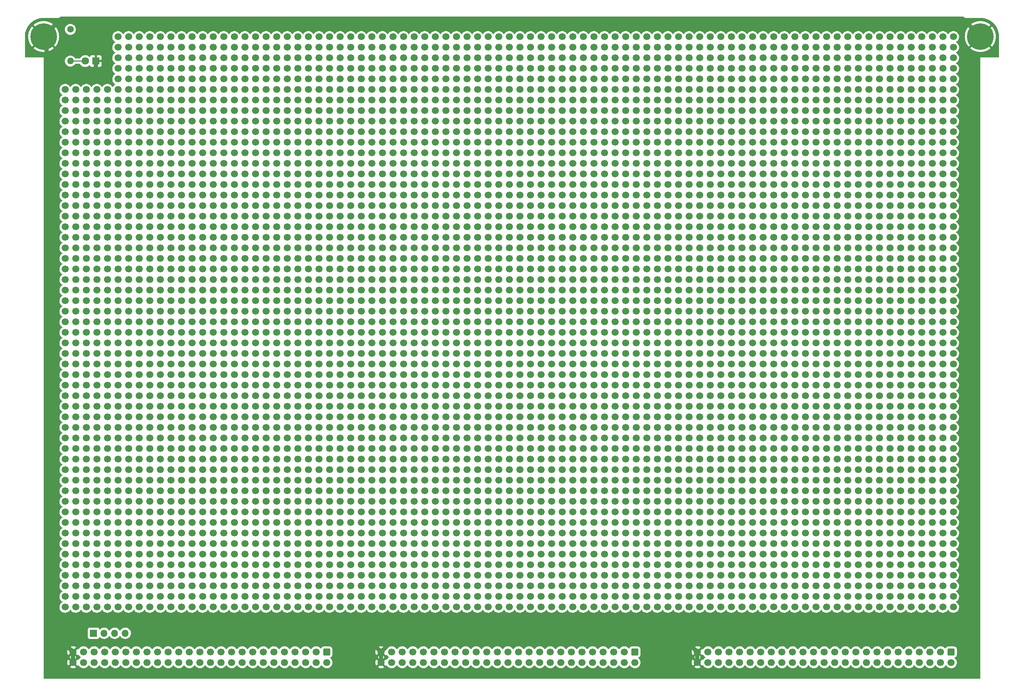
<source format=gbr>
%TF.GenerationSoftware,KiCad,Pcbnew,(6.0.11)*%
%TF.CreationDate,2023-09-03T08:35:33-04:00*%
%TF.ProjectId,template.prototyping,74656d70-6c61-4746-952e-70726f746f74,rev?*%
%TF.SameCoordinates,Original*%
%TF.FileFunction,Copper,L1,Top*%
%TF.FilePolarity,Positive*%
%FSLAX46Y46*%
G04 Gerber Fmt 4.6, Leading zero omitted, Abs format (unit mm)*
G04 Created by KiCad (PCBNEW (6.0.11)) date 2023-09-03 08:35:33*
%MOMM*%
%LPD*%
G01*
G04 APERTURE LIST*
G04 Aperture macros list*
%AMRoundRect*
0 Rectangle with rounded corners*
0 $1 Rounding radius*
0 $2 $3 $4 $5 $6 $7 $8 $9 X,Y pos of 4 corners*
0 Add a 4 corners polygon primitive as box body*
4,1,4,$2,$3,$4,$5,$6,$7,$8,$9,$2,$3,0*
0 Add four circle primitives for the rounded corners*
1,1,$1+$1,$2,$3*
1,1,$1+$1,$4,$5*
1,1,$1+$1,$6,$7*
1,1,$1+$1,$8,$9*
0 Add four rect primitives between the rounded corners*
20,1,$1+$1,$2,$3,$4,$5,0*
20,1,$1+$1,$4,$5,$6,$7,0*
20,1,$1+$1,$6,$7,$8,$9,0*
20,1,$1+$1,$8,$9,$2,$3,0*%
G04 Aperture macros list end*
%TA.AperFunction,ComponentPad*%
%ADD10RoundRect,0.250000X-0.600000X0.600000X-0.600000X-0.600000X0.600000X-0.600000X0.600000X0.600000X0*%
%TD*%
%TA.AperFunction,ComponentPad*%
%ADD11C,1.700000*%
%TD*%
%TA.AperFunction,ComponentPad*%
%ADD12C,6.400000*%
%TD*%
%TA.AperFunction,ComponentPad*%
%ADD13R,1.800000X1.800000*%
%TD*%
%TA.AperFunction,ComponentPad*%
%ADD14C,1.800000*%
%TD*%
%TA.AperFunction,ComponentPad*%
%ADD15C,1.600000*%
%TD*%
%TA.AperFunction,ComponentPad*%
%ADD16O,1.600000X1.600000*%
%TD*%
%TA.AperFunction,ComponentPad*%
%ADD17R,1.700000X1.700000*%
%TD*%
%TA.AperFunction,ComponentPad*%
%ADD18O,1.700000X1.700000*%
%TD*%
%TA.AperFunction,Conductor*%
%ADD19C,1.000000*%
%TD*%
%TA.AperFunction,Conductor*%
%ADD20C,0.250000*%
%TD*%
G04 APERTURE END LIST*
D10*
%TO.P,P1,1,Pin_1*%
%TO.N,VCC*%
X108000000Y-223000000D03*
D11*
%TO.P,P1,2,Pin_2*%
X108000000Y-225540000D03*
%TO.P,P1,3,Pin_3*%
%TO.N,/bus/~{RD}*%
X105460000Y-223000000D03*
%TO.P,P1,4,Pin_4*%
%TO.N,/bus/E*%
X105460000Y-225540000D03*
%TO.P,P1,5,Pin_5*%
%TO.N,/bus/~{WR}*%
X102920000Y-223000000D03*
%TO.P,P1,6,Pin_6*%
%TO.N,/bus/ST*%
X102920000Y-225540000D03*
%TO.P,P1,7,Pin_7*%
%TO.N,/bus/~{IORQ}*%
X100380000Y-223000000D03*
%TO.P,P1,8,Pin_8*%
%TO.N,/bus/PHI*%
X100380000Y-225540000D03*
%TO.P,P1,9,Pin_9*%
%TO.N,/bus/~{MREQ}*%
X97840000Y-223000000D03*
%TO.P,P1,10,Pin_10*%
%TO.N,/bus/~{INT2}*%
X97840000Y-225540000D03*
%TO.P,P1,11,Pin_11*%
%TO.N,/bus/~{M1}*%
X95300000Y-223000000D03*
%TO.P,P1,12,Pin_12*%
%TO.N,/bus/~{INT1}*%
X95300000Y-225540000D03*
%TO.P,P1,13,Pin_13*%
%TO.N,/bus/~{BUSACK}*%
X92760000Y-223000000D03*
%TO.P,P1,14,Pin_14*%
%TO.N,/bus/CRUCLK*%
X92760000Y-225540000D03*
%TO.P,P1,15,Pin_15*%
%TO.N,/bus/CLK*%
X90220000Y-223000000D03*
%TO.P,P1,16,Pin_16*%
%TO.N,/bus/CRUOUT*%
X90220000Y-225540000D03*
%TO.P,P1,17,Pin_17*%
%TO.N,/bus/~{INT0}*%
X87680000Y-223000000D03*
%TO.P,P1,18,Pin_18*%
%TO.N,/bus/CRUIN*%
X87680000Y-225540000D03*
%TO.P,P1,19,Pin_19*%
%TO.N,/bus/~{NMI}*%
X85140000Y-223000000D03*
%TO.P,P1,20,Pin_20*%
%TO.N,/bus/~{RES_IN}*%
X85140000Y-225540000D03*
%TO.P,P1,21,Pin_21*%
%TO.N,/bus/~{RES_OUT}*%
X82600000Y-223000000D03*
%TO.P,P1,22,Pin_22*%
%TO.N,/bus/USER8*%
X82600000Y-225540000D03*
%TO.P,P1,23,Pin_23*%
%TO.N,/bus/~{BUSRQ}*%
X80060000Y-223000000D03*
%TO.P,P1,24,Pin_24*%
%TO.N,/bus/USER7*%
X80060000Y-225540000D03*
%TO.P,P1,25,Pin_25*%
%TO.N,/bus/~{WAIT}*%
X77520000Y-223000000D03*
%TO.P,P1,26,Pin_26*%
%TO.N,/bus/USER6*%
X77520000Y-225540000D03*
%TO.P,P1,27,Pin_27*%
%TO.N,/bus/~{HALT}*%
X74980000Y-223000000D03*
%TO.P,P1,28,Pin_28*%
%TO.N,/bus/USER5*%
X74980000Y-225540000D03*
%TO.P,P1,29,Pin_29*%
%TO.N,/bus/~{RFSH}*%
X72440000Y-223000000D03*
%TO.P,P1,30,Pin_30*%
%TO.N,/bus/USER4*%
X72440000Y-225540000D03*
%TO.P,P1,31,Pin_31*%
%TO.N,/bus/~{EIRQ7}*%
X69900000Y-223000000D03*
%TO.P,P1,32,Pin_32*%
%TO.N,/bus/USER3*%
X69900000Y-225540000D03*
%TO.P,P1,33,Pin_33*%
%TO.N,/bus/~{EIRQ6}*%
X67360000Y-223000000D03*
%TO.P,P1,34,Pin_34*%
%TO.N,/bus/USER2*%
X67360000Y-225540000D03*
%TO.P,P1,35,Pin_35*%
%TO.N,/bus/~{EIRQ5}*%
X64820000Y-223000000D03*
%TO.P,P1,36,Pin_36*%
%TO.N,/bus/USER1*%
X64820000Y-225540000D03*
%TO.P,P1,37,Pin_37*%
%TO.N,/bus/~{EIRQ4}*%
X62280000Y-223000000D03*
%TO.P,P1,38,Pin_38*%
%TO.N,/bus/USER0*%
X62280000Y-225540000D03*
%TO.P,P1,39,Pin_39*%
%TO.N,/bus/~{EIRQ3}*%
X59740000Y-223000000D03*
%TO.P,P1,40,Pin_40*%
%TO.N,~{BAI}*%
X59740000Y-225540000D03*
%TO.P,P1,41,Pin_41*%
%TO.N,/bus/~{EIRQ2}*%
X57200000Y-223000000D03*
%TO.P,P1,42,Pin_42*%
%TO.N,~{BAO}*%
X57200000Y-225540000D03*
%TO.P,P1,43,Pin_43*%
%TO.N,/bus/~{EIRQ1}*%
X54660000Y-223000000D03*
%TO.P,P1,44,Pin_44*%
%TO.N,~{IEI}*%
X54660000Y-225540000D03*
%TO.P,P1,45,Pin_45*%
%TO.N,/bus/~{EIRQ0}*%
X52120000Y-223000000D03*
%TO.P,P1,46,Pin_46*%
%TO.N,~{IEO}*%
X52120000Y-225540000D03*
%TO.P,P1,47,Pin_47*%
%TO.N,/bus/I2C_SCL*%
X49580000Y-223000000D03*
%TO.P,P1,48,Pin_48*%
%TO.N,/bus/I2C_SDA*%
X49580000Y-225540000D03*
%TO.P,P1,49,Pin_49*%
%TO.N,GND*%
X47040000Y-223000000D03*
%TO.P,P1,50,Pin_50*%
X47040000Y-225540000D03*
%TD*%
D10*
%TO.P,P2,1,Pin_1*%
%TO.N,VCC*%
X182000000Y-223000000D03*
D11*
%TO.P,P2,2,Pin_2*%
X182000000Y-225540000D03*
%TO.P,P2,3,Pin_3*%
%TO.N,/bus/A15*%
X179460000Y-223000000D03*
%TO.P,P2,4,Pin_4*%
%TO.N,/bus/A31*%
X179460000Y-225540000D03*
%TO.P,P2,5,Pin_5*%
%TO.N,/bus/A14*%
X176920000Y-223000000D03*
%TO.P,P2,6,Pin_6*%
%TO.N,/bus/A30*%
X176920000Y-225540000D03*
%TO.P,P2,7,Pin_7*%
%TO.N,/bus/A13*%
X174380000Y-223000000D03*
%TO.P,P2,8,Pin_8*%
%TO.N,/bus/A29*%
X174380000Y-225540000D03*
%TO.P,P2,9,Pin_9*%
%TO.N,/bus/A12*%
X171840000Y-223000000D03*
%TO.P,P2,10,Pin_10*%
%TO.N,/bus/A28*%
X171840000Y-225540000D03*
%TO.P,P2,11,Pin_11*%
%TO.N,/bus/A11*%
X169300000Y-223000000D03*
%TO.P,P2,12,Pin_12*%
%TO.N,/bus/A27*%
X169300000Y-225540000D03*
%TO.P,P2,13,Pin_13*%
%TO.N,/bus/A10*%
X166760000Y-223000000D03*
%TO.P,P2,14,Pin_14*%
%TO.N,/bus/A26*%
X166760000Y-225540000D03*
%TO.P,P2,15,Pin_15*%
%TO.N,/bus/A9*%
X164220000Y-223000000D03*
%TO.P,P2,16,Pin_16*%
%TO.N,/bus/A25*%
X164220000Y-225540000D03*
%TO.P,P2,17,Pin_17*%
%TO.N,/bus/A8*%
X161680000Y-223000000D03*
%TO.P,P2,18,Pin_18*%
%TO.N,/bus/A24*%
X161680000Y-225540000D03*
%TO.P,P2,19,Pin_19*%
%TO.N,+12V*%
X159140000Y-223000000D03*
%TO.P,P2,20,Pin_20*%
X159140000Y-225540000D03*
%TO.P,P2,21,Pin_21*%
%TO.N,/bus/A7*%
X156600000Y-223000000D03*
%TO.P,P2,22,Pin_22*%
%TO.N,/bus/A23*%
X156600000Y-225540000D03*
%TO.P,P2,23,Pin_23*%
%TO.N,/bus/A6*%
X154060000Y-223000000D03*
%TO.P,P2,24,Pin_24*%
%TO.N,/bus/A22*%
X154060000Y-225540000D03*
%TO.P,P2,25,Pin_25*%
%TO.N,/bus/A5*%
X151520000Y-223000000D03*
%TO.P,P2,26,Pin_26*%
%TO.N,/bus/A21*%
X151520000Y-225540000D03*
%TO.P,P2,27,Pin_27*%
%TO.N,/bus/A4*%
X148980000Y-223000000D03*
%TO.P,P2,28,Pin_28*%
%TO.N,/bus/A20*%
X148980000Y-225540000D03*
%TO.P,P2,29,Pin_29*%
%TO.N,/bus/A3*%
X146440000Y-223000000D03*
%TO.P,P2,30,Pin_30*%
%TO.N,/bus/A19*%
X146440000Y-225540000D03*
%TO.P,P2,31,Pin_31*%
%TO.N,/bus/A2*%
X143900000Y-223000000D03*
%TO.P,P2,32,Pin_32*%
%TO.N,/bus/A18*%
X143900000Y-225540000D03*
%TO.P,P2,33,Pin_33*%
%TO.N,/bus/A1*%
X141360000Y-223000000D03*
%TO.P,P2,34,Pin_34*%
%TO.N,/bus/A17*%
X141360000Y-225540000D03*
%TO.P,P2,35,Pin_35*%
%TO.N,/bus/A0*%
X138820000Y-223000000D03*
%TO.P,P2,36,Pin_36*%
%TO.N,/bus/A16*%
X138820000Y-225540000D03*
%TO.P,P2,37,Pin_37*%
%TO.N,-12V*%
X136280000Y-223000000D03*
%TO.P,P2,38,Pin_38*%
X136280000Y-225540000D03*
%TO.P,P2,39,Pin_39*%
%TO.N,/bus/IC3*%
X133740000Y-223000000D03*
%TO.P,P2,40,Pin_40*%
%TO.N,/bus/~{TEND1}*%
X133740000Y-225540000D03*
%TO.P,P2,41,Pin_41*%
%TO.N,/bus/IC2*%
X131200000Y-223000000D03*
%TO.P,P2,42,Pin_42*%
%TO.N,/bus/~{DREQ1}*%
X131200000Y-225540000D03*
%TO.P,P2,43,Pin_43*%
%TO.N,/bus/IC1*%
X128660000Y-223000000D03*
%TO.P,P2,44,Pin_44*%
%TO.N,/bus/~{TEND0}*%
X128660000Y-225540000D03*
%TO.P,P2,45,Pin_45*%
%TO.N,/bus/IC0*%
X126120000Y-223000000D03*
%TO.P,P2,46,Pin_46*%
%TO.N,/bus/~{DREQ0}*%
X126120000Y-225540000D03*
%TO.P,P2,47,Pin_47*%
%TO.N,/bus/AUXCLK1*%
X123580000Y-223000000D03*
%TO.P,P2,48,Pin_48*%
%TO.N,/bus/AUXCLK0*%
X123580000Y-225540000D03*
%TO.P,P2,49,Pin_49*%
%TO.N,GND*%
X121040000Y-223000000D03*
%TO.P,P2,50,Pin_50*%
X121040000Y-225540000D03*
%TD*%
D12*
%TO.P,H1,1,1*%
%TO.N,GND*%
X40000000Y-75000000D03*
%TD*%
%TO.P,H2,1,1*%
%TO.N,GND*%
X265000000Y-75000000D03*
%TD*%
D10*
%TO.P,P3,1,Pin_1*%
%TO.N,VCC*%
X258000000Y-223000000D03*
D11*
%TO.P,P3,2,Pin_2*%
X258000000Y-225540000D03*
%TO.P,P3,3,Pin_3*%
%TO.N,/bus/D15*%
X255460000Y-223000000D03*
%TO.P,P3,4,Pin_4*%
%TO.N,/bus/D31*%
X255460000Y-225540000D03*
%TO.P,P3,5,Pin_5*%
%TO.N,/bus/D14*%
X252920000Y-223000000D03*
%TO.P,P3,6,Pin_6*%
%TO.N,/bus/D30*%
X252920000Y-225540000D03*
%TO.P,P3,7,Pin_7*%
%TO.N,/bus/D13*%
X250380000Y-223000000D03*
%TO.P,P3,8,Pin_8*%
%TO.N,/bus/D29*%
X250380000Y-225540000D03*
%TO.P,P3,9,Pin_9*%
%TO.N,/bus/D12*%
X247840000Y-223000000D03*
%TO.P,P3,10,Pin_10*%
%TO.N,/bus/D28*%
X247840000Y-225540000D03*
%TO.P,P3,11,Pin_11*%
%TO.N,/bus/D11*%
X245300000Y-223000000D03*
%TO.P,P3,12,Pin_12*%
%TO.N,/bus/D27*%
X245300000Y-225540000D03*
%TO.P,P3,13,Pin_13*%
%TO.N,/bus/D10*%
X242760000Y-223000000D03*
%TO.P,P3,14,Pin_14*%
%TO.N,/bus/D26*%
X242760000Y-225540000D03*
%TO.P,P3,15,Pin_15*%
%TO.N,/bus/D9*%
X240220000Y-223000000D03*
%TO.P,P3,16,Pin_16*%
%TO.N,/bus/D25*%
X240220000Y-225540000D03*
%TO.P,P3,17,Pin_17*%
%TO.N,/bus/D8*%
X237680000Y-223000000D03*
%TO.P,P3,18,Pin_18*%
%TO.N,/bus/D24*%
X237680000Y-225540000D03*
%TO.P,P3,19,Pin_19*%
%TO.N,/bus/D7*%
X235140000Y-223000000D03*
%TO.P,P3,20,Pin_20*%
%TO.N,/bus/D23*%
X235140000Y-225540000D03*
%TO.P,P3,21,Pin_21*%
%TO.N,/bus/D6*%
X232600000Y-223000000D03*
%TO.P,P3,22,Pin_22*%
%TO.N,/bus/D22*%
X232600000Y-225540000D03*
%TO.P,P3,23,Pin_23*%
%TO.N,/bus/D5*%
X230060000Y-223000000D03*
%TO.P,P3,24,Pin_24*%
%TO.N,/bus/D21*%
X230060000Y-225540000D03*
%TO.P,P3,25,Pin_25*%
%TO.N,/bus/D4*%
X227520000Y-223000000D03*
%TO.P,P3,26,Pin_26*%
%TO.N,/bus/D20*%
X227520000Y-225540000D03*
%TO.P,P3,27,Pin_27*%
%TO.N,/bus/D3*%
X224980000Y-223000000D03*
%TO.P,P3,28,Pin_28*%
%TO.N,/bus/D19*%
X224980000Y-225540000D03*
%TO.P,P3,29,Pin_29*%
%TO.N,/bus/D2*%
X222440000Y-223000000D03*
%TO.P,P3,30,Pin_30*%
%TO.N,/bus/D18*%
X222440000Y-225540000D03*
%TO.P,P3,31,Pin_31*%
%TO.N,/bus/D1*%
X219900000Y-223000000D03*
%TO.P,P3,32,Pin_32*%
%TO.N,/bus/D17*%
X219900000Y-225540000D03*
%TO.P,P3,33,Pin_33*%
%TO.N,/bus/D0*%
X217360000Y-223000000D03*
%TO.P,P3,34,Pin_34*%
%TO.N,/bus/D16*%
X217360000Y-225540000D03*
%TO.P,P3,35,Pin_35*%
%TO.N,/bus/~{BUSERR}*%
X214820000Y-223000000D03*
%TO.P,P3,36,Pin_36*%
%TO.N,/bus/UDS*%
X214820000Y-225540000D03*
%TO.P,P3,37,Pin_37*%
%TO.N,/bus/~{VPA}*%
X212280000Y-223000000D03*
%TO.P,P3,38,Pin_38*%
%TO.N,/bus/LDS*%
X212280000Y-225540000D03*
%TO.P,P3,39,Pin_39*%
%TO.N,/bus/~{VMA}*%
X209740000Y-223000000D03*
%TO.P,P3,40,Pin_40*%
%TO.N,/bus/S2*%
X209740000Y-225540000D03*
%TO.P,P3,41,Pin_41*%
%TO.N,/bus/~{BHE}*%
X207200000Y-223000000D03*
%TO.P,P3,42,Pin_42*%
%TO.N,/bus/S1*%
X207200000Y-225540000D03*
%TO.P,P3,43,Pin_43*%
%TO.N,/bus/IPL2*%
X204660000Y-223000000D03*
%TO.P,P3,44,Pin_44*%
%TO.N,/bus/S0*%
X204660000Y-225540000D03*
%TO.P,P3,45,Pin_45*%
%TO.N,/bus/IPL1*%
X202120000Y-223000000D03*
%TO.P,P3,46,Pin_46*%
%TO.N,/bus/AUXCLK3*%
X202120000Y-225540000D03*
%TO.P,P3,47,Pin_47*%
%TO.N,/bus/IPL0*%
X199580000Y-223000000D03*
%TO.P,P3,48,Pin_48*%
%TO.N,/bus/AUXCLK2*%
X199580000Y-225540000D03*
%TO.P,P3,49,Pin_49*%
%TO.N,GND*%
X197040000Y-223000000D03*
%TO.P,P3,50,Pin_50*%
X197040000Y-225540000D03*
%TD*%
D13*
%TO.P,D1,1,K*%
%TO.N,GND*%
X52526000Y-80902000D03*
D14*
%TO.P,D1,2,A*%
%TO.N,Net-(D1-Pad2)*%
X49986000Y-80902000D03*
%TD*%
D15*
%TO.P,R1,1*%
%TO.N,VCC*%
X46430000Y-73282000D03*
D16*
%TO.P,R1,2*%
%TO.N,Net-(D1-Pad2)*%
X46430000Y-80902000D03*
%TD*%
D17*
%TO.P,P4,1,Pin_1*%
%TO.N,~{IEO}*%
X52000000Y-218500000D03*
D18*
%TO.P,P4,2,Pin_2*%
%TO.N,~{IEI}*%
X54540000Y-218500000D03*
%TO.P,P4,3,Pin_3*%
%TO.N,~{BAO}*%
X57080000Y-218500000D03*
%TO.P,P4,4,Pin_4*%
%TO.N,~{BAI}*%
X59620000Y-218500000D03*
%TD*%
D11*
%TO.P,J11,1,Pin_1*%
%TO.N,unconnected-(J11-Pad1)*%
X57860000Y-75060000D03*
%TO.P,J11,2*%
%TO.N,N/C*%
X60400000Y-75060000D03*
%TO.P,J11,3*%
X62940000Y-75060000D03*
%TO.P,J11,4*%
X65480000Y-75060000D03*
%TO.P,J11,5*%
X68020000Y-75060000D03*
%TO.P,J11,6*%
X57860000Y-77600000D03*
%TO.P,J11,7*%
X60400000Y-77600000D03*
%TO.P,J11,8*%
X62940000Y-77600000D03*
%TO.P,J11,9*%
X65480000Y-77600000D03*
%TO.P,J11,10*%
X68020000Y-77600000D03*
%TO.P,J11,11*%
X57860000Y-80140000D03*
%TO.P,J11,12*%
X60400000Y-80140000D03*
%TO.P,J11,13*%
X62940000Y-80140000D03*
%TO.P,J11,14*%
X65480000Y-80140000D03*
%TO.P,J11,15*%
X68020000Y-80140000D03*
%TO.P,J11,16*%
X57860000Y-82680000D03*
%TO.P,J11,17*%
X60400000Y-82680000D03*
%TO.P,J11,18*%
X62940000Y-82680000D03*
%TO.P,J11,19*%
X65480000Y-82680000D03*
%TO.P,J11,20*%
X68020000Y-82680000D03*
%TO.P,J11,21*%
X57860000Y-85220000D03*
%TO.P,J11,22*%
X60400000Y-85220000D03*
%TO.P,J11,23*%
X62940000Y-85220000D03*
%TO.P,J11,24*%
X65480000Y-85220000D03*
%TO.P,J11,25*%
X68020000Y-85220000D03*
%TD*%
%TO.P,J12,1,Pin_1*%
%TO.N,unconnected-(J12-Pad1)*%
X57860000Y-87760000D03*
%TO.P,J12,2*%
%TO.N,N/C*%
X60400000Y-87760000D03*
%TO.P,J12,3*%
X62940000Y-87760000D03*
%TO.P,J12,4*%
X65480000Y-87760000D03*
%TO.P,J12,5*%
X68020000Y-87760000D03*
%TO.P,J12,6*%
X57860000Y-90300000D03*
%TO.P,J12,7*%
X60400000Y-90300000D03*
%TO.P,J12,8*%
X62940000Y-90300000D03*
%TO.P,J12,9*%
X65480000Y-90300000D03*
%TO.P,J12,10*%
X68020000Y-90300000D03*
%TO.P,J12,11*%
X57860000Y-92840000D03*
%TO.P,J12,12*%
X60400000Y-92840000D03*
%TO.P,J12,13*%
X62940000Y-92840000D03*
%TO.P,J12,14*%
X65480000Y-92840000D03*
%TO.P,J12,15*%
X68020000Y-92840000D03*
%TO.P,J12,16*%
X57860000Y-95380000D03*
%TO.P,J12,17*%
X60400000Y-95380000D03*
%TO.P,J12,18*%
X62940000Y-95380000D03*
%TO.P,J12,19*%
X65480000Y-95380000D03*
%TO.P,J12,20*%
X68020000Y-95380000D03*
%TO.P,J12,21*%
X57860000Y-97920000D03*
%TO.P,J12,22*%
X60400000Y-97920000D03*
%TO.P,J12,23*%
X62940000Y-97920000D03*
%TO.P,J12,24*%
X65480000Y-97920000D03*
%TO.P,J12,25*%
X68020000Y-97920000D03*
%TD*%
%TO.P,J13,1,Pin_1*%
%TO.N,unconnected-(J13-Pad1)*%
X57860000Y-100460000D03*
%TO.P,J13,2*%
%TO.N,N/C*%
X60400000Y-100460000D03*
%TO.P,J13,3*%
X62940000Y-100460000D03*
%TO.P,J13,4*%
X65480000Y-100460000D03*
%TO.P,J13,5*%
X68020000Y-100460000D03*
%TO.P,J13,6*%
X57860000Y-103000000D03*
%TO.P,J13,7*%
X60400000Y-103000000D03*
%TO.P,J13,8*%
X62940000Y-103000000D03*
%TO.P,J13,9*%
X65480000Y-103000000D03*
%TO.P,J13,10*%
X68020000Y-103000000D03*
%TO.P,J13,11*%
X57860000Y-105540000D03*
%TO.P,J13,12*%
X60400000Y-105540000D03*
%TO.P,J13,13*%
X62940000Y-105540000D03*
%TO.P,J13,14*%
X65480000Y-105540000D03*
%TO.P,J13,15*%
X68020000Y-105540000D03*
%TO.P,J13,16*%
X57860000Y-108080000D03*
%TO.P,J13,17*%
X60400000Y-108080000D03*
%TO.P,J13,18*%
X62940000Y-108080000D03*
%TO.P,J13,19*%
X65480000Y-108080000D03*
%TO.P,J13,20*%
X68020000Y-108080000D03*
%TO.P,J13,21*%
X57860000Y-110620000D03*
%TO.P,J13,22*%
X60400000Y-110620000D03*
%TO.P,J13,23*%
X62940000Y-110620000D03*
%TO.P,J13,24*%
X65480000Y-110620000D03*
%TO.P,J13,25*%
X68020000Y-110620000D03*
%TD*%
%TO.P,J14,1,Pin_1*%
%TO.N,unconnected-(J14-Pad1)*%
X57860000Y-113160000D03*
%TO.P,J14,2*%
%TO.N,N/C*%
X60400000Y-113160000D03*
%TO.P,J14,3*%
X62940000Y-113160000D03*
%TO.P,J14,4*%
X65480000Y-113160000D03*
%TO.P,J14,5*%
X68020000Y-113160000D03*
%TO.P,J14,6*%
X57860000Y-115700000D03*
%TO.P,J14,7*%
X60400000Y-115700000D03*
%TO.P,J14,8*%
X62940000Y-115700000D03*
%TO.P,J14,9*%
X65480000Y-115700000D03*
%TO.P,J14,10*%
X68020000Y-115700000D03*
%TO.P,J14,11*%
X57860000Y-118240000D03*
%TO.P,J14,12*%
X60400000Y-118240000D03*
%TO.P,J14,13*%
X62940000Y-118240000D03*
%TO.P,J14,14*%
X65480000Y-118240000D03*
%TO.P,J14,15*%
X68020000Y-118240000D03*
%TO.P,J14,16*%
X57860000Y-120780000D03*
%TO.P,J14,17*%
X60400000Y-120780000D03*
%TO.P,J14,18*%
X62940000Y-120780000D03*
%TO.P,J14,19*%
X65480000Y-120780000D03*
%TO.P,J14,20*%
X68020000Y-120780000D03*
%TO.P,J14,21*%
X57860000Y-123320000D03*
%TO.P,J14,22*%
X60400000Y-123320000D03*
%TO.P,J14,23*%
X62940000Y-123320000D03*
%TO.P,J14,24*%
X65480000Y-123320000D03*
%TO.P,J14,25*%
X68020000Y-123320000D03*
%TD*%
%TO.P,J15,1,Pin_1*%
%TO.N,unconnected-(J15-Pad1)*%
X57860000Y-125860000D03*
%TO.P,J15,2*%
%TO.N,N/C*%
X60400000Y-125860000D03*
%TO.P,J15,3*%
X62940000Y-125860000D03*
%TO.P,J15,4*%
X65480000Y-125860000D03*
%TO.P,J15,5*%
X68020000Y-125860000D03*
%TO.P,J15,6*%
X57860000Y-128400000D03*
%TO.P,J15,7*%
X60400000Y-128400000D03*
%TO.P,J15,8*%
X62940000Y-128400000D03*
%TO.P,J15,9*%
X65480000Y-128400000D03*
%TO.P,J15,10*%
X68020000Y-128400000D03*
%TO.P,J15,11*%
X57860000Y-130940000D03*
%TO.P,J15,12*%
X60400000Y-130940000D03*
%TO.P,J15,13*%
X62940000Y-130940000D03*
%TO.P,J15,14*%
X65480000Y-130940000D03*
%TO.P,J15,15*%
X68020000Y-130940000D03*
%TO.P,J15,16*%
X57860000Y-133480000D03*
%TO.P,J15,17*%
X60400000Y-133480000D03*
%TO.P,J15,18*%
X62940000Y-133480000D03*
%TO.P,J15,19*%
X65480000Y-133480000D03*
%TO.P,J15,20*%
X68020000Y-133480000D03*
%TO.P,J15,21*%
X57860000Y-136020000D03*
%TO.P,J15,22*%
X60400000Y-136020000D03*
%TO.P,J15,23*%
X62940000Y-136020000D03*
%TO.P,J15,24*%
X65480000Y-136020000D03*
%TO.P,J15,25*%
X68020000Y-136020000D03*
%TD*%
%TO.P,J16,1,Pin_1*%
%TO.N,unconnected-(J16-Pad1)*%
X57860000Y-138560000D03*
%TO.P,J16,2*%
%TO.N,N/C*%
X60400000Y-138560000D03*
%TO.P,J16,3*%
X62940000Y-138560000D03*
%TO.P,J16,4*%
X65480000Y-138560000D03*
%TO.P,J16,5*%
X68020000Y-138560000D03*
%TO.P,J16,6*%
X57860000Y-141100000D03*
%TO.P,J16,7*%
X60400000Y-141100000D03*
%TO.P,J16,8*%
X62940000Y-141100000D03*
%TO.P,J16,9*%
X65480000Y-141100000D03*
%TO.P,J16,10*%
X68020000Y-141100000D03*
%TO.P,J16,11*%
X57860000Y-143640000D03*
%TO.P,J16,12*%
X60400000Y-143640000D03*
%TO.P,J16,13*%
X62940000Y-143640000D03*
%TO.P,J16,14*%
X65480000Y-143640000D03*
%TO.P,J16,15*%
X68020000Y-143640000D03*
%TO.P,J16,16*%
X57860000Y-146180000D03*
%TO.P,J16,17*%
X60400000Y-146180000D03*
%TO.P,J16,18*%
X62940000Y-146180000D03*
%TO.P,J16,19*%
X65480000Y-146180000D03*
%TO.P,J16,20*%
X68020000Y-146180000D03*
%TO.P,J16,21*%
X57860000Y-148720000D03*
%TO.P,J16,22*%
X60400000Y-148720000D03*
%TO.P,J16,23*%
X62940000Y-148720000D03*
%TO.P,J16,24*%
X65480000Y-148720000D03*
%TO.P,J16,25*%
X68020000Y-148720000D03*
%TD*%
%TO.P,J17,1,Pin_1*%
%TO.N,unconnected-(J17-Pad1)*%
X57860000Y-151260000D03*
%TO.P,J17,2*%
%TO.N,N/C*%
X60400000Y-151260000D03*
%TO.P,J17,3*%
X62940000Y-151260000D03*
%TO.P,J17,4*%
X65480000Y-151260000D03*
%TO.P,J17,5*%
X68020000Y-151260000D03*
%TO.P,J17,6*%
X57860000Y-153800000D03*
%TO.P,J17,7*%
X60400000Y-153800000D03*
%TO.P,J17,8*%
X62940000Y-153800000D03*
%TO.P,J17,9*%
X65480000Y-153800000D03*
%TO.P,J17,10*%
X68020000Y-153800000D03*
%TO.P,J17,11*%
X57860000Y-156340000D03*
%TO.P,J17,12*%
X60400000Y-156340000D03*
%TO.P,J17,13*%
X62940000Y-156340000D03*
%TO.P,J17,14*%
X65480000Y-156340000D03*
%TO.P,J17,15*%
X68020000Y-156340000D03*
%TO.P,J17,16*%
X57860000Y-158880000D03*
%TO.P,J17,17*%
X60400000Y-158880000D03*
%TO.P,J17,18*%
X62940000Y-158880000D03*
%TO.P,J17,19*%
X65480000Y-158880000D03*
%TO.P,J17,20*%
X68020000Y-158880000D03*
%TO.P,J17,21*%
X57860000Y-161420000D03*
%TO.P,J17,22*%
X60400000Y-161420000D03*
%TO.P,J17,23*%
X62940000Y-161420000D03*
%TO.P,J17,24*%
X65480000Y-161420000D03*
%TO.P,J17,25*%
X68020000Y-161420000D03*
%TD*%
%TO.P,J18,1,Pin_1*%
%TO.N,unconnected-(J18-Pad1)*%
X57860000Y-163960000D03*
%TO.P,J18,2*%
%TO.N,N/C*%
X60400000Y-163960000D03*
%TO.P,J18,3*%
X62940000Y-163960000D03*
%TO.P,J18,4*%
X65480000Y-163960000D03*
%TO.P,J18,5*%
X68020000Y-163960000D03*
%TO.P,J18,6*%
X57860000Y-166500000D03*
%TO.P,J18,7*%
X60400000Y-166500000D03*
%TO.P,J18,8*%
X62940000Y-166500000D03*
%TO.P,J18,9*%
X65480000Y-166500000D03*
%TO.P,J18,10*%
X68020000Y-166500000D03*
%TO.P,J18,11*%
X57860000Y-169040000D03*
%TO.P,J18,12*%
X60400000Y-169040000D03*
%TO.P,J18,13*%
X62940000Y-169040000D03*
%TO.P,J18,14*%
X65480000Y-169040000D03*
%TO.P,J18,15*%
X68020000Y-169040000D03*
%TO.P,J18,16*%
X57860000Y-171580000D03*
%TO.P,J18,17*%
X60400000Y-171580000D03*
%TO.P,J18,18*%
X62940000Y-171580000D03*
%TO.P,J18,19*%
X65480000Y-171580000D03*
%TO.P,J18,20*%
X68020000Y-171580000D03*
%TO.P,J18,21*%
X57860000Y-174120000D03*
%TO.P,J18,22*%
X60400000Y-174120000D03*
%TO.P,J18,23*%
X62940000Y-174120000D03*
%TO.P,J18,24*%
X65480000Y-174120000D03*
%TO.P,J18,25*%
X68020000Y-174120000D03*
%TD*%
%TO.P,J19,1,Pin_1*%
%TO.N,unconnected-(J19-Pad1)*%
X57860000Y-176660000D03*
%TO.P,J19,2*%
%TO.N,N/C*%
X60400000Y-176660000D03*
%TO.P,J19,3*%
X62940000Y-176660000D03*
%TO.P,J19,4*%
X65480000Y-176660000D03*
%TO.P,J19,5*%
X68020000Y-176660000D03*
%TO.P,J19,6*%
X57860000Y-179200000D03*
%TO.P,J19,7*%
X60400000Y-179200000D03*
%TO.P,J19,8*%
X62940000Y-179200000D03*
%TO.P,J19,9*%
X65480000Y-179200000D03*
%TO.P,J19,10*%
X68020000Y-179200000D03*
%TO.P,J19,11*%
X57860000Y-181740000D03*
%TO.P,J19,12*%
X60400000Y-181740000D03*
%TO.P,J19,13*%
X62940000Y-181740000D03*
%TO.P,J19,14*%
X65480000Y-181740000D03*
%TO.P,J19,15*%
X68020000Y-181740000D03*
%TO.P,J19,16*%
X57860000Y-184280000D03*
%TO.P,J19,17*%
X60400000Y-184280000D03*
%TO.P,J19,18*%
X62940000Y-184280000D03*
%TO.P,J19,19*%
X65480000Y-184280000D03*
%TO.P,J19,20*%
X68020000Y-184280000D03*
%TO.P,J19,21*%
X57860000Y-186820000D03*
%TO.P,J19,22*%
X60400000Y-186820000D03*
%TO.P,J19,23*%
X62940000Y-186820000D03*
%TO.P,J19,24*%
X65480000Y-186820000D03*
%TO.P,J19,25*%
X68020000Y-186820000D03*
%TD*%
%TO.P,J20,1,Pin_1*%
%TO.N,unconnected-(J20-Pad1)*%
X57860000Y-189360000D03*
%TO.P,J20,2*%
%TO.N,N/C*%
X60400000Y-189360000D03*
%TO.P,J20,3*%
X62940000Y-189360000D03*
%TO.P,J20,4*%
X65480000Y-189360000D03*
%TO.P,J20,5*%
X68020000Y-189360000D03*
%TO.P,J20,6*%
X57860000Y-191900000D03*
%TO.P,J20,7*%
X60400000Y-191900000D03*
%TO.P,J20,8*%
X62940000Y-191900000D03*
%TO.P,J20,9*%
X65480000Y-191900000D03*
%TO.P,J20,10*%
X68020000Y-191900000D03*
%TO.P,J20,11*%
X57860000Y-194440000D03*
%TO.P,J20,12*%
X60400000Y-194440000D03*
%TO.P,J20,13*%
X62940000Y-194440000D03*
%TO.P,J20,14*%
X65480000Y-194440000D03*
%TO.P,J20,15*%
X68020000Y-194440000D03*
%TO.P,J20,16*%
X57860000Y-196980000D03*
%TO.P,J20,17*%
X60400000Y-196980000D03*
%TO.P,J20,18*%
X62940000Y-196980000D03*
%TO.P,J20,19*%
X65480000Y-196980000D03*
%TO.P,J20,20*%
X68020000Y-196980000D03*
%TO.P,J20,21*%
X57860000Y-199520000D03*
%TO.P,J20,22*%
X60400000Y-199520000D03*
%TO.P,J20,23*%
X62940000Y-199520000D03*
%TO.P,J20,24*%
X65480000Y-199520000D03*
%TO.P,J20,25*%
X68020000Y-199520000D03*
%TD*%
%TO.P,J21,1,Pin_1*%
%TO.N,unconnected-(J21-Pad1)*%
X57860000Y-202060000D03*
%TO.P,J21,2*%
%TO.N,N/C*%
X60400000Y-202060000D03*
%TO.P,J21,3*%
X62940000Y-202060000D03*
%TO.P,J21,4*%
X65480000Y-202060000D03*
%TO.P,J21,5*%
X68020000Y-202060000D03*
%TO.P,J21,6*%
X57860000Y-204600000D03*
%TO.P,J21,7*%
X60400000Y-204600000D03*
%TO.P,J21,8*%
X62940000Y-204600000D03*
%TO.P,J21,9*%
X65480000Y-204600000D03*
%TO.P,J21,10*%
X68020000Y-204600000D03*
%TO.P,J21,11*%
X57860000Y-207140000D03*
%TO.P,J21,12*%
X60400000Y-207140000D03*
%TO.P,J21,13*%
X62940000Y-207140000D03*
%TO.P,J21,14*%
X65480000Y-207140000D03*
%TO.P,J21,15*%
X68020000Y-207140000D03*
%TO.P,J21,16*%
X57860000Y-209680000D03*
%TO.P,J21,17*%
X60400000Y-209680000D03*
%TO.P,J21,18*%
X62940000Y-209680000D03*
%TO.P,J21,19*%
X65480000Y-209680000D03*
%TO.P,J21,20*%
X68020000Y-209680000D03*
%TO.P,J21,21*%
X57860000Y-212220000D03*
%TO.P,J21,22*%
X60400000Y-212220000D03*
%TO.P,J21,23*%
X62940000Y-212220000D03*
%TO.P,J21,24*%
X65480000Y-212220000D03*
%TO.P,J21,25*%
X68020000Y-212220000D03*
%TD*%
%TO.P,J22,1,Pin_1*%
%TO.N,unconnected-(J22-Pad1)*%
X70560000Y-75060000D03*
%TO.P,J22,2*%
%TO.N,N/C*%
X73100000Y-75060000D03*
%TO.P,J22,3*%
X75640000Y-75060000D03*
%TO.P,J22,4*%
X78180000Y-75060000D03*
%TO.P,J22,5*%
X80720000Y-75060000D03*
%TO.P,J22,6*%
X70560000Y-77600000D03*
%TO.P,J22,7*%
X73100000Y-77600000D03*
%TO.P,J22,8*%
X75640000Y-77600000D03*
%TO.P,J22,9*%
X78180000Y-77600000D03*
%TO.P,J22,10*%
X80720000Y-77600000D03*
%TO.P,J22,11*%
X70560000Y-80140000D03*
%TO.P,J22,12*%
X73100000Y-80140000D03*
%TO.P,J22,13*%
X75640000Y-80140000D03*
%TO.P,J22,14*%
X78180000Y-80140000D03*
%TO.P,J22,15*%
X80720000Y-80140000D03*
%TO.P,J22,16*%
X70560000Y-82680000D03*
%TO.P,J22,17*%
X73100000Y-82680000D03*
%TO.P,J22,18*%
X75640000Y-82680000D03*
%TO.P,J22,19*%
X78180000Y-82680000D03*
%TO.P,J22,20*%
X80720000Y-82680000D03*
%TO.P,J22,21*%
X70560000Y-85220000D03*
%TO.P,J22,22*%
X73100000Y-85220000D03*
%TO.P,J22,23*%
X75640000Y-85220000D03*
%TO.P,J22,24*%
X78180000Y-85220000D03*
%TO.P,J22,25*%
X80720000Y-85220000D03*
%TD*%
%TO.P,J23,1,Pin_1*%
%TO.N,unconnected-(J23-Pad1)*%
X70560000Y-87760000D03*
%TO.P,J23,2*%
%TO.N,N/C*%
X73100000Y-87760000D03*
%TO.P,J23,3*%
X75640000Y-87760000D03*
%TO.P,J23,4*%
X78180000Y-87760000D03*
%TO.P,J23,5*%
X80720000Y-87760000D03*
%TO.P,J23,6*%
X70560000Y-90300000D03*
%TO.P,J23,7*%
X73100000Y-90300000D03*
%TO.P,J23,8*%
X75640000Y-90300000D03*
%TO.P,J23,9*%
X78180000Y-90300000D03*
%TO.P,J23,10*%
X80720000Y-90300000D03*
%TO.P,J23,11*%
X70560000Y-92840000D03*
%TO.P,J23,12*%
X73100000Y-92840000D03*
%TO.P,J23,13*%
X75640000Y-92840000D03*
%TO.P,J23,14*%
X78180000Y-92840000D03*
%TO.P,J23,15*%
X80720000Y-92840000D03*
%TO.P,J23,16*%
X70560000Y-95380000D03*
%TO.P,J23,17*%
X73100000Y-95380000D03*
%TO.P,J23,18*%
X75640000Y-95380000D03*
%TO.P,J23,19*%
X78180000Y-95380000D03*
%TO.P,J23,20*%
X80720000Y-95380000D03*
%TO.P,J23,21*%
X70560000Y-97920000D03*
%TO.P,J23,22*%
X73100000Y-97920000D03*
%TO.P,J23,23*%
X75640000Y-97920000D03*
%TO.P,J23,24*%
X78180000Y-97920000D03*
%TO.P,J23,25*%
X80720000Y-97920000D03*
%TD*%
%TO.P,J24,1,Pin_1*%
%TO.N,unconnected-(J24-Pad1)*%
X70560000Y-100460000D03*
%TO.P,J24,2*%
%TO.N,N/C*%
X73100000Y-100460000D03*
%TO.P,J24,3*%
X75640000Y-100460000D03*
%TO.P,J24,4*%
X78180000Y-100460000D03*
%TO.P,J24,5*%
X80720000Y-100460000D03*
%TO.P,J24,6*%
X70560000Y-103000000D03*
%TO.P,J24,7*%
X73100000Y-103000000D03*
%TO.P,J24,8*%
X75640000Y-103000000D03*
%TO.P,J24,9*%
X78180000Y-103000000D03*
%TO.P,J24,10*%
X80720000Y-103000000D03*
%TO.P,J24,11*%
X70560000Y-105540000D03*
%TO.P,J24,12*%
X73100000Y-105540000D03*
%TO.P,J24,13*%
X75640000Y-105540000D03*
%TO.P,J24,14*%
X78180000Y-105540000D03*
%TO.P,J24,15*%
X80720000Y-105540000D03*
%TO.P,J24,16*%
X70560000Y-108080000D03*
%TO.P,J24,17*%
X73100000Y-108080000D03*
%TO.P,J24,18*%
X75640000Y-108080000D03*
%TO.P,J24,19*%
X78180000Y-108080000D03*
%TO.P,J24,20*%
X80720000Y-108080000D03*
%TO.P,J24,21*%
X70560000Y-110620000D03*
%TO.P,J24,22*%
X73100000Y-110620000D03*
%TO.P,J24,23*%
X75640000Y-110620000D03*
%TO.P,J24,24*%
X78180000Y-110620000D03*
%TO.P,J24,25*%
X80720000Y-110620000D03*
%TD*%
%TO.P,J25,1,Pin_1*%
%TO.N,unconnected-(J25-Pad1)*%
X70560000Y-113160000D03*
%TO.P,J25,2*%
%TO.N,N/C*%
X73100000Y-113160000D03*
%TO.P,J25,3*%
X75640000Y-113160000D03*
%TO.P,J25,4*%
X78180000Y-113160000D03*
%TO.P,J25,5*%
X80720000Y-113160000D03*
%TO.P,J25,6*%
X70560000Y-115700000D03*
%TO.P,J25,7*%
X73100000Y-115700000D03*
%TO.P,J25,8*%
X75640000Y-115700000D03*
%TO.P,J25,9*%
X78180000Y-115700000D03*
%TO.P,J25,10*%
X80720000Y-115700000D03*
%TO.P,J25,11*%
X70560000Y-118240000D03*
%TO.P,J25,12*%
X73100000Y-118240000D03*
%TO.P,J25,13*%
X75640000Y-118240000D03*
%TO.P,J25,14*%
X78180000Y-118240000D03*
%TO.P,J25,15*%
X80720000Y-118240000D03*
%TO.P,J25,16*%
X70560000Y-120780000D03*
%TO.P,J25,17*%
X73100000Y-120780000D03*
%TO.P,J25,18*%
X75640000Y-120780000D03*
%TO.P,J25,19*%
X78180000Y-120780000D03*
%TO.P,J25,20*%
X80720000Y-120780000D03*
%TO.P,J25,21*%
X70560000Y-123320000D03*
%TO.P,J25,22*%
X73100000Y-123320000D03*
%TO.P,J25,23*%
X75640000Y-123320000D03*
%TO.P,J25,24*%
X78180000Y-123320000D03*
%TO.P,J25,25*%
X80720000Y-123320000D03*
%TD*%
%TO.P,J26,1,Pin_1*%
%TO.N,unconnected-(J26-Pad1)*%
X70560000Y-125860000D03*
%TO.P,J26,2*%
%TO.N,N/C*%
X73100000Y-125860000D03*
%TO.P,J26,3*%
X75640000Y-125860000D03*
%TO.P,J26,4*%
X78180000Y-125860000D03*
%TO.P,J26,5*%
X80720000Y-125860000D03*
%TO.P,J26,6*%
X70560000Y-128400000D03*
%TO.P,J26,7*%
X73100000Y-128400000D03*
%TO.P,J26,8*%
X75640000Y-128400000D03*
%TO.P,J26,9*%
X78180000Y-128400000D03*
%TO.P,J26,10*%
X80720000Y-128400000D03*
%TO.P,J26,11*%
X70560000Y-130940000D03*
%TO.P,J26,12*%
X73100000Y-130940000D03*
%TO.P,J26,13*%
X75640000Y-130940000D03*
%TO.P,J26,14*%
X78180000Y-130940000D03*
%TO.P,J26,15*%
X80720000Y-130940000D03*
%TO.P,J26,16*%
X70560000Y-133480000D03*
%TO.P,J26,17*%
X73100000Y-133480000D03*
%TO.P,J26,18*%
X75640000Y-133480000D03*
%TO.P,J26,19*%
X78180000Y-133480000D03*
%TO.P,J26,20*%
X80720000Y-133480000D03*
%TO.P,J26,21*%
X70560000Y-136020000D03*
%TO.P,J26,22*%
X73100000Y-136020000D03*
%TO.P,J26,23*%
X75640000Y-136020000D03*
%TO.P,J26,24*%
X78180000Y-136020000D03*
%TO.P,J26,25*%
X80720000Y-136020000D03*
%TD*%
%TO.P,J27,1,Pin_1*%
%TO.N,unconnected-(J27-Pad1)*%
X70560000Y-138560000D03*
%TO.P,J27,2*%
%TO.N,N/C*%
X73100000Y-138560000D03*
%TO.P,J27,3*%
X75640000Y-138560000D03*
%TO.P,J27,4*%
X78180000Y-138560000D03*
%TO.P,J27,5*%
X80720000Y-138560000D03*
%TO.P,J27,6*%
X70560000Y-141100000D03*
%TO.P,J27,7*%
X73100000Y-141100000D03*
%TO.P,J27,8*%
X75640000Y-141100000D03*
%TO.P,J27,9*%
X78180000Y-141100000D03*
%TO.P,J27,10*%
X80720000Y-141100000D03*
%TO.P,J27,11*%
X70560000Y-143640000D03*
%TO.P,J27,12*%
X73100000Y-143640000D03*
%TO.P,J27,13*%
X75640000Y-143640000D03*
%TO.P,J27,14*%
X78180000Y-143640000D03*
%TO.P,J27,15*%
X80720000Y-143640000D03*
%TO.P,J27,16*%
X70560000Y-146180000D03*
%TO.P,J27,17*%
X73100000Y-146180000D03*
%TO.P,J27,18*%
X75640000Y-146180000D03*
%TO.P,J27,19*%
X78180000Y-146180000D03*
%TO.P,J27,20*%
X80720000Y-146180000D03*
%TO.P,J27,21*%
X70560000Y-148720000D03*
%TO.P,J27,22*%
X73100000Y-148720000D03*
%TO.P,J27,23*%
X75640000Y-148720000D03*
%TO.P,J27,24*%
X78180000Y-148720000D03*
%TO.P,J27,25*%
X80720000Y-148720000D03*
%TD*%
%TO.P,J28,1,Pin_1*%
%TO.N,unconnected-(J28-Pad1)*%
X70560000Y-151260000D03*
%TO.P,J28,2*%
%TO.N,N/C*%
X73100000Y-151260000D03*
%TO.P,J28,3*%
X75640000Y-151260000D03*
%TO.P,J28,4*%
X78180000Y-151260000D03*
%TO.P,J28,5*%
X80720000Y-151260000D03*
%TO.P,J28,6*%
X70560000Y-153800000D03*
%TO.P,J28,7*%
X73100000Y-153800000D03*
%TO.P,J28,8*%
X75640000Y-153800000D03*
%TO.P,J28,9*%
X78180000Y-153800000D03*
%TO.P,J28,10*%
X80720000Y-153800000D03*
%TO.P,J28,11*%
X70560000Y-156340000D03*
%TO.P,J28,12*%
X73100000Y-156340000D03*
%TO.P,J28,13*%
X75640000Y-156340000D03*
%TO.P,J28,14*%
X78180000Y-156340000D03*
%TO.P,J28,15*%
X80720000Y-156340000D03*
%TO.P,J28,16*%
X70560000Y-158880000D03*
%TO.P,J28,17*%
X73100000Y-158880000D03*
%TO.P,J28,18*%
X75640000Y-158880000D03*
%TO.P,J28,19*%
X78180000Y-158880000D03*
%TO.P,J28,20*%
X80720000Y-158880000D03*
%TO.P,J28,21*%
X70560000Y-161420000D03*
%TO.P,J28,22*%
X73100000Y-161420000D03*
%TO.P,J28,23*%
X75640000Y-161420000D03*
%TO.P,J28,24*%
X78180000Y-161420000D03*
%TO.P,J28,25*%
X80720000Y-161420000D03*
%TD*%
%TO.P,J29,1,Pin_1*%
%TO.N,unconnected-(J29-Pad1)*%
X70560000Y-163960000D03*
%TO.P,J29,2*%
%TO.N,N/C*%
X73100000Y-163960000D03*
%TO.P,J29,3*%
X75640000Y-163960000D03*
%TO.P,J29,4*%
X78180000Y-163960000D03*
%TO.P,J29,5*%
X80720000Y-163960000D03*
%TO.P,J29,6*%
X70560000Y-166500000D03*
%TO.P,J29,7*%
X73100000Y-166500000D03*
%TO.P,J29,8*%
X75640000Y-166500000D03*
%TO.P,J29,9*%
X78180000Y-166500000D03*
%TO.P,J29,10*%
X80720000Y-166500000D03*
%TO.P,J29,11*%
X70560000Y-169040000D03*
%TO.P,J29,12*%
X73100000Y-169040000D03*
%TO.P,J29,13*%
X75640000Y-169040000D03*
%TO.P,J29,14*%
X78180000Y-169040000D03*
%TO.P,J29,15*%
X80720000Y-169040000D03*
%TO.P,J29,16*%
X70560000Y-171580000D03*
%TO.P,J29,17*%
X73100000Y-171580000D03*
%TO.P,J29,18*%
X75640000Y-171580000D03*
%TO.P,J29,19*%
X78180000Y-171580000D03*
%TO.P,J29,20*%
X80720000Y-171580000D03*
%TO.P,J29,21*%
X70560000Y-174120000D03*
%TO.P,J29,22*%
X73100000Y-174120000D03*
%TO.P,J29,23*%
X75640000Y-174120000D03*
%TO.P,J29,24*%
X78180000Y-174120000D03*
%TO.P,J29,25*%
X80720000Y-174120000D03*
%TD*%
%TO.P,J30,1,Pin_1*%
%TO.N,unconnected-(J30-Pad1)*%
X70560000Y-176660000D03*
%TO.P,J30,2*%
%TO.N,N/C*%
X73100000Y-176660000D03*
%TO.P,J30,3*%
X75640000Y-176660000D03*
%TO.P,J30,4*%
X78180000Y-176660000D03*
%TO.P,J30,5*%
X80720000Y-176660000D03*
%TO.P,J30,6*%
X70560000Y-179200000D03*
%TO.P,J30,7*%
X73100000Y-179200000D03*
%TO.P,J30,8*%
X75640000Y-179200000D03*
%TO.P,J30,9*%
X78180000Y-179200000D03*
%TO.P,J30,10*%
X80720000Y-179200000D03*
%TO.P,J30,11*%
X70560000Y-181740000D03*
%TO.P,J30,12*%
X73100000Y-181740000D03*
%TO.P,J30,13*%
X75640000Y-181740000D03*
%TO.P,J30,14*%
X78180000Y-181740000D03*
%TO.P,J30,15*%
X80720000Y-181740000D03*
%TO.P,J30,16*%
X70560000Y-184280000D03*
%TO.P,J30,17*%
X73100000Y-184280000D03*
%TO.P,J30,18*%
X75640000Y-184280000D03*
%TO.P,J30,19*%
X78180000Y-184280000D03*
%TO.P,J30,20*%
X80720000Y-184280000D03*
%TO.P,J30,21*%
X70560000Y-186820000D03*
%TO.P,J30,22*%
X73100000Y-186820000D03*
%TO.P,J30,23*%
X75640000Y-186820000D03*
%TO.P,J30,24*%
X78180000Y-186820000D03*
%TO.P,J30,25*%
X80720000Y-186820000D03*
%TD*%
%TO.P,J31,1,Pin_1*%
%TO.N,unconnected-(J31-Pad1)*%
X70560000Y-189360000D03*
%TO.P,J31,2*%
%TO.N,N/C*%
X73100000Y-189360000D03*
%TO.P,J31,3*%
X75640000Y-189360000D03*
%TO.P,J31,4*%
X78180000Y-189360000D03*
%TO.P,J31,5*%
X80720000Y-189360000D03*
%TO.P,J31,6*%
X70560000Y-191900000D03*
%TO.P,J31,7*%
X73100000Y-191900000D03*
%TO.P,J31,8*%
X75640000Y-191900000D03*
%TO.P,J31,9*%
X78180000Y-191900000D03*
%TO.P,J31,10*%
X80720000Y-191900000D03*
%TO.P,J31,11*%
X70560000Y-194440000D03*
%TO.P,J31,12*%
X73100000Y-194440000D03*
%TO.P,J31,13*%
X75640000Y-194440000D03*
%TO.P,J31,14*%
X78180000Y-194440000D03*
%TO.P,J31,15*%
X80720000Y-194440000D03*
%TO.P,J31,16*%
X70560000Y-196980000D03*
%TO.P,J31,17*%
X73100000Y-196980000D03*
%TO.P,J31,18*%
X75640000Y-196980000D03*
%TO.P,J31,19*%
X78180000Y-196980000D03*
%TO.P,J31,20*%
X80720000Y-196980000D03*
%TO.P,J31,21*%
X70560000Y-199520000D03*
%TO.P,J31,22*%
X73100000Y-199520000D03*
%TO.P,J31,23*%
X75640000Y-199520000D03*
%TO.P,J31,24*%
X78180000Y-199520000D03*
%TO.P,J31,25*%
X80720000Y-199520000D03*
%TD*%
%TO.P,J32,1,Pin_1*%
%TO.N,unconnected-(J32-Pad1)*%
X70560000Y-202060000D03*
%TO.P,J32,2*%
%TO.N,N/C*%
X73100000Y-202060000D03*
%TO.P,J32,3*%
X75640000Y-202060000D03*
%TO.P,J32,4*%
X78180000Y-202060000D03*
%TO.P,J32,5*%
X80720000Y-202060000D03*
%TO.P,J32,6*%
X70560000Y-204600000D03*
%TO.P,J32,7*%
X73100000Y-204600000D03*
%TO.P,J32,8*%
X75640000Y-204600000D03*
%TO.P,J32,9*%
X78180000Y-204600000D03*
%TO.P,J32,10*%
X80720000Y-204600000D03*
%TO.P,J32,11*%
X70560000Y-207140000D03*
%TO.P,J32,12*%
X73100000Y-207140000D03*
%TO.P,J32,13*%
X75640000Y-207140000D03*
%TO.P,J32,14*%
X78180000Y-207140000D03*
%TO.P,J32,15*%
X80720000Y-207140000D03*
%TO.P,J32,16*%
X70560000Y-209680000D03*
%TO.P,J32,17*%
X73100000Y-209680000D03*
%TO.P,J32,18*%
X75640000Y-209680000D03*
%TO.P,J32,19*%
X78180000Y-209680000D03*
%TO.P,J32,20*%
X80720000Y-209680000D03*
%TO.P,J32,21*%
X70560000Y-212220000D03*
%TO.P,J32,22*%
X73100000Y-212220000D03*
%TO.P,J32,23*%
X75640000Y-212220000D03*
%TO.P,J32,24*%
X78180000Y-212220000D03*
%TO.P,J32,25*%
X80720000Y-212220000D03*
%TD*%
%TO.P,J33,1,Pin_1*%
%TO.N,unconnected-(J33-Pad1)*%
X83260000Y-75060000D03*
%TO.P,J33,2*%
%TO.N,N/C*%
X85800000Y-75060000D03*
%TO.P,J33,3*%
X88340000Y-75060000D03*
%TO.P,J33,4*%
X90880000Y-75060000D03*
%TO.P,J33,5*%
X93420000Y-75060000D03*
%TO.P,J33,6*%
X83260000Y-77600000D03*
%TO.P,J33,7*%
X85800000Y-77600000D03*
%TO.P,J33,8*%
X88340000Y-77600000D03*
%TO.P,J33,9*%
X90880000Y-77600000D03*
%TO.P,J33,10*%
X93420000Y-77600000D03*
%TO.P,J33,11*%
X83260000Y-80140000D03*
%TO.P,J33,12*%
X85800000Y-80140000D03*
%TO.P,J33,13*%
X88340000Y-80140000D03*
%TO.P,J33,14*%
X90880000Y-80140000D03*
%TO.P,J33,15*%
X93420000Y-80140000D03*
%TO.P,J33,16*%
X83260000Y-82680000D03*
%TO.P,J33,17*%
X85800000Y-82680000D03*
%TO.P,J33,18*%
X88340000Y-82680000D03*
%TO.P,J33,19*%
X90880000Y-82680000D03*
%TO.P,J33,20*%
X93420000Y-82680000D03*
%TO.P,J33,21*%
X83260000Y-85220000D03*
%TO.P,J33,22*%
X85800000Y-85220000D03*
%TO.P,J33,23*%
X88340000Y-85220000D03*
%TO.P,J33,24*%
X90880000Y-85220000D03*
%TO.P,J33,25*%
X93420000Y-85220000D03*
%TD*%
%TO.P,J34,1,Pin_1*%
%TO.N,unconnected-(J34-Pad1)*%
X83260000Y-87760000D03*
%TO.P,J34,2*%
%TO.N,N/C*%
X85800000Y-87760000D03*
%TO.P,J34,3*%
X88340000Y-87760000D03*
%TO.P,J34,4*%
X90880000Y-87760000D03*
%TO.P,J34,5*%
X93420000Y-87760000D03*
%TO.P,J34,6*%
X83260000Y-90300000D03*
%TO.P,J34,7*%
X85800000Y-90300000D03*
%TO.P,J34,8*%
X88340000Y-90300000D03*
%TO.P,J34,9*%
X90880000Y-90300000D03*
%TO.P,J34,10*%
X93420000Y-90300000D03*
%TO.P,J34,11*%
X83260000Y-92840000D03*
%TO.P,J34,12*%
X85800000Y-92840000D03*
%TO.P,J34,13*%
X88340000Y-92840000D03*
%TO.P,J34,14*%
X90880000Y-92840000D03*
%TO.P,J34,15*%
X93420000Y-92840000D03*
%TO.P,J34,16*%
X83260000Y-95380000D03*
%TO.P,J34,17*%
X85800000Y-95380000D03*
%TO.P,J34,18*%
X88340000Y-95380000D03*
%TO.P,J34,19*%
X90880000Y-95380000D03*
%TO.P,J34,20*%
X93420000Y-95380000D03*
%TO.P,J34,21*%
X83260000Y-97920000D03*
%TO.P,J34,22*%
X85800000Y-97920000D03*
%TO.P,J34,23*%
X88340000Y-97920000D03*
%TO.P,J34,24*%
X90880000Y-97920000D03*
%TO.P,J34,25*%
X93420000Y-97920000D03*
%TD*%
%TO.P,J35,1,Pin_1*%
%TO.N,unconnected-(J35-Pad1)*%
X83260000Y-100460000D03*
%TO.P,J35,2*%
%TO.N,N/C*%
X85800000Y-100460000D03*
%TO.P,J35,3*%
X88340000Y-100460000D03*
%TO.P,J35,4*%
X90880000Y-100460000D03*
%TO.P,J35,5*%
X93420000Y-100460000D03*
%TO.P,J35,6*%
X83260000Y-103000000D03*
%TO.P,J35,7*%
X85800000Y-103000000D03*
%TO.P,J35,8*%
X88340000Y-103000000D03*
%TO.P,J35,9*%
X90880000Y-103000000D03*
%TO.P,J35,10*%
X93420000Y-103000000D03*
%TO.P,J35,11*%
X83260000Y-105540000D03*
%TO.P,J35,12*%
X85800000Y-105540000D03*
%TO.P,J35,13*%
X88340000Y-105540000D03*
%TO.P,J35,14*%
X90880000Y-105540000D03*
%TO.P,J35,15*%
X93420000Y-105540000D03*
%TO.P,J35,16*%
X83260000Y-108080000D03*
%TO.P,J35,17*%
X85800000Y-108080000D03*
%TO.P,J35,18*%
X88340000Y-108080000D03*
%TO.P,J35,19*%
X90880000Y-108080000D03*
%TO.P,J35,20*%
X93420000Y-108080000D03*
%TO.P,J35,21*%
X83260000Y-110620000D03*
%TO.P,J35,22*%
X85800000Y-110620000D03*
%TO.P,J35,23*%
X88340000Y-110620000D03*
%TO.P,J35,24*%
X90880000Y-110620000D03*
%TO.P,J35,25*%
X93420000Y-110620000D03*
%TD*%
%TO.P,J36,1,Pin_1*%
%TO.N,unconnected-(J36-Pad1)*%
X83260000Y-113160000D03*
%TO.P,J36,2*%
%TO.N,N/C*%
X85800000Y-113160000D03*
%TO.P,J36,3*%
X88340000Y-113160000D03*
%TO.P,J36,4*%
X90880000Y-113160000D03*
%TO.P,J36,5*%
X93420000Y-113160000D03*
%TO.P,J36,6*%
X83260000Y-115700000D03*
%TO.P,J36,7*%
X85800000Y-115700000D03*
%TO.P,J36,8*%
X88340000Y-115700000D03*
%TO.P,J36,9*%
X90880000Y-115700000D03*
%TO.P,J36,10*%
X93420000Y-115700000D03*
%TO.P,J36,11*%
X83260000Y-118240000D03*
%TO.P,J36,12*%
X85800000Y-118240000D03*
%TO.P,J36,13*%
X88340000Y-118240000D03*
%TO.P,J36,14*%
X90880000Y-118240000D03*
%TO.P,J36,15*%
X93420000Y-118240000D03*
%TO.P,J36,16*%
X83260000Y-120780000D03*
%TO.P,J36,17*%
X85800000Y-120780000D03*
%TO.P,J36,18*%
X88340000Y-120780000D03*
%TO.P,J36,19*%
X90880000Y-120780000D03*
%TO.P,J36,20*%
X93420000Y-120780000D03*
%TO.P,J36,21*%
X83260000Y-123320000D03*
%TO.P,J36,22*%
X85800000Y-123320000D03*
%TO.P,J36,23*%
X88340000Y-123320000D03*
%TO.P,J36,24*%
X90880000Y-123320000D03*
%TO.P,J36,25*%
X93420000Y-123320000D03*
%TD*%
%TO.P,J37,1,Pin_1*%
%TO.N,unconnected-(J37-Pad1)*%
X83260000Y-125860000D03*
%TO.P,J37,2*%
%TO.N,N/C*%
X85800000Y-125860000D03*
%TO.P,J37,3*%
X88340000Y-125860000D03*
%TO.P,J37,4*%
X90880000Y-125860000D03*
%TO.P,J37,5*%
X93420000Y-125860000D03*
%TO.P,J37,6*%
X83260000Y-128400000D03*
%TO.P,J37,7*%
X85800000Y-128400000D03*
%TO.P,J37,8*%
X88340000Y-128400000D03*
%TO.P,J37,9*%
X90880000Y-128400000D03*
%TO.P,J37,10*%
X93420000Y-128400000D03*
%TO.P,J37,11*%
X83260000Y-130940000D03*
%TO.P,J37,12*%
X85800000Y-130940000D03*
%TO.P,J37,13*%
X88340000Y-130940000D03*
%TO.P,J37,14*%
X90880000Y-130940000D03*
%TO.P,J37,15*%
X93420000Y-130940000D03*
%TO.P,J37,16*%
X83260000Y-133480000D03*
%TO.P,J37,17*%
X85800000Y-133480000D03*
%TO.P,J37,18*%
X88340000Y-133480000D03*
%TO.P,J37,19*%
X90880000Y-133480000D03*
%TO.P,J37,20*%
X93420000Y-133480000D03*
%TO.P,J37,21*%
X83260000Y-136020000D03*
%TO.P,J37,22*%
X85800000Y-136020000D03*
%TO.P,J37,23*%
X88340000Y-136020000D03*
%TO.P,J37,24*%
X90880000Y-136020000D03*
%TO.P,J37,25*%
X93420000Y-136020000D03*
%TD*%
%TO.P,J38,1,Pin_1*%
%TO.N,unconnected-(J38-Pad1)*%
X83260000Y-138560000D03*
%TO.P,J38,2*%
%TO.N,N/C*%
X85800000Y-138560000D03*
%TO.P,J38,3*%
X88340000Y-138560000D03*
%TO.P,J38,4*%
X90880000Y-138560000D03*
%TO.P,J38,5*%
X93420000Y-138560000D03*
%TO.P,J38,6*%
X83260000Y-141100000D03*
%TO.P,J38,7*%
X85800000Y-141100000D03*
%TO.P,J38,8*%
X88340000Y-141100000D03*
%TO.P,J38,9*%
X90880000Y-141100000D03*
%TO.P,J38,10*%
X93420000Y-141100000D03*
%TO.P,J38,11*%
X83260000Y-143640000D03*
%TO.P,J38,12*%
X85800000Y-143640000D03*
%TO.P,J38,13*%
X88340000Y-143640000D03*
%TO.P,J38,14*%
X90880000Y-143640000D03*
%TO.P,J38,15*%
X93420000Y-143640000D03*
%TO.P,J38,16*%
X83260000Y-146180000D03*
%TO.P,J38,17*%
X85800000Y-146180000D03*
%TO.P,J38,18*%
X88340000Y-146180000D03*
%TO.P,J38,19*%
X90880000Y-146180000D03*
%TO.P,J38,20*%
X93420000Y-146180000D03*
%TO.P,J38,21*%
X83260000Y-148720000D03*
%TO.P,J38,22*%
X85800000Y-148720000D03*
%TO.P,J38,23*%
X88340000Y-148720000D03*
%TO.P,J38,24*%
X90880000Y-148720000D03*
%TO.P,J38,25*%
X93420000Y-148720000D03*
%TD*%
%TO.P,J39,1,Pin_1*%
%TO.N,unconnected-(J39-Pad1)*%
X83260000Y-151260000D03*
%TO.P,J39,2*%
%TO.N,N/C*%
X85800000Y-151260000D03*
%TO.P,J39,3*%
X88340000Y-151260000D03*
%TO.P,J39,4*%
X90880000Y-151260000D03*
%TO.P,J39,5*%
X93420000Y-151260000D03*
%TO.P,J39,6*%
X83260000Y-153800000D03*
%TO.P,J39,7*%
X85800000Y-153800000D03*
%TO.P,J39,8*%
X88340000Y-153800000D03*
%TO.P,J39,9*%
X90880000Y-153800000D03*
%TO.P,J39,10*%
X93420000Y-153800000D03*
%TO.P,J39,11*%
X83260000Y-156340000D03*
%TO.P,J39,12*%
X85800000Y-156340000D03*
%TO.P,J39,13*%
X88340000Y-156340000D03*
%TO.P,J39,14*%
X90880000Y-156340000D03*
%TO.P,J39,15*%
X93420000Y-156340000D03*
%TO.P,J39,16*%
X83260000Y-158880000D03*
%TO.P,J39,17*%
X85800000Y-158880000D03*
%TO.P,J39,18*%
X88340000Y-158880000D03*
%TO.P,J39,19*%
X90880000Y-158880000D03*
%TO.P,J39,20*%
X93420000Y-158880000D03*
%TO.P,J39,21*%
X83260000Y-161420000D03*
%TO.P,J39,22*%
X85800000Y-161420000D03*
%TO.P,J39,23*%
X88340000Y-161420000D03*
%TO.P,J39,24*%
X90880000Y-161420000D03*
%TO.P,J39,25*%
X93420000Y-161420000D03*
%TD*%
%TO.P,J40,1,Pin_1*%
%TO.N,unconnected-(J40-Pad1)*%
X83260000Y-163960000D03*
%TO.P,J40,2*%
%TO.N,N/C*%
X85800000Y-163960000D03*
%TO.P,J40,3*%
X88340000Y-163960000D03*
%TO.P,J40,4*%
X90880000Y-163960000D03*
%TO.P,J40,5*%
X93420000Y-163960000D03*
%TO.P,J40,6*%
X83260000Y-166500000D03*
%TO.P,J40,7*%
X85800000Y-166500000D03*
%TO.P,J40,8*%
X88340000Y-166500000D03*
%TO.P,J40,9*%
X90880000Y-166500000D03*
%TO.P,J40,10*%
X93420000Y-166500000D03*
%TO.P,J40,11*%
X83260000Y-169040000D03*
%TO.P,J40,12*%
X85800000Y-169040000D03*
%TO.P,J40,13*%
X88340000Y-169040000D03*
%TO.P,J40,14*%
X90880000Y-169040000D03*
%TO.P,J40,15*%
X93420000Y-169040000D03*
%TO.P,J40,16*%
X83260000Y-171580000D03*
%TO.P,J40,17*%
X85800000Y-171580000D03*
%TO.P,J40,18*%
X88340000Y-171580000D03*
%TO.P,J40,19*%
X90880000Y-171580000D03*
%TO.P,J40,20*%
X93420000Y-171580000D03*
%TO.P,J40,21*%
X83260000Y-174120000D03*
%TO.P,J40,22*%
X85800000Y-174120000D03*
%TO.P,J40,23*%
X88340000Y-174120000D03*
%TO.P,J40,24*%
X90880000Y-174120000D03*
%TO.P,J40,25*%
X93420000Y-174120000D03*
%TD*%
%TO.P,J41,1,Pin_1*%
%TO.N,unconnected-(J41-Pad1)*%
X83260000Y-176660000D03*
%TO.P,J41,2*%
%TO.N,N/C*%
X85800000Y-176660000D03*
%TO.P,J41,3*%
X88340000Y-176660000D03*
%TO.P,J41,4*%
X90880000Y-176660000D03*
%TO.P,J41,5*%
X93420000Y-176660000D03*
%TO.P,J41,6*%
X83260000Y-179200000D03*
%TO.P,J41,7*%
X85800000Y-179200000D03*
%TO.P,J41,8*%
X88340000Y-179200000D03*
%TO.P,J41,9*%
X90880000Y-179200000D03*
%TO.P,J41,10*%
X93420000Y-179200000D03*
%TO.P,J41,11*%
X83260000Y-181740000D03*
%TO.P,J41,12*%
X85800000Y-181740000D03*
%TO.P,J41,13*%
X88340000Y-181740000D03*
%TO.P,J41,14*%
X90880000Y-181740000D03*
%TO.P,J41,15*%
X93420000Y-181740000D03*
%TO.P,J41,16*%
X83260000Y-184280000D03*
%TO.P,J41,17*%
X85800000Y-184280000D03*
%TO.P,J41,18*%
X88340000Y-184280000D03*
%TO.P,J41,19*%
X90880000Y-184280000D03*
%TO.P,J41,20*%
X93420000Y-184280000D03*
%TO.P,J41,21*%
X83260000Y-186820000D03*
%TO.P,J41,22*%
X85800000Y-186820000D03*
%TO.P,J41,23*%
X88340000Y-186820000D03*
%TO.P,J41,24*%
X90880000Y-186820000D03*
%TO.P,J41,25*%
X93420000Y-186820000D03*
%TD*%
%TO.P,J42,1,Pin_1*%
%TO.N,unconnected-(J42-Pad1)*%
X83260000Y-189360000D03*
%TO.P,J42,2*%
%TO.N,N/C*%
X85800000Y-189360000D03*
%TO.P,J42,3*%
X88340000Y-189360000D03*
%TO.P,J42,4*%
X90880000Y-189360000D03*
%TO.P,J42,5*%
X93420000Y-189360000D03*
%TO.P,J42,6*%
X83260000Y-191900000D03*
%TO.P,J42,7*%
X85800000Y-191900000D03*
%TO.P,J42,8*%
X88340000Y-191900000D03*
%TO.P,J42,9*%
X90880000Y-191900000D03*
%TO.P,J42,10*%
X93420000Y-191900000D03*
%TO.P,J42,11*%
X83260000Y-194440000D03*
%TO.P,J42,12*%
X85800000Y-194440000D03*
%TO.P,J42,13*%
X88340000Y-194440000D03*
%TO.P,J42,14*%
X90880000Y-194440000D03*
%TO.P,J42,15*%
X93420000Y-194440000D03*
%TO.P,J42,16*%
X83260000Y-196980000D03*
%TO.P,J42,17*%
X85800000Y-196980000D03*
%TO.P,J42,18*%
X88340000Y-196980000D03*
%TO.P,J42,19*%
X90880000Y-196980000D03*
%TO.P,J42,20*%
X93420000Y-196980000D03*
%TO.P,J42,21*%
X83260000Y-199520000D03*
%TO.P,J42,22*%
X85800000Y-199520000D03*
%TO.P,J42,23*%
X88340000Y-199520000D03*
%TO.P,J42,24*%
X90880000Y-199520000D03*
%TO.P,J42,25*%
X93420000Y-199520000D03*
%TD*%
%TO.P,J43,1,Pin_1*%
%TO.N,unconnected-(J43-Pad1)*%
X83260000Y-202060000D03*
%TO.P,J43,2*%
%TO.N,N/C*%
X85800000Y-202060000D03*
%TO.P,J43,3*%
X88340000Y-202060000D03*
%TO.P,J43,4*%
X90880000Y-202060000D03*
%TO.P,J43,5*%
X93420000Y-202060000D03*
%TO.P,J43,6*%
X83260000Y-204600000D03*
%TO.P,J43,7*%
X85800000Y-204600000D03*
%TO.P,J43,8*%
X88340000Y-204600000D03*
%TO.P,J43,9*%
X90880000Y-204600000D03*
%TO.P,J43,10*%
X93420000Y-204600000D03*
%TO.P,J43,11*%
X83260000Y-207140000D03*
%TO.P,J43,12*%
X85800000Y-207140000D03*
%TO.P,J43,13*%
X88340000Y-207140000D03*
%TO.P,J43,14*%
X90880000Y-207140000D03*
%TO.P,J43,15*%
X93420000Y-207140000D03*
%TO.P,J43,16*%
X83260000Y-209680000D03*
%TO.P,J43,17*%
X85800000Y-209680000D03*
%TO.P,J43,18*%
X88340000Y-209680000D03*
%TO.P,J43,19*%
X90880000Y-209680000D03*
%TO.P,J43,20*%
X93420000Y-209680000D03*
%TO.P,J43,21*%
X83260000Y-212220000D03*
%TO.P,J43,22*%
X85800000Y-212220000D03*
%TO.P,J43,23*%
X88340000Y-212220000D03*
%TO.P,J43,24*%
X90880000Y-212220000D03*
%TO.P,J43,25*%
X93420000Y-212220000D03*
%TD*%
%TO.P,J44,1,Pin_1*%
%TO.N,unconnected-(J44-Pad1)*%
X95960000Y-75060000D03*
%TO.P,J44,2*%
%TO.N,N/C*%
X98500000Y-75060000D03*
%TO.P,J44,3*%
X101040000Y-75060000D03*
%TO.P,J44,4*%
X103580000Y-75060000D03*
%TO.P,J44,5*%
X106120000Y-75060000D03*
%TO.P,J44,6*%
X95960000Y-77600000D03*
%TO.P,J44,7*%
X98500000Y-77600000D03*
%TO.P,J44,8*%
X101040000Y-77600000D03*
%TO.P,J44,9*%
X103580000Y-77600000D03*
%TO.P,J44,10*%
X106120000Y-77600000D03*
%TO.P,J44,11*%
X95960000Y-80140000D03*
%TO.P,J44,12*%
X98500000Y-80140000D03*
%TO.P,J44,13*%
X101040000Y-80140000D03*
%TO.P,J44,14*%
X103580000Y-80140000D03*
%TO.P,J44,15*%
X106120000Y-80140000D03*
%TO.P,J44,16*%
X95960000Y-82680000D03*
%TO.P,J44,17*%
X98500000Y-82680000D03*
%TO.P,J44,18*%
X101040000Y-82680000D03*
%TO.P,J44,19*%
X103580000Y-82680000D03*
%TO.P,J44,20*%
X106120000Y-82680000D03*
%TO.P,J44,21*%
X95960000Y-85220000D03*
%TO.P,J44,22*%
X98500000Y-85220000D03*
%TO.P,J44,23*%
X101040000Y-85220000D03*
%TO.P,J44,24*%
X103580000Y-85220000D03*
%TO.P,J44,25*%
X106120000Y-85220000D03*
%TD*%
%TO.P,J45,1,Pin_1*%
%TO.N,unconnected-(J45-Pad1)*%
X95960000Y-87760000D03*
%TO.P,J45,2*%
%TO.N,N/C*%
X98500000Y-87760000D03*
%TO.P,J45,3*%
X101040000Y-87760000D03*
%TO.P,J45,4*%
X103580000Y-87760000D03*
%TO.P,J45,5*%
X106120000Y-87760000D03*
%TO.P,J45,6*%
X95960000Y-90300000D03*
%TO.P,J45,7*%
X98500000Y-90300000D03*
%TO.P,J45,8*%
X101040000Y-90300000D03*
%TO.P,J45,9*%
X103580000Y-90300000D03*
%TO.P,J45,10*%
X106120000Y-90300000D03*
%TO.P,J45,11*%
X95960000Y-92840000D03*
%TO.P,J45,12*%
X98500000Y-92840000D03*
%TO.P,J45,13*%
X101040000Y-92840000D03*
%TO.P,J45,14*%
X103580000Y-92840000D03*
%TO.P,J45,15*%
X106120000Y-92840000D03*
%TO.P,J45,16*%
X95960000Y-95380000D03*
%TO.P,J45,17*%
X98500000Y-95380000D03*
%TO.P,J45,18*%
X101040000Y-95380000D03*
%TO.P,J45,19*%
X103580000Y-95380000D03*
%TO.P,J45,20*%
X106120000Y-95380000D03*
%TO.P,J45,21*%
X95960000Y-97920000D03*
%TO.P,J45,22*%
X98500000Y-97920000D03*
%TO.P,J45,23*%
X101040000Y-97920000D03*
%TO.P,J45,24*%
X103580000Y-97920000D03*
%TO.P,J45,25*%
X106120000Y-97920000D03*
%TD*%
%TO.P,J46,1,Pin_1*%
%TO.N,unconnected-(J46-Pad1)*%
X95960000Y-100460000D03*
%TO.P,J46,2*%
%TO.N,N/C*%
X98500000Y-100460000D03*
%TO.P,J46,3*%
X101040000Y-100460000D03*
%TO.P,J46,4*%
X103580000Y-100460000D03*
%TO.P,J46,5*%
X106120000Y-100460000D03*
%TO.P,J46,6*%
X95960000Y-103000000D03*
%TO.P,J46,7*%
X98500000Y-103000000D03*
%TO.P,J46,8*%
X101040000Y-103000000D03*
%TO.P,J46,9*%
X103580000Y-103000000D03*
%TO.P,J46,10*%
X106120000Y-103000000D03*
%TO.P,J46,11*%
X95960000Y-105540000D03*
%TO.P,J46,12*%
X98500000Y-105540000D03*
%TO.P,J46,13*%
X101040000Y-105540000D03*
%TO.P,J46,14*%
X103580000Y-105540000D03*
%TO.P,J46,15*%
X106120000Y-105540000D03*
%TO.P,J46,16*%
X95960000Y-108080000D03*
%TO.P,J46,17*%
X98500000Y-108080000D03*
%TO.P,J46,18*%
X101040000Y-108080000D03*
%TO.P,J46,19*%
X103580000Y-108080000D03*
%TO.P,J46,20*%
X106120000Y-108080000D03*
%TO.P,J46,21*%
X95960000Y-110620000D03*
%TO.P,J46,22*%
X98500000Y-110620000D03*
%TO.P,J46,23*%
X101040000Y-110620000D03*
%TO.P,J46,24*%
X103580000Y-110620000D03*
%TO.P,J46,25*%
X106120000Y-110620000D03*
%TD*%
%TO.P,J47,1,Pin_1*%
%TO.N,unconnected-(J47-Pad1)*%
X95960000Y-113160000D03*
%TO.P,J47,2*%
%TO.N,N/C*%
X98500000Y-113160000D03*
%TO.P,J47,3*%
X101040000Y-113160000D03*
%TO.P,J47,4*%
X103580000Y-113160000D03*
%TO.P,J47,5*%
X106120000Y-113160000D03*
%TO.P,J47,6*%
X95960000Y-115700000D03*
%TO.P,J47,7*%
X98500000Y-115700000D03*
%TO.P,J47,8*%
X101040000Y-115700000D03*
%TO.P,J47,9*%
X103580000Y-115700000D03*
%TO.P,J47,10*%
X106120000Y-115700000D03*
%TO.P,J47,11*%
X95960000Y-118240000D03*
%TO.P,J47,12*%
X98500000Y-118240000D03*
%TO.P,J47,13*%
X101040000Y-118240000D03*
%TO.P,J47,14*%
X103580000Y-118240000D03*
%TO.P,J47,15*%
X106120000Y-118240000D03*
%TO.P,J47,16*%
X95960000Y-120780000D03*
%TO.P,J47,17*%
X98500000Y-120780000D03*
%TO.P,J47,18*%
X101040000Y-120780000D03*
%TO.P,J47,19*%
X103580000Y-120780000D03*
%TO.P,J47,20*%
X106120000Y-120780000D03*
%TO.P,J47,21*%
X95960000Y-123320000D03*
%TO.P,J47,22*%
X98500000Y-123320000D03*
%TO.P,J47,23*%
X101040000Y-123320000D03*
%TO.P,J47,24*%
X103580000Y-123320000D03*
%TO.P,J47,25*%
X106120000Y-123320000D03*
%TD*%
%TO.P,J48,1,Pin_1*%
%TO.N,unconnected-(J48-Pad1)*%
X95960000Y-125860000D03*
%TO.P,J48,2*%
%TO.N,N/C*%
X98500000Y-125860000D03*
%TO.P,J48,3*%
X101040000Y-125860000D03*
%TO.P,J48,4*%
X103580000Y-125860000D03*
%TO.P,J48,5*%
X106120000Y-125860000D03*
%TO.P,J48,6*%
X95960000Y-128400000D03*
%TO.P,J48,7*%
X98500000Y-128400000D03*
%TO.P,J48,8*%
X101040000Y-128400000D03*
%TO.P,J48,9*%
X103580000Y-128400000D03*
%TO.P,J48,10*%
X106120000Y-128400000D03*
%TO.P,J48,11*%
X95960000Y-130940000D03*
%TO.P,J48,12*%
X98500000Y-130940000D03*
%TO.P,J48,13*%
X101040000Y-130940000D03*
%TO.P,J48,14*%
X103580000Y-130940000D03*
%TO.P,J48,15*%
X106120000Y-130940000D03*
%TO.P,J48,16*%
X95960000Y-133480000D03*
%TO.P,J48,17*%
X98500000Y-133480000D03*
%TO.P,J48,18*%
X101040000Y-133480000D03*
%TO.P,J48,19*%
X103580000Y-133480000D03*
%TO.P,J48,20*%
X106120000Y-133480000D03*
%TO.P,J48,21*%
X95960000Y-136020000D03*
%TO.P,J48,22*%
X98500000Y-136020000D03*
%TO.P,J48,23*%
X101040000Y-136020000D03*
%TO.P,J48,24*%
X103580000Y-136020000D03*
%TO.P,J48,25*%
X106120000Y-136020000D03*
%TD*%
%TO.P,J49,1,Pin_1*%
%TO.N,unconnected-(J49-Pad1)*%
X95960000Y-138560000D03*
%TO.P,J49,2*%
%TO.N,N/C*%
X98500000Y-138560000D03*
%TO.P,J49,3*%
X101040000Y-138560000D03*
%TO.P,J49,4*%
X103580000Y-138560000D03*
%TO.P,J49,5*%
X106120000Y-138560000D03*
%TO.P,J49,6*%
X95960000Y-141100000D03*
%TO.P,J49,7*%
X98500000Y-141100000D03*
%TO.P,J49,8*%
X101040000Y-141100000D03*
%TO.P,J49,9*%
X103580000Y-141100000D03*
%TO.P,J49,10*%
X106120000Y-141100000D03*
%TO.P,J49,11*%
X95960000Y-143640000D03*
%TO.P,J49,12*%
X98500000Y-143640000D03*
%TO.P,J49,13*%
X101040000Y-143640000D03*
%TO.P,J49,14*%
X103580000Y-143640000D03*
%TO.P,J49,15*%
X106120000Y-143640000D03*
%TO.P,J49,16*%
X95960000Y-146180000D03*
%TO.P,J49,17*%
X98500000Y-146180000D03*
%TO.P,J49,18*%
X101040000Y-146180000D03*
%TO.P,J49,19*%
X103580000Y-146180000D03*
%TO.P,J49,20*%
X106120000Y-146180000D03*
%TO.P,J49,21*%
X95960000Y-148720000D03*
%TO.P,J49,22*%
X98500000Y-148720000D03*
%TO.P,J49,23*%
X101040000Y-148720000D03*
%TO.P,J49,24*%
X103580000Y-148720000D03*
%TO.P,J49,25*%
X106120000Y-148720000D03*
%TD*%
%TO.P,J50,1,Pin_1*%
%TO.N,unconnected-(J50-Pad1)*%
X95960000Y-151260000D03*
%TO.P,J50,2*%
%TO.N,N/C*%
X98500000Y-151260000D03*
%TO.P,J50,3*%
X101040000Y-151260000D03*
%TO.P,J50,4*%
X103580000Y-151260000D03*
%TO.P,J50,5*%
X106120000Y-151260000D03*
%TO.P,J50,6*%
X95960000Y-153800000D03*
%TO.P,J50,7*%
X98500000Y-153800000D03*
%TO.P,J50,8*%
X101040000Y-153800000D03*
%TO.P,J50,9*%
X103580000Y-153800000D03*
%TO.P,J50,10*%
X106120000Y-153800000D03*
%TO.P,J50,11*%
X95960000Y-156340000D03*
%TO.P,J50,12*%
X98500000Y-156340000D03*
%TO.P,J50,13*%
X101040000Y-156340000D03*
%TO.P,J50,14*%
X103580000Y-156340000D03*
%TO.P,J50,15*%
X106120000Y-156340000D03*
%TO.P,J50,16*%
X95960000Y-158880000D03*
%TO.P,J50,17*%
X98500000Y-158880000D03*
%TO.P,J50,18*%
X101040000Y-158880000D03*
%TO.P,J50,19*%
X103580000Y-158880000D03*
%TO.P,J50,20*%
X106120000Y-158880000D03*
%TO.P,J50,21*%
X95960000Y-161420000D03*
%TO.P,J50,22*%
X98500000Y-161420000D03*
%TO.P,J50,23*%
X101040000Y-161420000D03*
%TO.P,J50,24*%
X103580000Y-161420000D03*
%TO.P,J50,25*%
X106120000Y-161420000D03*
%TD*%
%TO.P,J51,1,Pin_1*%
%TO.N,unconnected-(J51-Pad1)*%
X95960000Y-163960000D03*
%TO.P,J51,2*%
%TO.N,N/C*%
X98500000Y-163960000D03*
%TO.P,J51,3*%
X101040000Y-163960000D03*
%TO.P,J51,4*%
X103580000Y-163960000D03*
%TO.P,J51,5*%
X106120000Y-163960000D03*
%TO.P,J51,6*%
X95960000Y-166500000D03*
%TO.P,J51,7*%
X98500000Y-166500000D03*
%TO.P,J51,8*%
X101040000Y-166500000D03*
%TO.P,J51,9*%
X103580000Y-166500000D03*
%TO.P,J51,10*%
X106120000Y-166500000D03*
%TO.P,J51,11*%
X95960000Y-169040000D03*
%TO.P,J51,12*%
X98500000Y-169040000D03*
%TO.P,J51,13*%
X101040000Y-169040000D03*
%TO.P,J51,14*%
X103580000Y-169040000D03*
%TO.P,J51,15*%
X106120000Y-169040000D03*
%TO.P,J51,16*%
X95960000Y-171580000D03*
%TO.P,J51,17*%
X98500000Y-171580000D03*
%TO.P,J51,18*%
X101040000Y-171580000D03*
%TO.P,J51,19*%
X103580000Y-171580000D03*
%TO.P,J51,20*%
X106120000Y-171580000D03*
%TO.P,J51,21*%
X95960000Y-174120000D03*
%TO.P,J51,22*%
X98500000Y-174120000D03*
%TO.P,J51,23*%
X101040000Y-174120000D03*
%TO.P,J51,24*%
X103580000Y-174120000D03*
%TO.P,J51,25*%
X106120000Y-174120000D03*
%TD*%
%TO.P,J52,1,Pin_1*%
%TO.N,unconnected-(J52-Pad1)*%
X95960000Y-176660000D03*
%TO.P,J52,2*%
%TO.N,N/C*%
X98500000Y-176660000D03*
%TO.P,J52,3*%
X101040000Y-176660000D03*
%TO.P,J52,4*%
X103580000Y-176660000D03*
%TO.P,J52,5*%
X106120000Y-176660000D03*
%TO.P,J52,6*%
X95960000Y-179200000D03*
%TO.P,J52,7*%
X98500000Y-179200000D03*
%TO.P,J52,8*%
X101040000Y-179200000D03*
%TO.P,J52,9*%
X103580000Y-179200000D03*
%TO.P,J52,10*%
X106120000Y-179200000D03*
%TO.P,J52,11*%
X95960000Y-181740000D03*
%TO.P,J52,12*%
X98500000Y-181740000D03*
%TO.P,J52,13*%
X101040000Y-181740000D03*
%TO.P,J52,14*%
X103580000Y-181740000D03*
%TO.P,J52,15*%
X106120000Y-181740000D03*
%TO.P,J52,16*%
X95960000Y-184280000D03*
%TO.P,J52,17*%
X98500000Y-184280000D03*
%TO.P,J52,18*%
X101040000Y-184280000D03*
%TO.P,J52,19*%
X103580000Y-184280000D03*
%TO.P,J52,20*%
X106120000Y-184280000D03*
%TO.P,J52,21*%
X95960000Y-186820000D03*
%TO.P,J52,22*%
X98500000Y-186820000D03*
%TO.P,J52,23*%
X101040000Y-186820000D03*
%TO.P,J52,24*%
X103580000Y-186820000D03*
%TO.P,J52,25*%
X106120000Y-186820000D03*
%TD*%
%TO.P,J53,1,Pin_1*%
%TO.N,unconnected-(J53-Pad1)*%
X95960000Y-189360000D03*
%TO.P,J53,2*%
%TO.N,N/C*%
X98500000Y-189360000D03*
%TO.P,J53,3*%
X101040000Y-189360000D03*
%TO.P,J53,4*%
X103580000Y-189360000D03*
%TO.P,J53,5*%
X106120000Y-189360000D03*
%TO.P,J53,6*%
X95960000Y-191900000D03*
%TO.P,J53,7*%
X98500000Y-191900000D03*
%TO.P,J53,8*%
X101040000Y-191900000D03*
%TO.P,J53,9*%
X103580000Y-191900000D03*
%TO.P,J53,10*%
X106120000Y-191900000D03*
%TO.P,J53,11*%
X95960000Y-194440000D03*
%TO.P,J53,12*%
X98500000Y-194440000D03*
%TO.P,J53,13*%
X101040000Y-194440000D03*
%TO.P,J53,14*%
X103580000Y-194440000D03*
%TO.P,J53,15*%
X106120000Y-194440000D03*
%TO.P,J53,16*%
X95960000Y-196980000D03*
%TO.P,J53,17*%
X98500000Y-196980000D03*
%TO.P,J53,18*%
X101040000Y-196980000D03*
%TO.P,J53,19*%
X103580000Y-196980000D03*
%TO.P,J53,20*%
X106120000Y-196980000D03*
%TO.P,J53,21*%
X95960000Y-199520000D03*
%TO.P,J53,22*%
X98500000Y-199520000D03*
%TO.P,J53,23*%
X101040000Y-199520000D03*
%TO.P,J53,24*%
X103580000Y-199520000D03*
%TO.P,J53,25*%
X106120000Y-199520000D03*
%TD*%
%TO.P,J54,1,Pin_1*%
%TO.N,unconnected-(J54-Pad1)*%
X95960000Y-202060000D03*
%TO.P,J54,2*%
%TO.N,N/C*%
X98500000Y-202060000D03*
%TO.P,J54,3*%
X101040000Y-202060000D03*
%TO.P,J54,4*%
X103580000Y-202060000D03*
%TO.P,J54,5*%
X106120000Y-202060000D03*
%TO.P,J54,6*%
X95960000Y-204600000D03*
%TO.P,J54,7*%
X98500000Y-204600000D03*
%TO.P,J54,8*%
X101040000Y-204600000D03*
%TO.P,J54,9*%
X103580000Y-204600000D03*
%TO.P,J54,10*%
X106120000Y-204600000D03*
%TO.P,J54,11*%
X95960000Y-207140000D03*
%TO.P,J54,12*%
X98500000Y-207140000D03*
%TO.P,J54,13*%
X101040000Y-207140000D03*
%TO.P,J54,14*%
X103580000Y-207140000D03*
%TO.P,J54,15*%
X106120000Y-207140000D03*
%TO.P,J54,16*%
X95960000Y-209680000D03*
%TO.P,J54,17*%
X98500000Y-209680000D03*
%TO.P,J54,18*%
X101040000Y-209680000D03*
%TO.P,J54,19*%
X103580000Y-209680000D03*
%TO.P,J54,20*%
X106120000Y-209680000D03*
%TO.P,J54,21*%
X95960000Y-212220000D03*
%TO.P,J54,22*%
X98500000Y-212220000D03*
%TO.P,J54,23*%
X101040000Y-212220000D03*
%TO.P,J54,24*%
X103580000Y-212220000D03*
%TO.P,J54,25*%
X106120000Y-212220000D03*
%TD*%
%TO.P,J55,1,Pin_1*%
%TO.N,unconnected-(J55-Pad1)*%
X108660000Y-75060000D03*
%TO.P,J55,2*%
%TO.N,N/C*%
X111200000Y-75060000D03*
%TO.P,J55,3*%
X113740000Y-75060000D03*
%TO.P,J55,4*%
X116280000Y-75060000D03*
%TO.P,J55,5*%
X118820000Y-75060000D03*
%TO.P,J55,6*%
X108660000Y-77600000D03*
%TO.P,J55,7*%
X111200000Y-77600000D03*
%TO.P,J55,8*%
X113740000Y-77600000D03*
%TO.P,J55,9*%
X116280000Y-77600000D03*
%TO.P,J55,10*%
X118820000Y-77600000D03*
%TO.P,J55,11*%
X108660000Y-80140000D03*
%TO.P,J55,12*%
X111200000Y-80140000D03*
%TO.P,J55,13*%
X113740000Y-80140000D03*
%TO.P,J55,14*%
X116280000Y-80140000D03*
%TO.P,J55,15*%
X118820000Y-80140000D03*
%TO.P,J55,16*%
X108660000Y-82680000D03*
%TO.P,J55,17*%
X111200000Y-82680000D03*
%TO.P,J55,18*%
X113740000Y-82680000D03*
%TO.P,J55,19*%
X116280000Y-82680000D03*
%TO.P,J55,20*%
X118820000Y-82680000D03*
%TO.P,J55,21*%
X108660000Y-85220000D03*
%TO.P,J55,22*%
X111200000Y-85220000D03*
%TO.P,J55,23*%
X113740000Y-85220000D03*
%TO.P,J55,24*%
X116280000Y-85220000D03*
%TO.P,J55,25*%
X118820000Y-85220000D03*
%TD*%
%TO.P,J56,1,Pin_1*%
%TO.N,unconnected-(J56-Pad1)*%
X108660000Y-87760000D03*
%TO.P,J56,2*%
%TO.N,N/C*%
X111200000Y-87760000D03*
%TO.P,J56,3*%
X113740000Y-87760000D03*
%TO.P,J56,4*%
X116280000Y-87760000D03*
%TO.P,J56,5*%
X118820000Y-87760000D03*
%TO.P,J56,6*%
X108660000Y-90300000D03*
%TO.P,J56,7*%
X111200000Y-90300000D03*
%TO.P,J56,8*%
X113740000Y-90300000D03*
%TO.P,J56,9*%
X116280000Y-90300000D03*
%TO.P,J56,10*%
X118820000Y-90300000D03*
%TO.P,J56,11*%
X108660000Y-92840000D03*
%TO.P,J56,12*%
X111200000Y-92840000D03*
%TO.P,J56,13*%
X113740000Y-92840000D03*
%TO.P,J56,14*%
X116280000Y-92840000D03*
%TO.P,J56,15*%
X118820000Y-92840000D03*
%TO.P,J56,16*%
X108660000Y-95380000D03*
%TO.P,J56,17*%
X111200000Y-95380000D03*
%TO.P,J56,18*%
X113740000Y-95380000D03*
%TO.P,J56,19*%
X116280000Y-95380000D03*
%TO.P,J56,20*%
X118820000Y-95380000D03*
%TO.P,J56,21*%
X108660000Y-97920000D03*
%TO.P,J56,22*%
X111200000Y-97920000D03*
%TO.P,J56,23*%
X113740000Y-97920000D03*
%TO.P,J56,24*%
X116280000Y-97920000D03*
%TO.P,J56,25*%
X118820000Y-97920000D03*
%TD*%
%TO.P,J57,1,Pin_1*%
%TO.N,unconnected-(J57-Pad1)*%
X108660000Y-100460000D03*
%TO.P,J57,2*%
%TO.N,N/C*%
X111200000Y-100460000D03*
%TO.P,J57,3*%
X113740000Y-100460000D03*
%TO.P,J57,4*%
X116280000Y-100460000D03*
%TO.P,J57,5*%
X118820000Y-100460000D03*
%TO.P,J57,6*%
X108660000Y-103000000D03*
%TO.P,J57,7*%
X111200000Y-103000000D03*
%TO.P,J57,8*%
X113740000Y-103000000D03*
%TO.P,J57,9*%
X116280000Y-103000000D03*
%TO.P,J57,10*%
X118820000Y-103000000D03*
%TO.P,J57,11*%
X108660000Y-105540000D03*
%TO.P,J57,12*%
X111200000Y-105540000D03*
%TO.P,J57,13*%
X113740000Y-105540000D03*
%TO.P,J57,14*%
X116280000Y-105540000D03*
%TO.P,J57,15*%
X118820000Y-105540000D03*
%TO.P,J57,16*%
X108660000Y-108080000D03*
%TO.P,J57,17*%
X111200000Y-108080000D03*
%TO.P,J57,18*%
X113740000Y-108080000D03*
%TO.P,J57,19*%
X116280000Y-108080000D03*
%TO.P,J57,20*%
X118820000Y-108080000D03*
%TO.P,J57,21*%
X108660000Y-110620000D03*
%TO.P,J57,22*%
X111200000Y-110620000D03*
%TO.P,J57,23*%
X113740000Y-110620000D03*
%TO.P,J57,24*%
X116280000Y-110620000D03*
%TO.P,J57,25*%
X118820000Y-110620000D03*
%TD*%
%TO.P,J58,1,Pin_1*%
%TO.N,unconnected-(J58-Pad1)*%
X108660000Y-113160000D03*
%TO.P,J58,2*%
%TO.N,N/C*%
X111200000Y-113160000D03*
%TO.P,J58,3*%
X113740000Y-113160000D03*
%TO.P,J58,4*%
X116280000Y-113160000D03*
%TO.P,J58,5*%
X118820000Y-113160000D03*
%TO.P,J58,6*%
X108660000Y-115700000D03*
%TO.P,J58,7*%
X111200000Y-115700000D03*
%TO.P,J58,8*%
X113740000Y-115700000D03*
%TO.P,J58,9*%
X116280000Y-115700000D03*
%TO.P,J58,10*%
X118820000Y-115700000D03*
%TO.P,J58,11*%
X108660000Y-118240000D03*
%TO.P,J58,12*%
X111200000Y-118240000D03*
%TO.P,J58,13*%
X113740000Y-118240000D03*
%TO.P,J58,14*%
X116280000Y-118240000D03*
%TO.P,J58,15*%
X118820000Y-118240000D03*
%TO.P,J58,16*%
X108660000Y-120780000D03*
%TO.P,J58,17*%
X111200000Y-120780000D03*
%TO.P,J58,18*%
X113740000Y-120780000D03*
%TO.P,J58,19*%
X116280000Y-120780000D03*
%TO.P,J58,20*%
X118820000Y-120780000D03*
%TO.P,J58,21*%
X108660000Y-123320000D03*
%TO.P,J58,22*%
X111200000Y-123320000D03*
%TO.P,J58,23*%
X113740000Y-123320000D03*
%TO.P,J58,24*%
X116280000Y-123320000D03*
%TO.P,J58,25*%
X118820000Y-123320000D03*
%TD*%
%TO.P,J59,1,Pin_1*%
%TO.N,unconnected-(J59-Pad1)*%
X108660000Y-125860000D03*
%TO.P,J59,2*%
%TO.N,N/C*%
X111200000Y-125860000D03*
%TO.P,J59,3*%
X113740000Y-125860000D03*
%TO.P,J59,4*%
X116280000Y-125860000D03*
%TO.P,J59,5*%
X118820000Y-125860000D03*
%TO.P,J59,6*%
X108660000Y-128400000D03*
%TO.P,J59,7*%
X111200000Y-128400000D03*
%TO.P,J59,8*%
X113740000Y-128400000D03*
%TO.P,J59,9*%
X116280000Y-128400000D03*
%TO.P,J59,10*%
X118820000Y-128400000D03*
%TO.P,J59,11*%
X108660000Y-130940000D03*
%TO.P,J59,12*%
X111200000Y-130940000D03*
%TO.P,J59,13*%
X113740000Y-130940000D03*
%TO.P,J59,14*%
X116280000Y-130940000D03*
%TO.P,J59,15*%
X118820000Y-130940000D03*
%TO.P,J59,16*%
X108660000Y-133480000D03*
%TO.P,J59,17*%
X111200000Y-133480000D03*
%TO.P,J59,18*%
X113740000Y-133480000D03*
%TO.P,J59,19*%
X116280000Y-133480000D03*
%TO.P,J59,20*%
X118820000Y-133480000D03*
%TO.P,J59,21*%
X108660000Y-136020000D03*
%TO.P,J59,22*%
X111200000Y-136020000D03*
%TO.P,J59,23*%
X113740000Y-136020000D03*
%TO.P,J59,24*%
X116280000Y-136020000D03*
%TO.P,J59,25*%
X118820000Y-136020000D03*
%TD*%
%TO.P,J60,1,Pin_1*%
%TO.N,unconnected-(J60-Pad1)*%
X108660000Y-138560000D03*
%TO.P,J60,2*%
%TO.N,N/C*%
X111200000Y-138560000D03*
%TO.P,J60,3*%
X113740000Y-138560000D03*
%TO.P,J60,4*%
X116280000Y-138560000D03*
%TO.P,J60,5*%
X118820000Y-138560000D03*
%TO.P,J60,6*%
X108660000Y-141100000D03*
%TO.P,J60,7*%
X111200000Y-141100000D03*
%TO.P,J60,8*%
X113740000Y-141100000D03*
%TO.P,J60,9*%
X116280000Y-141100000D03*
%TO.P,J60,10*%
X118820000Y-141100000D03*
%TO.P,J60,11*%
X108660000Y-143640000D03*
%TO.P,J60,12*%
X111200000Y-143640000D03*
%TO.P,J60,13*%
X113740000Y-143640000D03*
%TO.P,J60,14*%
X116280000Y-143640000D03*
%TO.P,J60,15*%
X118820000Y-143640000D03*
%TO.P,J60,16*%
X108660000Y-146180000D03*
%TO.P,J60,17*%
X111200000Y-146180000D03*
%TO.P,J60,18*%
X113740000Y-146180000D03*
%TO.P,J60,19*%
X116280000Y-146180000D03*
%TO.P,J60,20*%
X118820000Y-146180000D03*
%TO.P,J60,21*%
X108660000Y-148720000D03*
%TO.P,J60,22*%
X111200000Y-148720000D03*
%TO.P,J60,23*%
X113740000Y-148720000D03*
%TO.P,J60,24*%
X116280000Y-148720000D03*
%TO.P,J60,25*%
X118820000Y-148720000D03*
%TD*%
%TO.P,J61,1,Pin_1*%
%TO.N,unconnected-(J61-Pad1)*%
X108660000Y-151260000D03*
%TO.P,J61,2*%
%TO.N,N/C*%
X111200000Y-151260000D03*
%TO.P,J61,3*%
X113740000Y-151260000D03*
%TO.P,J61,4*%
X116280000Y-151260000D03*
%TO.P,J61,5*%
X118820000Y-151260000D03*
%TO.P,J61,6*%
X108660000Y-153800000D03*
%TO.P,J61,7*%
X111200000Y-153800000D03*
%TO.P,J61,8*%
X113740000Y-153800000D03*
%TO.P,J61,9*%
X116280000Y-153800000D03*
%TO.P,J61,10*%
X118820000Y-153800000D03*
%TO.P,J61,11*%
X108660000Y-156340000D03*
%TO.P,J61,12*%
X111200000Y-156340000D03*
%TO.P,J61,13*%
X113740000Y-156340000D03*
%TO.P,J61,14*%
X116280000Y-156340000D03*
%TO.P,J61,15*%
X118820000Y-156340000D03*
%TO.P,J61,16*%
X108660000Y-158880000D03*
%TO.P,J61,17*%
X111200000Y-158880000D03*
%TO.P,J61,18*%
X113740000Y-158880000D03*
%TO.P,J61,19*%
X116280000Y-158880000D03*
%TO.P,J61,20*%
X118820000Y-158880000D03*
%TO.P,J61,21*%
X108660000Y-161420000D03*
%TO.P,J61,22*%
X111200000Y-161420000D03*
%TO.P,J61,23*%
X113740000Y-161420000D03*
%TO.P,J61,24*%
X116280000Y-161420000D03*
%TO.P,J61,25*%
X118820000Y-161420000D03*
%TD*%
%TO.P,J62,1,Pin_1*%
%TO.N,unconnected-(J62-Pad1)*%
X108660000Y-163960000D03*
%TO.P,J62,2*%
%TO.N,N/C*%
X111200000Y-163960000D03*
%TO.P,J62,3*%
X113740000Y-163960000D03*
%TO.P,J62,4*%
X116280000Y-163960000D03*
%TO.P,J62,5*%
X118820000Y-163960000D03*
%TO.P,J62,6*%
X108660000Y-166500000D03*
%TO.P,J62,7*%
X111200000Y-166500000D03*
%TO.P,J62,8*%
X113740000Y-166500000D03*
%TO.P,J62,9*%
X116280000Y-166500000D03*
%TO.P,J62,10*%
X118820000Y-166500000D03*
%TO.P,J62,11*%
X108660000Y-169040000D03*
%TO.P,J62,12*%
X111200000Y-169040000D03*
%TO.P,J62,13*%
X113740000Y-169040000D03*
%TO.P,J62,14*%
X116280000Y-169040000D03*
%TO.P,J62,15*%
X118820000Y-169040000D03*
%TO.P,J62,16*%
X108660000Y-171580000D03*
%TO.P,J62,17*%
X111200000Y-171580000D03*
%TO.P,J62,18*%
X113740000Y-171580000D03*
%TO.P,J62,19*%
X116280000Y-171580000D03*
%TO.P,J62,20*%
X118820000Y-171580000D03*
%TO.P,J62,21*%
X108660000Y-174120000D03*
%TO.P,J62,22*%
X111200000Y-174120000D03*
%TO.P,J62,23*%
X113740000Y-174120000D03*
%TO.P,J62,24*%
X116280000Y-174120000D03*
%TO.P,J62,25*%
X118820000Y-174120000D03*
%TD*%
%TO.P,J63,1,Pin_1*%
%TO.N,unconnected-(J63-Pad1)*%
X108660000Y-176660000D03*
%TO.P,J63,2*%
%TO.N,N/C*%
X111200000Y-176660000D03*
%TO.P,J63,3*%
X113740000Y-176660000D03*
%TO.P,J63,4*%
X116280000Y-176660000D03*
%TO.P,J63,5*%
X118820000Y-176660000D03*
%TO.P,J63,6*%
X108660000Y-179200000D03*
%TO.P,J63,7*%
X111200000Y-179200000D03*
%TO.P,J63,8*%
X113740000Y-179200000D03*
%TO.P,J63,9*%
X116280000Y-179200000D03*
%TO.P,J63,10*%
X118820000Y-179200000D03*
%TO.P,J63,11*%
X108660000Y-181740000D03*
%TO.P,J63,12*%
X111200000Y-181740000D03*
%TO.P,J63,13*%
X113740000Y-181740000D03*
%TO.P,J63,14*%
X116280000Y-181740000D03*
%TO.P,J63,15*%
X118820000Y-181740000D03*
%TO.P,J63,16*%
X108660000Y-184280000D03*
%TO.P,J63,17*%
X111200000Y-184280000D03*
%TO.P,J63,18*%
X113740000Y-184280000D03*
%TO.P,J63,19*%
X116280000Y-184280000D03*
%TO.P,J63,20*%
X118820000Y-184280000D03*
%TO.P,J63,21*%
X108660000Y-186820000D03*
%TO.P,J63,22*%
X111200000Y-186820000D03*
%TO.P,J63,23*%
X113740000Y-186820000D03*
%TO.P,J63,24*%
X116280000Y-186820000D03*
%TO.P,J63,25*%
X118820000Y-186820000D03*
%TD*%
%TO.P,J65,1,Pin_1*%
%TO.N,unconnected-(J65-Pad1)*%
X108660000Y-202060000D03*
%TO.P,J65,2*%
%TO.N,N/C*%
X111200000Y-202060000D03*
%TO.P,J65,3*%
X113740000Y-202060000D03*
%TO.P,J65,4*%
X116280000Y-202060000D03*
%TO.P,J65,5*%
X118820000Y-202060000D03*
%TO.P,J65,6*%
X108660000Y-204600000D03*
%TO.P,J65,7*%
X111200000Y-204600000D03*
%TO.P,J65,8*%
X113740000Y-204600000D03*
%TO.P,J65,9*%
X116280000Y-204600000D03*
%TO.P,J65,10*%
X118820000Y-204600000D03*
%TO.P,J65,11*%
X108660000Y-207140000D03*
%TO.P,J65,12*%
X111200000Y-207140000D03*
%TO.P,J65,13*%
X113740000Y-207140000D03*
%TO.P,J65,14*%
X116280000Y-207140000D03*
%TO.P,J65,15*%
X118820000Y-207140000D03*
%TO.P,J65,16*%
X108660000Y-209680000D03*
%TO.P,J65,17*%
X111200000Y-209680000D03*
%TO.P,J65,18*%
X113740000Y-209680000D03*
%TO.P,J65,19*%
X116280000Y-209680000D03*
%TO.P,J65,20*%
X118820000Y-209680000D03*
%TO.P,J65,21*%
X108660000Y-212220000D03*
%TO.P,J65,22*%
X111200000Y-212220000D03*
%TO.P,J65,23*%
X113740000Y-212220000D03*
%TO.P,J65,24*%
X116280000Y-212220000D03*
%TO.P,J65,25*%
X118820000Y-212220000D03*
%TD*%
%TO.P,J66,1,Pin_1*%
%TO.N,unconnected-(J66-Pad1)*%
X121360000Y-75060000D03*
%TO.P,J66,2*%
%TO.N,N/C*%
X123900000Y-75060000D03*
%TO.P,J66,3*%
X126440000Y-75060000D03*
%TO.P,J66,4*%
X128980000Y-75060000D03*
%TO.P,J66,5*%
X131520000Y-75060000D03*
%TO.P,J66,6*%
X121360000Y-77600000D03*
%TO.P,J66,7*%
X123900000Y-77600000D03*
%TO.P,J66,8*%
X126440000Y-77600000D03*
%TO.P,J66,9*%
X128980000Y-77600000D03*
%TO.P,J66,10*%
X131520000Y-77600000D03*
%TO.P,J66,11*%
X121360000Y-80140000D03*
%TO.P,J66,12*%
X123900000Y-80140000D03*
%TO.P,J66,13*%
X126440000Y-80140000D03*
%TO.P,J66,14*%
X128980000Y-80140000D03*
%TO.P,J66,15*%
X131520000Y-80140000D03*
%TO.P,J66,16*%
X121360000Y-82680000D03*
%TO.P,J66,17*%
X123900000Y-82680000D03*
%TO.P,J66,18*%
X126440000Y-82680000D03*
%TO.P,J66,19*%
X128980000Y-82680000D03*
%TO.P,J66,20*%
X131520000Y-82680000D03*
%TO.P,J66,21*%
X121360000Y-85220000D03*
%TO.P,J66,22*%
X123900000Y-85220000D03*
%TO.P,J66,23*%
X126440000Y-85220000D03*
%TO.P,J66,24*%
X128980000Y-85220000D03*
%TO.P,J66,25*%
X131520000Y-85220000D03*
%TD*%
%TO.P,J64,1,Pin_1*%
%TO.N,unconnected-(J64-Pad1)*%
X108660000Y-189360000D03*
%TO.P,J64,2*%
%TO.N,N/C*%
X111200000Y-189360000D03*
%TO.P,J64,3*%
X113740000Y-189360000D03*
%TO.P,J64,4*%
X116280000Y-189360000D03*
%TO.P,J64,5*%
X118820000Y-189360000D03*
%TO.P,J64,6*%
X108660000Y-191900000D03*
%TO.P,J64,7*%
X111200000Y-191900000D03*
%TO.P,J64,8*%
X113740000Y-191900000D03*
%TO.P,J64,9*%
X116280000Y-191900000D03*
%TO.P,J64,10*%
X118820000Y-191900000D03*
%TO.P,J64,11*%
X108660000Y-194440000D03*
%TO.P,J64,12*%
X111200000Y-194440000D03*
%TO.P,J64,13*%
X113740000Y-194440000D03*
%TO.P,J64,14*%
X116280000Y-194440000D03*
%TO.P,J64,15*%
X118820000Y-194440000D03*
%TO.P,J64,16*%
X108660000Y-196980000D03*
%TO.P,J64,17*%
X111200000Y-196980000D03*
%TO.P,J64,18*%
X113740000Y-196980000D03*
%TO.P,J64,19*%
X116280000Y-196980000D03*
%TO.P,J64,20*%
X118820000Y-196980000D03*
%TO.P,J64,21*%
X108660000Y-199520000D03*
%TO.P,J64,22*%
X111200000Y-199520000D03*
%TO.P,J64,23*%
X113740000Y-199520000D03*
%TO.P,J64,24*%
X116280000Y-199520000D03*
%TO.P,J64,25*%
X118820000Y-199520000D03*
%TD*%
%TO.P,J67,1,Pin_1*%
%TO.N,unconnected-(J67-Pad1)*%
X121360000Y-87760000D03*
%TO.P,J67,2*%
%TO.N,N/C*%
X123900000Y-87760000D03*
%TO.P,J67,3*%
X126440000Y-87760000D03*
%TO.P,J67,4*%
X128980000Y-87760000D03*
%TO.P,J67,5*%
X131520000Y-87760000D03*
%TO.P,J67,6*%
X121360000Y-90300000D03*
%TO.P,J67,7*%
X123900000Y-90300000D03*
%TO.P,J67,8*%
X126440000Y-90300000D03*
%TO.P,J67,9*%
X128980000Y-90300000D03*
%TO.P,J67,10*%
X131520000Y-90300000D03*
%TO.P,J67,11*%
X121360000Y-92840000D03*
%TO.P,J67,12*%
X123900000Y-92840000D03*
%TO.P,J67,13*%
X126440000Y-92840000D03*
%TO.P,J67,14*%
X128980000Y-92840000D03*
%TO.P,J67,15*%
X131520000Y-92840000D03*
%TO.P,J67,16*%
X121360000Y-95380000D03*
%TO.P,J67,17*%
X123900000Y-95380000D03*
%TO.P,J67,18*%
X126440000Y-95380000D03*
%TO.P,J67,19*%
X128980000Y-95380000D03*
%TO.P,J67,20*%
X131520000Y-95380000D03*
%TO.P,J67,21*%
X121360000Y-97920000D03*
%TO.P,J67,22*%
X123900000Y-97920000D03*
%TO.P,J67,23*%
X126440000Y-97920000D03*
%TO.P,J67,24*%
X128980000Y-97920000D03*
%TO.P,J67,25*%
X131520000Y-97920000D03*
%TD*%
%TO.P,J68,1,Pin_1*%
%TO.N,unconnected-(J68-Pad1)*%
X121360000Y-100460000D03*
%TO.P,J68,2*%
%TO.N,N/C*%
X123900000Y-100460000D03*
%TO.P,J68,3*%
X126440000Y-100460000D03*
%TO.P,J68,4*%
X128980000Y-100460000D03*
%TO.P,J68,5*%
X131520000Y-100460000D03*
%TO.P,J68,6*%
X121360000Y-103000000D03*
%TO.P,J68,7*%
X123900000Y-103000000D03*
%TO.P,J68,8*%
X126440000Y-103000000D03*
%TO.P,J68,9*%
X128980000Y-103000000D03*
%TO.P,J68,10*%
X131520000Y-103000000D03*
%TO.P,J68,11*%
X121360000Y-105540000D03*
%TO.P,J68,12*%
X123900000Y-105540000D03*
%TO.P,J68,13*%
X126440000Y-105540000D03*
%TO.P,J68,14*%
X128980000Y-105540000D03*
%TO.P,J68,15*%
X131520000Y-105540000D03*
%TO.P,J68,16*%
X121360000Y-108080000D03*
%TO.P,J68,17*%
X123900000Y-108080000D03*
%TO.P,J68,18*%
X126440000Y-108080000D03*
%TO.P,J68,19*%
X128980000Y-108080000D03*
%TO.P,J68,20*%
X131520000Y-108080000D03*
%TO.P,J68,21*%
X121360000Y-110620000D03*
%TO.P,J68,22*%
X123900000Y-110620000D03*
%TO.P,J68,23*%
X126440000Y-110620000D03*
%TO.P,J68,24*%
X128980000Y-110620000D03*
%TO.P,J68,25*%
X131520000Y-110620000D03*
%TD*%
%TO.P,J69,1,Pin_1*%
%TO.N,unconnected-(J69-Pad1)*%
X121360000Y-113160000D03*
%TO.P,J69,2*%
%TO.N,N/C*%
X123900000Y-113160000D03*
%TO.P,J69,3*%
X126440000Y-113160000D03*
%TO.P,J69,4*%
X128980000Y-113160000D03*
%TO.P,J69,5*%
X131520000Y-113160000D03*
%TO.P,J69,6*%
X121360000Y-115700000D03*
%TO.P,J69,7*%
X123900000Y-115700000D03*
%TO.P,J69,8*%
X126440000Y-115700000D03*
%TO.P,J69,9*%
X128980000Y-115700000D03*
%TO.P,J69,10*%
X131520000Y-115700000D03*
%TO.P,J69,11*%
X121360000Y-118240000D03*
%TO.P,J69,12*%
X123900000Y-118240000D03*
%TO.P,J69,13*%
X126440000Y-118240000D03*
%TO.P,J69,14*%
X128980000Y-118240000D03*
%TO.P,J69,15*%
X131520000Y-118240000D03*
%TO.P,J69,16*%
X121360000Y-120780000D03*
%TO.P,J69,17*%
X123900000Y-120780000D03*
%TO.P,J69,18*%
X126440000Y-120780000D03*
%TO.P,J69,19*%
X128980000Y-120780000D03*
%TO.P,J69,20*%
X131520000Y-120780000D03*
%TO.P,J69,21*%
X121360000Y-123320000D03*
%TO.P,J69,22*%
X123900000Y-123320000D03*
%TO.P,J69,23*%
X126440000Y-123320000D03*
%TO.P,J69,24*%
X128980000Y-123320000D03*
%TO.P,J69,25*%
X131520000Y-123320000D03*
%TD*%
%TO.P,J70,1,Pin_1*%
%TO.N,unconnected-(J70-Pad1)*%
X121360000Y-125860000D03*
%TO.P,J70,2*%
%TO.N,N/C*%
X123900000Y-125860000D03*
%TO.P,J70,3*%
X126440000Y-125860000D03*
%TO.P,J70,4*%
X128980000Y-125860000D03*
%TO.P,J70,5*%
X131520000Y-125860000D03*
%TO.P,J70,6*%
X121360000Y-128400000D03*
%TO.P,J70,7*%
X123900000Y-128400000D03*
%TO.P,J70,8*%
X126440000Y-128400000D03*
%TO.P,J70,9*%
X128980000Y-128400000D03*
%TO.P,J70,10*%
X131520000Y-128400000D03*
%TO.P,J70,11*%
X121360000Y-130940000D03*
%TO.P,J70,12*%
X123900000Y-130940000D03*
%TO.P,J70,13*%
X126440000Y-130940000D03*
%TO.P,J70,14*%
X128980000Y-130940000D03*
%TO.P,J70,15*%
X131520000Y-130940000D03*
%TO.P,J70,16*%
X121360000Y-133480000D03*
%TO.P,J70,17*%
X123900000Y-133480000D03*
%TO.P,J70,18*%
X126440000Y-133480000D03*
%TO.P,J70,19*%
X128980000Y-133480000D03*
%TO.P,J70,20*%
X131520000Y-133480000D03*
%TO.P,J70,21*%
X121360000Y-136020000D03*
%TO.P,J70,22*%
X123900000Y-136020000D03*
%TO.P,J70,23*%
X126440000Y-136020000D03*
%TO.P,J70,24*%
X128980000Y-136020000D03*
%TO.P,J70,25*%
X131520000Y-136020000D03*
%TD*%
%TO.P,J71,1,Pin_1*%
%TO.N,unconnected-(J71-Pad1)*%
X121360000Y-138560000D03*
%TO.P,J71,2*%
%TO.N,N/C*%
X123900000Y-138560000D03*
%TO.P,J71,3*%
X126440000Y-138560000D03*
%TO.P,J71,4*%
X128980000Y-138560000D03*
%TO.P,J71,5*%
X131520000Y-138560000D03*
%TO.P,J71,6*%
X121360000Y-141100000D03*
%TO.P,J71,7*%
X123900000Y-141100000D03*
%TO.P,J71,8*%
X126440000Y-141100000D03*
%TO.P,J71,9*%
X128980000Y-141100000D03*
%TO.P,J71,10*%
X131520000Y-141100000D03*
%TO.P,J71,11*%
X121360000Y-143640000D03*
%TO.P,J71,12*%
X123900000Y-143640000D03*
%TO.P,J71,13*%
X126440000Y-143640000D03*
%TO.P,J71,14*%
X128980000Y-143640000D03*
%TO.P,J71,15*%
X131520000Y-143640000D03*
%TO.P,J71,16*%
X121360000Y-146180000D03*
%TO.P,J71,17*%
X123900000Y-146180000D03*
%TO.P,J71,18*%
X126440000Y-146180000D03*
%TO.P,J71,19*%
X128980000Y-146180000D03*
%TO.P,J71,20*%
X131520000Y-146180000D03*
%TO.P,J71,21*%
X121360000Y-148720000D03*
%TO.P,J71,22*%
X123900000Y-148720000D03*
%TO.P,J71,23*%
X126440000Y-148720000D03*
%TO.P,J71,24*%
X128980000Y-148720000D03*
%TO.P,J71,25*%
X131520000Y-148720000D03*
%TD*%
%TO.P,J72,1,Pin_1*%
%TO.N,unconnected-(J72-Pad1)*%
X121360000Y-151260000D03*
%TO.P,J72,2*%
%TO.N,N/C*%
X123900000Y-151260000D03*
%TO.P,J72,3*%
X126440000Y-151260000D03*
%TO.P,J72,4*%
X128980000Y-151260000D03*
%TO.P,J72,5*%
X131520000Y-151260000D03*
%TO.P,J72,6*%
X121360000Y-153800000D03*
%TO.P,J72,7*%
X123900000Y-153800000D03*
%TO.P,J72,8*%
X126440000Y-153800000D03*
%TO.P,J72,9*%
X128980000Y-153800000D03*
%TO.P,J72,10*%
X131520000Y-153800000D03*
%TO.P,J72,11*%
X121360000Y-156340000D03*
%TO.P,J72,12*%
X123900000Y-156340000D03*
%TO.P,J72,13*%
X126440000Y-156340000D03*
%TO.P,J72,14*%
X128980000Y-156340000D03*
%TO.P,J72,15*%
X131520000Y-156340000D03*
%TO.P,J72,16*%
X121360000Y-158880000D03*
%TO.P,J72,17*%
X123900000Y-158880000D03*
%TO.P,J72,18*%
X126440000Y-158880000D03*
%TO.P,J72,19*%
X128980000Y-158880000D03*
%TO.P,J72,20*%
X131520000Y-158880000D03*
%TO.P,J72,21*%
X121360000Y-161420000D03*
%TO.P,J72,22*%
X123900000Y-161420000D03*
%TO.P,J72,23*%
X126440000Y-161420000D03*
%TO.P,J72,24*%
X128980000Y-161420000D03*
%TO.P,J72,25*%
X131520000Y-161420000D03*
%TD*%
%TO.P,J73,1,Pin_1*%
%TO.N,unconnected-(J73-Pad1)*%
X121360000Y-163960000D03*
%TO.P,J73,2*%
%TO.N,N/C*%
X123900000Y-163960000D03*
%TO.P,J73,3*%
X126440000Y-163960000D03*
%TO.P,J73,4*%
X128980000Y-163960000D03*
%TO.P,J73,5*%
X131520000Y-163960000D03*
%TO.P,J73,6*%
X121360000Y-166500000D03*
%TO.P,J73,7*%
X123900000Y-166500000D03*
%TO.P,J73,8*%
X126440000Y-166500000D03*
%TO.P,J73,9*%
X128980000Y-166500000D03*
%TO.P,J73,10*%
X131520000Y-166500000D03*
%TO.P,J73,11*%
X121360000Y-169040000D03*
%TO.P,J73,12*%
X123900000Y-169040000D03*
%TO.P,J73,13*%
X126440000Y-169040000D03*
%TO.P,J73,14*%
X128980000Y-169040000D03*
%TO.P,J73,15*%
X131520000Y-169040000D03*
%TO.P,J73,16*%
X121360000Y-171580000D03*
%TO.P,J73,17*%
X123900000Y-171580000D03*
%TO.P,J73,18*%
X126440000Y-171580000D03*
%TO.P,J73,19*%
X128980000Y-171580000D03*
%TO.P,J73,20*%
X131520000Y-171580000D03*
%TO.P,J73,21*%
X121360000Y-174120000D03*
%TO.P,J73,22*%
X123900000Y-174120000D03*
%TO.P,J73,23*%
X126440000Y-174120000D03*
%TO.P,J73,24*%
X128980000Y-174120000D03*
%TO.P,J73,25*%
X131520000Y-174120000D03*
%TD*%
%TO.P,J74,1,Pin_1*%
%TO.N,unconnected-(J74-Pad1)*%
X121360000Y-176660000D03*
%TO.P,J74,2*%
%TO.N,N/C*%
X123900000Y-176660000D03*
%TO.P,J74,3*%
X126440000Y-176660000D03*
%TO.P,J74,4*%
X128980000Y-176660000D03*
%TO.P,J74,5*%
X131520000Y-176660000D03*
%TO.P,J74,6*%
X121360000Y-179200000D03*
%TO.P,J74,7*%
X123900000Y-179200000D03*
%TO.P,J74,8*%
X126440000Y-179200000D03*
%TO.P,J74,9*%
X128980000Y-179200000D03*
%TO.P,J74,10*%
X131520000Y-179200000D03*
%TO.P,J74,11*%
X121360000Y-181740000D03*
%TO.P,J74,12*%
X123900000Y-181740000D03*
%TO.P,J74,13*%
X126440000Y-181740000D03*
%TO.P,J74,14*%
X128980000Y-181740000D03*
%TO.P,J74,15*%
X131520000Y-181740000D03*
%TO.P,J74,16*%
X121360000Y-184280000D03*
%TO.P,J74,17*%
X123900000Y-184280000D03*
%TO.P,J74,18*%
X126440000Y-184280000D03*
%TO.P,J74,19*%
X128980000Y-184280000D03*
%TO.P,J74,20*%
X131520000Y-184280000D03*
%TO.P,J74,21*%
X121360000Y-186820000D03*
%TO.P,J74,22*%
X123900000Y-186820000D03*
%TO.P,J74,23*%
X126440000Y-186820000D03*
%TO.P,J74,24*%
X128980000Y-186820000D03*
%TO.P,J74,25*%
X131520000Y-186820000D03*
%TD*%
%TO.P,J75,1,Pin_1*%
%TO.N,unconnected-(J75-Pad1)*%
X121360000Y-189360000D03*
%TO.P,J75,2*%
%TO.N,N/C*%
X123900000Y-189360000D03*
%TO.P,J75,3*%
X126440000Y-189360000D03*
%TO.P,J75,4*%
X128980000Y-189360000D03*
%TO.P,J75,5*%
X131520000Y-189360000D03*
%TO.P,J75,6*%
X121360000Y-191900000D03*
%TO.P,J75,7*%
X123900000Y-191900000D03*
%TO.P,J75,8*%
X126440000Y-191900000D03*
%TO.P,J75,9*%
X128980000Y-191900000D03*
%TO.P,J75,10*%
X131520000Y-191900000D03*
%TO.P,J75,11*%
X121360000Y-194440000D03*
%TO.P,J75,12*%
X123900000Y-194440000D03*
%TO.P,J75,13*%
X126440000Y-194440000D03*
%TO.P,J75,14*%
X128980000Y-194440000D03*
%TO.P,J75,15*%
X131520000Y-194440000D03*
%TO.P,J75,16*%
X121360000Y-196980000D03*
%TO.P,J75,17*%
X123900000Y-196980000D03*
%TO.P,J75,18*%
X126440000Y-196980000D03*
%TO.P,J75,19*%
X128980000Y-196980000D03*
%TO.P,J75,20*%
X131520000Y-196980000D03*
%TO.P,J75,21*%
X121360000Y-199520000D03*
%TO.P,J75,22*%
X123900000Y-199520000D03*
%TO.P,J75,23*%
X126440000Y-199520000D03*
%TO.P,J75,24*%
X128980000Y-199520000D03*
%TO.P,J75,25*%
X131520000Y-199520000D03*
%TD*%
%TO.P,J76,1,Pin_1*%
%TO.N,unconnected-(J76-Pad1)*%
X121360000Y-202060000D03*
%TO.P,J76,2*%
%TO.N,N/C*%
X123900000Y-202060000D03*
%TO.P,J76,3*%
X126440000Y-202060000D03*
%TO.P,J76,4*%
X128980000Y-202060000D03*
%TO.P,J76,5*%
X131520000Y-202060000D03*
%TO.P,J76,6*%
X121360000Y-204600000D03*
%TO.P,J76,7*%
X123900000Y-204600000D03*
%TO.P,J76,8*%
X126440000Y-204600000D03*
%TO.P,J76,9*%
X128980000Y-204600000D03*
%TO.P,J76,10*%
X131520000Y-204600000D03*
%TO.P,J76,11*%
X121360000Y-207140000D03*
%TO.P,J76,12*%
X123900000Y-207140000D03*
%TO.P,J76,13*%
X126440000Y-207140000D03*
%TO.P,J76,14*%
X128980000Y-207140000D03*
%TO.P,J76,15*%
X131520000Y-207140000D03*
%TO.P,J76,16*%
X121360000Y-209680000D03*
%TO.P,J76,17*%
X123900000Y-209680000D03*
%TO.P,J76,18*%
X126440000Y-209680000D03*
%TO.P,J76,19*%
X128980000Y-209680000D03*
%TO.P,J76,20*%
X131520000Y-209680000D03*
%TO.P,J76,21*%
X121360000Y-212220000D03*
%TO.P,J76,22*%
X123900000Y-212220000D03*
%TO.P,J76,23*%
X126440000Y-212220000D03*
%TO.P,J76,24*%
X128980000Y-212220000D03*
%TO.P,J76,25*%
X131520000Y-212220000D03*
%TD*%
%TO.P,J77,1,Pin_1*%
%TO.N,unconnected-(J77-Pad1)*%
X134060000Y-75060000D03*
%TO.P,J77,2*%
%TO.N,N/C*%
X136600000Y-75060000D03*
%TO.P,J77,3*%
X139140000Y-75060000D03*
%TO.P,J77,4*%
X141680000Y-75060000D03*
%TO.P,J77,5*%
X144220000Y-75060000D03*
%TO.P,J77,6*%
X134060000Y-77600000D03*
%TO.P,J77,7*%
X136600000Y-77600000D03*
%TO.P,J77,8*%
X139140000Y-77600000D03*
%TO.P,J77,9*%
X141680000Y-77600000D03*
%TO.P,J77,10*%
X144220000Y-77600000D03*
%TO.P,J77,11*%
X134060000Y-80140000D03*
%TO.P,J77,12*%
X136600000Y-80140000D03*
%TO.P,J77,13*%
X139140000Y-80140000D03*
%TO.P,J77,14*%
X141680000Y-80140000D03*
%TO.P,J77,15*%
X144220000Y-80140000D03*
%TO.P,J77,16*%
X134060000Y-82680000D03*
%TO.P,J77,17*%
X136600000Y-82680000D03*
%TO.P,J77,18*%
X139140000Y-82680000D03*
%TO.P,J77,19*%
X141680000Y-82680000D03*
%TO.P,J77,20*%
X144220000Y-82680000D03*
%TO.P,J77,21*%
X134060000Y-85220000D03*
%TO.P,J77,22*%
X136600000Y-85220000D03*
%TO.P,J77,23*%
X139140000Y-85220000D03*
%TO.P,J77,24*%
X141680000Y-85220000D03*
%TO.P,J77,25*%
X144220000Y-85220000D03*
%TD*%
%TO.P,J78,1,Pin_1*%
%TO.N,unconnected-(J78-Pad1)*%
X134060000Y-87760000D03*
%TO.P,J78,2*%
%TO.N,N/C*%
X136600000Y-87760000D03*
%TO.P,J78,3*%
X139140000Y-87760000D03*
%TO.P,J78,4*%
X141680000Y-87760000D03*
%TO.P,J78,5*%
X144220000Y-87760000D03*
%TO.P,J78,6*%
X134060000Y-90300000D03*
%TO.P,J78,7*%
X136600000Y-90300000D03*
%TO.P,J78,8*%
X139140000Y-90300000D03*
%TO.P,J78,9*%
X141680000Y-90300000D03*
%TO.P,J78,10*%
X144220000Y-90300000D03*
%TO.P,J78,11*%
X134060000Y-92840000D03*
%TO.P,J78,12*%
X136600000Y-92840000D03*
%TO.P,J78,13*%
X139140000Y-92840000D03*
%TO.P,J78,14*%
X141680000Y-92840000D03*
%TO.P,J78,15*%
X144220000Y-92840000D03*
%TO.P,J78,16*%
X134060000Y-95380000D03*
%TO.P,J78,17*%
X136600000Y-95380000D03*
%TO.P,J78,18*%
X139140000Y-95380000D03*
%TO.P,J78,19*%
X141680000Y-95380000D03*
%TO.P,J78,20*%
X144220000Y-95380000D03*
%TO.P,J78,21*%
X134060000Y-97920000D03*
%TO.P,J78,22*%
X136600000Y-97920000D03*
%TO.P,J78,23*%
X139140000Y-97920000D03*
%TO.P,J78,24*%
X141680000Y-97920000D03*
%TO.P,J78,25*%
X144220000Y-97920000D03*
%TD*%
%TO.P,J79,1,Pin_1*%
%TO.N,unconnected-(J79-Pad1)*%
X134060000Y-100460000D03*
%TO.P,J79,2*%
%TO.N,N/C*%
X136600000Y-100460000D03*
%TO.P,J79,3*%
X139140000Y-100460000D03*
%TO.P,J79,4*%
X141680000Y-100460000D03*
%TO.P,J79,5*%
X144220000Y-100460000D03*
%TO.P,J79,6*%
X134060000Y-103000000D03*
%TO.P,J79,7*%
X136600000Y-103000000D03*
%TO.P,J79,8*%
X139140000Y-103000000D03*
%TO.P,J79,9*%
X141680000Y-103000000D03*
%TO.P,J79,10*%
X144220000Y-103000000D03*
%TO.P,J79,11*%
X134060000Y-105540000D03*
%TO.P,J79,12*%
X136600000Y-105540000D03*
%TO.P,J79,13*%
X139140000Y-105540000D03*
%TO.P,J79,14*%
X141680000Y-105540000D03*
%TO.P,J79,15*%
X144220000Y-105540000D03*
%TO.P,J79,16*%
X134060000Y-108080000D03*
%TO.P,J79,17*%
X136600000Y-108080000D03*
%TO.P,J79,18*%
X139140000Y-108080000D03*
%TO.P,J79,19*%
X141680000Y-108080000D03*
%TO.P,J79,20*%
X144220000Y-108080000D03*
%TO.P,J79,21*%
X134060000Y-110620000D03*
%TO.P,J79,22*%
X136600000Y-110620000D03*
%TO.P,J79,23*%
X139140000Y-110620000D03*
%TO.P,J79,24*%
X141680000Y-110620000D03*
%TO.P,J79,25*%
X144220000Y-110620000D03*
%TD*%
%TO.P,J80,1,Pin_1*%
%TO.N,unconnected-(J80-Pad1)*%
X134060000Y-113160000D03*
%TO.P,J80,2*%
%TO.N,N/C*%
X136600000Y-113160000D03*
%TO.P,J80,3*%
X139140000Y-113160000D03*
%TO.P,J80,4*%
X141680000Y-113160000D03*
%TO.P,J80,5*%
X144220000Y-113160000D03*
%TO.P,J80,6*%
X134060000Y-115700000D03*
%TO.P,J80,7*%
X136600000Y-115700000D03*
%TO.P,J80,8*%
X139140000Y-115700000D03*
%TO.P,J80,9*%
X141680000Y-115700000D03*
%TO.P,J80,10*%
X144220000Y-115700000D03*
%TO.P,J80,11*%
X134060000Y-118240000D03*
%TO.P,J80,12*%
X136600000Y-118240000D03*
%TO.P,J80,13*%
X139140000Y-118240000D03*
%TO.P,J80,14*%
X141680000Y-118240000D03*
%TO.P,J80,15*%
X144220000Y-118240000D03*
%TO.P,J80,16*%
X134060000Y-120780000D03*
%TO.P,J80,17*%
X136600000Y-120780000D03*
%TO.P,J80,18*%
X139140000Y-120780000D03*
%TO.P,J80,19*%
X141680000Y-120780000D03*
%TO.P,J80,20*%
X144220000Y-120780000D03*
%TO.P,J80,21*%
X134060000Y-123320000D03*
%TO.P,J80,22*%
X136600000Y-123320000D03*
%TO.P,J80,23*%
X139140000Y-123320000D03*
%TO.P,J80,24*%
X141680000Y-123320000D03*
%TO.P,J80,25*%
X144220000Y-123320000D03*
%TD*%
%TO.P,J81,1,Pin_1*%
%TO.N,unconnected-(J81-Pad1)*%
X134060000Y-125860000D03*
%TO.P,J81,2*%
%TO.N,N/C*%
X136600000Y-125860000D03*
%TO.P,J81,3*%
X139140000Y-125860000D03*
%TO.P,J81,4*%
X141680000Y-125860000D03*
%TO.P,J81,5*%
X144220000Y-125860000D03*
%TO.P,J81,6*%
X134060000Y-128400000D03*
%TO.P,J81,7*%
X136600000Y-128400000D03*
%TO.P,J81,8*%
X139140000Y-128400000D03*
%TO.P,J81,9*%
X141680000Y-128400000D03*
%TO.P,J81,10*%
X144220000Y-128400000D03*
%TO.P,J81,11*%
X134060000Y-130940000D03*
%TO.P,J81,12*%
X136600000Y-130940000D03*
%TO.P,J81,13*%
X139140000Y-130940000D03*
%TO.P,J81,14*%
X141680000Y-130940000D03*
%TO.P,J81,15*%
X144220000Y-130940000D03*
%TO.P,J81,16*%
X134060000Y-133480000D03*
%TO.P,J81,17*%
X136600000Y-133480000D03*
%TO.P,J81,18*%
X139140000Y-133480000D03*
%TO.P,J81,19*%
X141680000Y-133480000D03*
%TO.P,J81,20*%
X144220000Y-133480000D03*
%TO.P,J81,21*%
X134060000Y-136020000D03*
%TO.P,J81,22*%
X136600000Y-136020000D03*
%TO.P,J81,23*%
X139140000Y-136020000D03*
%TO.P,J81,24*%
X141680000Y-136020000D03*
%TO.P,J81,25*%
X144220000Y-136020000D03*
%TD*%
%TO.P,J82,1,Pin_1*%
%TO.N,unconnected-(J82-Pad1)*%
X134060000Y-138560000D03*
%TO.P,J82,2*%
%TO.N,N/C*%
X136600000Y-138560000D03*
%TO.P,J82,3*%
X139140000Y-138560000D03*
%TO.P,J82,4*%
X141680000Y-138560000D03*
%TO.P,J82,5*%
X144220000Y-138560000D03*
%TO.P,J82,6*%
X134060000Y-141100000D03*
%TO.P,J82,7*%
X136600000Y-141100000D03*
%TO.P,J82,8*%
X139140000Y-141100000D03*
%TO.P,J82,9*%
X141680000Y-141100000D03*
%TO.P,J82,10*%
X144220000Y-141100000D03*
%TO.P,J82,11*%
X134060000Y-143640000D03*
%TO.P,J82,12*%
X136600000Y-143640000D03*
%TO.P,J82,13*%
X139140000Y-143640000D03*
%TO.P,J82,14*%
X141680000Y-143640000D03*
%TO.P,J82,15*%
X144220000Y-143640000D03*
%TO.P,J82,16*%
X134060000Y-146180000D03*
%TO.P,J82,17*%
X136600000Y-146180000D03*
%TO.P,J82,18*%
X139140000Y-146180000D03*
%TO.P,J82,19*%
X141680000Y-146180000D03*
%TO.P,J82,20*%
X144220000Y-146180000D03*
%TO.P,J82,21*%
X134060000Y-148720000D03*
%TO.P,J82,22*%
X136600000Y-148720000D03*
%TO.P,J82,23*%
X139140000Y-148720000D03*
%TO.P,J82,24*%
X141680000Y-148720000D03*
%TO.P,J82,25*%
X144220000Y-148720000D03*
%TD*%
%TO.P,J83,1,Pin_1*%
%TO.N,unconnected-(J83-Pad1)*%
X134060000Y-151260000D03*
%TO.P,J83,2*%
%TO.N,N/C*%
X136600000Y-151260000D03*
%TO.P,J83,3*%
X139140000Y-151260000D03*
%TO.P,J83,4*%
X141680000Y-151260000D03*
%TO.P,J83,5*%
X144220000Y-151260000D03*
%TO.P,J83,6*%
X134060000Y-153800000D03*
%TO.P,J83,7*%
X136600000Y-153800000D03*
%TO.P,J83,8*%
X139140000Y-153800000D03*
%TO.P,J83,9*%
X141680000Y-153800000D03*
%TO.P,J83,10*%
X144220000Y-153800000D03*
%TO.P,J83,11*%
X134060000Y-156340000D03*
%TO.P,J83,12*%
X136600000Y-156340000D03*
%TO.P,J83,13*%
X139140000Y-156340000D03*
%TO.P,J83,14*%
X141680000Y-156340000D03*
%TO.P,J83,15*%
X144220000Y-156340000D03*
%TO.P,J83,16*%
X134060000Y-158880000D03*
%TO.P,J83,17*%
X136600000Y-158880000D03*
%TO.P,J83,18*%
X139140000Y-158880000D03*
%TO.P,J83,19*%
X141680000Y-158880000D03*
%TO.P,J83,20*%
X144220000Y-158880000D03*
%TO.P,J83,21*%
X134060000Y-161420000D03*
%TO.P,J83,22*%
X136600000Y-161420000D03*
%TO.P,J83,23*%
X139140000Y-161420000D03*
%TO.P,J83,24*%
X141680000Y-161420000D03*
%TO.P,J83,25*%
X144220000Y-161420000D03*
%TD*%
%TO.P,J84,1,Pin_1*%
%TO.N,unconnected-(J84-Pad1)*%
X134060000Y-163960000D03*
%TO.P,J84,2*%
%TO.N,N/C*%
X136600000Y-163960000D03*
%TO.P,J84,3*%
X139140000Y-163960000D03*
%TO.P,J84,4*%
X141680000Y-163960000D03*
%TO.P,J84,5*%
X144220000Y-163960000D03*
%TO.P,J84,6*%
X134060000Y-166500000D03*
%TO.P,J84,7*%
X136600000Y-166500000D03*
%TO.P,J84,8*%
X139140000Y-166500000D03*
%TO.P,J84,9*%
X141680000Y-166500000D03*
%TO.P,J84,10*%
X144220000Y-166500000D03*
%TO.P,J84,11*%
X134060000Y-169040000D03*
%TO.P,J84,12*%
X136600000Y-169040000D03*
%TO.P,J84,13*%
X139140000Y-169040000D03*
%TO.P,J84,14*%
X141680000Y-169040000D03*
%TO.P,J84,15*%
X144220000Y-169040000D03*
%TO.P,J84,16*%
X134060000Y-171580000D03*
%TO.P,J84,17*%
X136600000Y-171580000D03*
%TO.P,J84,18*%
X139140000Y-171580000D03*
%TO.P,J84,19*%
X141680000Y-171580000D03*
%TO.P,J84,20*%
X144220000Y-171580000D03*
%TO.P,J84,21*%
X134060000Y-174120000D03*
%TO.P,J84,22*%
X136600000Y-174120000D03*
%TO.P,J84,23*%
X139140000Y-174120000D03*
%TO.P,J84,24*%
X141680000Y-174120000D03*
%TO.P,J84,25*%
X144220000Y-174120000D03*
%TD*%
%TO.P,J85,1,Pin_1*%
%TO.N,unconnected-(J85-Pad1)*%
X134060000Y-176660000D03*
%TO.P,J85,2*%
%TO.N,N/C*%
X136600000Y-176660000D03*
%TO.P,J85,3*%
X139140000Y-176660000D03*
%TO.P,J85,4*%
X141680000Y-176660000D03*
%TO.P,J85,5*%
X144220000Y-176660000D03*
%TO.P,J85,6*%
X134060000Y-179200000D03*
%TO.P,J85,7*%
X136600000Y-179200000D03*
%TO.P,J85,8*%
X139140000Y-179200000D03*
%TO.P,J85,9*%
X141680000Y-179200000D03*
%TO.P,J85,10*%
X144220000Y-179200000D03*
%TO.P,J85,11*%
X134060000Y-181740000D03*
%TO.P,J85,12*%
X136600000Y-181740000D03*
%TO.P,J85,13*%
X139140000Y-181740000D03*
%TO.P,J85,14*%
X141680000Y-181740000D03*
%TO.P,J85,15*%
X144220000Y-181740000D03*
%TO.P,J85,16*%
X134060000Y-184280000D03*
%TO.P,J85,17*%
X136600000Y-184280000D03*
%TO.P,J85,18*%
X139140000Y-184280000D03*
%TO.P,J85,19*%
X141680000Y-184280000D03*
%TO.P,J85,20*%
X144220000Y-184280000D03*
%TO.P,J85,21*%
X134060000Y-186820000D03*
%TO.P,J85,22*%
X136600000Y-186820000D03*
%TO.P,J85,23*%
X139140000Y-186820000D03*
%TO.P,J85,24*%
X141680000Y-186820000D03*
%TO.P,J85,25*%
X144220000Y-186820000D03*
%TD*%
%TO.P,J86,1,Pin_1*%
%TO.N,unconnected-(J86-Pad1)*%
X134060000Y-189360000D03*
%TO.P,J86,2*%
%TO.N,N/C*%
X136600000Y-189360000D03*
%TO.P,J86,3*%
X139140000Y-189360000D03*
%TO.P,J86,4*%
X141680000Y-189360000D03*
%TO.P,J86,5*%
X144220000Y-189360000D03*
%TO.P,J86,6*%
X134060000Y-191900000D03*
%TO.P,J86,7*%
X136600000Y-191900000D03*
%TO.P,J86,8*%
X139140000Y-191900000D03*
%TO.P,J86,9*%
X141680000Y-191900000D03*
%TO.P,J86,10*%
X144220000Y-191900000D03*
%TO.P,J86,11*%
X134060000Y-194440000D03*
%TO.P,J86,12*%
X136600000Y-194440000D03*
%TO.P,J86,13*%
X139140000Y-194440000D03*
%TO.P,J86,14*%
X141680000Y-194440000D03*
%TO.P,J86,15*%
X144220000Y-194440000D03*
%TO.P,J86,16*%
X134060000Y-196980000D03*
%TO.P,J86,17*%
X136600000Y-196980000D03*
%TO.P,J86,18*%
X139140000Y-196980000D03*
%TO.P,J86,19*%
X141680000Y-196980000D03*
%TO.P,J86,20*%
X144220000Y-196980000D03*
%TO.P,J86,21*%
X134060000Y-199520000D03*
%TO.P,J86,22*%
X136600000Y-199520000D03*
%TO.P,J86,23*%
X139140000Y-199520000D03*
%TO.P,J86,24*%
X141680000Y-199520000D03*
%TO.P,J86,25*%
X144220000Y-199520000D03*
%TD*%
%TO.P,J87,1,Pin_1*%
%TO.N,unconnected-(J87-Pad1)*%
X134060000Y-202060000D03*
%TO.P,J87,2*%
%TO.N,N/C*%
X136600000Y-202060000D03*
%TO.P,J87,3*%
X139140000Y-202060000D03*
%TO.P,J87,4*%
X141680000Y-202060000D03*
%TO.P,J87,5*%
X144220000Y-202060000D03*
%TO.P,J87,6*%
X134060000Y-204600000D03*
%TO.P,J87,7*%
X136600000Y-204600000D03*
%TO.P,J87,8*%
X139140000Y-204600000D03*
%TO.P,J87,9*%
X141680000Y-204600000D03*
%TO.P,J87,10*%
X144220000Y-204600000D03*
%TO.P,J87,11*%
X134060000Y-207140000D03*
%TO.P,J87,12*%
X136600000Y-207140000D03*
%TO.P,J87,13*%
X139140000Y-207140000D03*
%TO.P,J87,14*%
X141680000Y-207140000D03*
%TO.P,J87,15*%
X144220000Y-207140000D03*
%TO.P,J87,16*%
X134060000Y-209680000D03*
%TO.P,J87,17*%
X136600000Y-209680000D03*
%TO.P,J87,18*%
X139140000Y-209680000D03*
%TO.P,J87,19*%
X141680000Y-209680000D03*
%TO.P,J87,20*%
X144220000Y-209680000D03*
%TO.P,J87,21*%
X134060000Y-212220000D03*
%TO.P,J87,22*%
X136600000Y-212220000D03*
%TO.P,J87,23*%
X139140000Y-212220000D03*
%TO.P,J87,24*%
X141680000Y-212220000D03*
%TO.P,J87,25*%
X144220000Y-212220000D03*
%TD*%
%TO.P,J88,1,Pin_1*%
%TO.N,unconnected-(J88-Pad1)*%
X146760000Y-75060000D03*
%TO.P,J88,2*%
%TO.N,N/C*%
X149300000Y-75060000D03*
%TO.P,J88,3*%
X151840000Y-75060000D03*
%TO.P,J88,4*%
X154380000Y-75060000D03*
%TO.P,J88,5*%
X156920000Y-75060000D03*
%TO.P,J88,6*%
X146760000Y-77600000D03*
%TO.P,J88,7*%
X149300000Y-77600000D03*
%TO.P,J88,8*%
X151840000Y-77600000D03*
%TO.P,J88,9*%
X154380000Y-77600000D03*
%TO.P,J88,10*%
X156920000Y-77600000D03*
%TO.P,J88,11*%
X146760000Y-80140000D03*
%TO.P,J88,12*%
X149300000Y-80140000D03*
%TO.P,J88,13*%
X151840000Y-80140000D03*
%TO.P,J88,14*%
X154380000Y-80140000D03*
%TO.P,J88,15*%
X156920000Y-80140000D03*
%TO.P,J88,16*%
X146760000Y-82680000D03*
%TO.P,J88,17*%
X149300000Y-82680000D03*
%TO.P,J88,18*%
X151840000Y-82680000D03*
%TO.P,J88,19*%
X154380000Y-82680000D03*
%TO.P,J88,20*%
X156920000Y-82680000D03*
%TO.P,J88,21*%
X146760000Y-85220000D03*
%TO.P,J88,22*%
X149300000Y-85220000D03*
%TO.P,J88,23*%
X151840000Y-85220000D03*
%TO.P,J88,24*%
X154380000Y-85220000D03*
%TO.P,J88,25*%
X156920000Y-85220000D03*
%TD*%
%TO.P,J89,1,Pin_1*%
%TO.N,unconnected-(J89-Pad1)*%
X146760000Y-87760000D03*
%TO.P,J89,2*%
%TO.N,N/C*%
X149300000Y-87760000D03*
%TO.P,J89,3*%
X151840000Y-87760000D03*
%TO.P,J89,4*%
X154380000Y-87760000D03*
%TO.P,J89,5*%
X156920000Y-87760000D03*
%TO.P,J89,6*%
X146760000Y-90300000D03*
%TO.P,J89,7*%
X149300000Y-90300000D03*
%TO.P,J89,8*%
X151840000Y-90300000D03*
%TO.P,J89,9*%
X154380000Y-90300000D03*
%TO.P,J89,10*%
X156920000Y-90300000D03*
%TO.P,J89,11*%
X146760000Y-92840000D03*
%TO.P,J89,12*%
X149300000Y-92840000D03*
%TO.P,J89,13*%
X151840000Y-92840000D03*
%TO.P,J89,14*%
X154380000Y-92840000D03*
%TO.P,J89,15*%
X156920000Y-92840000D03*
%TO.P,J89,16*%
X146760000Y-95380000D03*
%TO.P,J89,17*%
X149300000Y-95380000D03*
%TO.P,J89,18*%
X151840000Y-95380000D03*
%TO.P,J89,19*%
X154380000Y-95380000D03*
%TO.P,J89,20*%
X156920000Y-95380000D03*
%TO.P,J89,21*%
X146760000Y-97920000D03*
%TO.P,J89,22*%
X149300000Y-97920000D03*
%TO.P,J89,23*%
X151840000Y-97920000D03*
%TO.P,J89,24*%
X154380000Y-97920000D03*
%TO.P,J89,25*%
X156920000Y-97920000D03*
%TD*%
%TO.P,J90,1,Pin_1*%
%TO.N,unconnected-(J90-Pad1)*%
X146760000Y-100460000D03*
%TO.P,J90,2*%
%TO.N,N/C*%
X149300000Y-100460000D03*
%TO.P,J90,3*%
X151840000Y-100460000D03*
%TO.P,J90,4*%
X154380000Y-100460000D03*
%TO.P,J90,5*%
X156920000Y-100460000D03*
%TO.P,J90,6*%
X146760000Y-103000000D03*
%TO.P,J90,7*%
X149300000Y-103000000D03*
%TO.P,J90,8*%
X151840000Y-103000000D03*
%TO.P,J90,9*%
X154380000Y-103000000D03*
%TO.P,J90,10*%
X156920000Y-103000000D03*
%TO.P,J90,11*%
X146760000Y-105540000D03*
%TO.P,J90,12*%
X149300000Y-105540000D03*
%TO.P,J90,13*%
X151840000Y-105540000D03*
%TO.P,J90,14*%
X154380000Y-105540000D03*
%TO.P,J90,15*%
X156920000Y-105540000D03*
%TO.P,J90,16*%
X146760000Y-108080000D03*
%TO.P,J90,17*%
X149300000Y-108080000D03*
%TO.P,J90,18*%
X151840000Y-108080000D03*
%TO.P,J90,19*%
X154380000Y-108080000D03*
%TO.P,J90,20*%
X156920000Y-108080000D03*
%TO.P,J90,21*%
X146760000Y-110620000D03*
%TO.P,J90,22*%
X149300000Y-110620000D03*
%TO.P,J90,23*%
X151840000Y-110620000D03*
%TO.P,J90,24*%
X154380000Y-110620000D03*
%TO.P,J90,25*%
X156920000Y-110620000D03*
%TD*%
%TO.P,J91,1,Pin_1*%
%TO.N,unconnected-(J91-Pad1)*%
X146760000Y-113160000D03*
%TO.P,J91,2*%
%TO.N,N/C*%
X149300000Y-113160000D03*
%TO.P,J91,3*%
X151840000Y-113160000D03*
%TO.P,J91,4*%
X154380000Y-113160000D03*
%TO.P,J91,5*%
X156920000Y-113160000D03*
%TO.P,J91,6*%
X146760000Y-115700000D03*
%TO.P,J91,7*%
X149300000Y-115700000D03*
%TO.P,J91,8*%
X151840000Y-115700000D03*
%TO.P,J91,9*%
X154380000Y-115700000D03*
%TO.P,J91,10*%
X156920000Y-115700000D03*
%TO.P,J91,11*%
X146760000Y-118240000D03*
%TO.P,J91,12*%
X149300000Y-118240000D03*
%TO.P,J91,13*%
X151840000Y-118240000D03*
%TO.P,J91,14*%
X154380000Y-118240000D03*
%TO.P,J91,15*%
X156920000Y-118240000D03*
%TO.P,J91,16*%
X146760000Y-120780000D03*
%TO.P,J91,17*%
X149300000Y-120780000D03*
%TO.P,J91,18*%
X151840000Y-120780000D03*
%TO.P,J91,19*%
X154380000Y-120780000D03*
%TO.P,J91,20*%
X156920000Y-120780000D03*
%TO.P,J91,21*%
X146760000Y-123320000D03*
%TO.P,J91,22*%
X149300000Y-123320000D03*
%TO.P,J91,23*%
X151840000Y-123320000D03*
%TO.P,J91,24*%
X154380000Y-123320000D03*
%TO.P,J91,25*%
X156920000Y-123320000D03*
%TD*%
%TO.P,J92,1,Pin_1*%
%TO.N,unconnected-(J92-Pad1)*%
X146760000Y-125860000D03*
%TO.P,J92,2*%
%TO.N,N/C*%
X149300000Y-125860000D03*
%TO.P,J92,3*%
X151840000Y-125860000D03*
%TO.P,J92,4*%
X154380000Y-125860000D03*
%TO.P,J92,5*%
X156920000Y-125860000D03*
%TO.P,J92,6*%
X146760000Y-128400000D03*
%TO.P,J92,7*%
X149300000Y-128400000D03*
%TO.P,J92,8*%
X151840000Y-128400000D03*
%TO.P,J92,9*%
X154380000Y-128400000D03*
%TO.P,J92,10*%
X156920000Y-128400000D03*
%TO.P,J92,11*%
X146760000Y-130940000D03*
%TO.P,J92,12*%
X149300000Y-130940000D03*
%TO.P,J92,13*%
X151840000Y-130940000D03*
%TO.P,J92,14*%
X154380000Y-130940000D03*
%TO.P,J92,15*%
X156920000Y-130940000D03*
%TO.P,J92,16*%
X146760000Y-133480000D03*
%TO.P,J92,17*%
X149300000Y-133480000D03*
%TO.P,J92,18*%
X151840000Y-133480000D03*
%TO.P,J92,19*%
X154380000Y-133480000D03*
%TO.P,J92,20*%
X156920000Y-133480000D03*
%TO.P,J92,21*%
X146760000Y-136020000D03*
%TO.P,J92,22*%
X149300000Y-136020000D03*
%TO.P,J92,23*%
X151840000Y-136020000D03*
%TO.P,J92,24*%
X154380000Y-136020000D03*
%TO.P,J92,25*%
X156920000Y-136020000D03*
%TD*%
%TO.P,J93,1,Pin_1*%
%TO.N,unconnected-(J93-Pad1)*%
X146760000Y-138560000D03*
%TO.P,J93,2*%
%TO.N,N/C*%
X149300000Y-138560000D03*
%TO.P,J93,3*%
X151840000Y-138560000D03*
%TO.P,J93,4*%
X154380000Y-138560000D03*
%TO.P,J93,5*%
X156920000Y-138560000D03*
%TO.P,J93,6*%
X146760000Y-141100000D03*
%TO.P,J93,7*%
X149300000Y-141100000D03*
%TO.P,J93,8*%
X151840000Y-141100000D03*
%TO.P,J93,9*%
X154380000Y-141100000D03*
%TO.P,J93,10*%
X156920000Y-141100000D03*
%TO.P,J93,11*%
X146760000Y-143640000D03*
%TO.P,J93,12*%
X149300000Y-143640000D03*
%TO.P,J93,13*%
X151840000Y-143640000D03*
%TO.P,J93,14*%
X154380000Y-143640000D03*
%TO.P,J93,15*%
X156920000Y-143640000D03*
%TO.P,J93,16*%
X146760000Y-146180000D03*
%TO.P,J93,17*%
X149300000Y-146180000D03*
%TO.P,J93,18*%
X151840000Y-146180000D03*
%TO.P,J93,19*%
X154380000Y-146180000D03*
%TO.P,J93,20*%
X156920000Y-146180000D03*
%TO.P,J93,21*%
X146760000Y-148720000D03*
%TO.P,J93,22*%
X149300000Y-148720000D03*
%TO.P,J93,23*%
X151840000Y-148720000D03*
%TO.P,J93,24*%
X154380000Y-148720000D03*
%TO.P,J93,25*%
X156920000Y-148720000D03*
%TD*%
%TO.P,J94,1,Pin_1*%
%TO.N,unconnected-(J94-Pad1)*%
X146760000Y-151260000D03*
%TO.P,J94,2*%
%TO.N,N/C*%
X149300000Y-151260000D03*
%TO.P,J94,3*%
X151840000Y-151260000D03*
%TO.P,J94,4*%
X154380000Y-151260000D03*
%TO.P,J94,5*%
X156920000Y-151260000D03*
%TO.P,J94,6*%
X146760000Y-153800000D03*
%TO.P,J94,7*%
X149300000Y-153800000D03*
%TO.P,J94,8*%
X151840000Y-153800000D03*
%TO.P,J94,9*%
X154380000Y-153800000D03*
%TO.P,J94,10*%
X156920000Y-153800000D03*
%TO.P,J94,11*%
X146760000Y-156340000D03*
%TO.P,J94,12*%
X149300000Y-156340000D03*
%TO.P,J94,13*%
X151840000Y-156340000D03*
%TO.P,J94,14*%
X154380000Y-156340000D03*
%TO.P,J94,15*%
X156920000Y-156340000D03*
%TO.P,J94,16*%
X146760000Y-158880000D03*
%TO.P,J94,17*%
X149300000Y-158880000D03*
%TO.P,J94,18*%
X151840000Y-158880000D03*
%TO.P,J94,19*%
X154380000Y-158880000D03*
%TO.P,J94,20*%
X156920000Y-158880000D03*
%TO.P,J94,21*%
X146760000Y-161420000D03*
%TO.P,J94,22*%
X149300000Y-161420000D03*
%TO.P,J94,23*%
X151840000Y-161420000D03*
%TO.P,J94,24*%
X154380000Y-161420000D03*
%TO.P,J94,25*%
X156920000Y-161420000D03*
%TD*%
%TO.P,J95,1,Pin_1*%
%TO.N,unconnected-(J95-Pad1)*%
X146760000Y-163960000D03*
%TO.P,J95,2*%
%TO.N,N/C*%
X149300000Y-163960000D03*
%TO.P,J95,3*%
X151840000Y-163960000D03*
%TO.P,J95,4*%
X154380000Y-163960000D03*
%TO.P,J95,5*%
X156920000Y-163960000D03*
%TO.P,J95,6*%
X146760000Y-166500000D03*
%TO.P,J95,7*%
X149300000Y-166500000D03*
%TO.P,J95,8*%
X151840000Y-166500000D03*
%TO.P,J95,9*%
X154380000Y-166500000D03*
%TO.P,J95,10*%
X156920000Y-166500000D03*
%TO.P,J95,11*%
X146760000Y-169040000D03*
%TO.P,J95,12*%
X149300000Y-169040000D03*
%TO.P,J95,13*%
X151840000Y-169040000D03*
%TO.P,J95,14*%
X154380000Y-169040000D03*
%TO.P,J95,15*%
X156920000Y-169040000D03*
%TO.P,J95,16*%
X146760000Y-171580000D03*
%TO.P,J95,17*%
X149300000Y-171580000D03*
%TO.P,J95,18*%
X151840000Y-171580000D03*
%TO.P,J95,19*%
X154380000Y-171580000D03*
%TO.P,J95,20*%
X156920000Y-171580000D03*
%TO.P,J95,21*%
X146760000Y-174120000D03*
%TO.P,J95,22*%
X149300000Y-174120000D03*
%TO.P,J95,23*%
X151840000Y-174120000D03*
%TO.P,J95,24*%
X154380000Y-174120000D03*
%TO.P,J95,25*%
X156920000Y-174120000D03*
%TD*%
%TO.P,J96,1,Pin_1*%
%TO.N,unconnected-(J96-Pad1)*%
X146760000Y-176660000D03*
%TO.P,J96,2*%
%TO.N,N/C*%
X149300000Y-176660000D03*
%TO.P,J96,3*%
X151840000Y-176660000D03*
%TO.P,J96,4*%
X154380000Y-176660000D03*
%TO.P,J96,5*%
X156920000Y-176660000D03*
%TO.P,J96,6*%
X146760000Y-179200000D03*
%TO.P,J96,7*%
X149300000Y-179200000D03*
%TO.P,J96,8*%
X151840000Y-179200000D03*
%TO.P,J96,9*%
X154380000Y-179200000D03*
%TO.P,J96,10*%
X156920000Y-179200000D03*
%TO.P,J96,11*%
X146760000Y-181740000D03*
%TO.P,J96,12*%
X149300000Y-181740000D03*
%TO.P,J96,13*%
X151840000Y-181740000D03*
%TO.P,J96,14*%
X154380000Y-181740000D03*
%TO.P,J96,15*%
X156920000Y-181740000D03*
%TO.P,J96,16*%
X146760000Y-184280000D03*
%TO.P,J96,17*%
X149300000Y-184280000D03*
%TO.P,J96,18*%
X151840000Y-184280000D03*
%TO.P,J96,19*%
X154380000Y-184280000D03*
%TO.P,J96,20*%
X156920000Y-184280000D03*
%TO.P,J96,21*%
X146760000Y-186820000D03*
%TO.P,J96,22*%
X149300000Y-186820000D03*
%TO.P,J96,23*%
X151840000Y-186820000D03*
%TO.P,J96,24*%
X154380000Y-186820000D03*
%TO.P,J96,25*%
X156920000Y-186820000D03*
%TD*%
%TO.P,J97,1,Pin_1*%
%TO.N,unconnected-(J97-Pad1)*%
X146760000Y-189360000D03*
%TO.P,J97,2*%
%TO.N,N/C*%
X149300000Y-189360000D03*
%TO.P,J97,3*%
X151840000Y-189360000D03*
%TO.P,J97,4*%
X154380000Y-189360000D03*
%TO.P,J97,5*%
X156920000Y-189360000D03*
%TO.P,J97,6*%
X146760000Y-191900000D03*
%TO.P,J97,7*%
X149300000Y-191900000D03*
%TO.P,J97,8*%
X151840000Y-191900000D03*
%TO.P,J97,9*%
X154380000Y-191900000D03*
%TO.P,J97,10*%
X156920000Y-191900000D03*
%TO.P,J97,11*%
X146760000Y-194440000D03*
%TO.P,J97,12*%
X149300000Y-194440000D03*
%TO.P,J97,13*%
X151840000Y-194440000D03*
%TO.P,J97,14*%
X154380000Y-194440000D03*
%TO.P,J97,15*%
X156920000Y-194440000D03*
%TO.P,J97,16*%
X146760000Y-196980000D03*
%TO.P,J97,17*%
X149300000Y-196980000D03*
%TO.P,J97,18*%
X151840000Y-196980000D03*
%TO.P,J97,19*%
X154380000Y-196980000D03*
%TO.P,J97,20*%
X156920000Y-196980000D03*
%TO.P,J97,21*%
X146760000Y-199520000D03*
%TO.P,J97,22*%
X149300000Y-199520000D03*
%TO.P,J97,23*%
X151840000Y-199520000D03*
%TO.P,J97,24*%
X154380000Y-199520000D03*
%TO.P,J97,25*%
X156920000Y-199520000D03*
%TD*%
%TO.P,J98,1,Pin_1*%
%TO.N,unconnected-(J98-Pad1)*%
X146760000Y-202060000D03*
%TO.P,J98,2*%
%TO.N,N/C*%
X149300000Y-202060000D03*
%TO.P,J98,3*%
X151840000Y-202060000D03*
%TO.P,J98,4*%
X154380000Y-202060000D03*
%TO.P,J98,5*%
X156920000Y-202060000D03*
%TO.P,J98,6*%
X146760000Y-204600000D03*
%TO.P,J98,7*%
X149300000Y-204600000D03*
%TO.P,J98,8*%
X151840000Y-204600000D03*
%TO.P,J98,9*%
X154380000Y-204600000D03*
%TO.P,J98,10*%
X156920000Y-204600000D03*
%TO.P,J98,11*%
X146760000Y-207140000D03*
%TO.P,J98,12*%
X149300000Y-207140000D03*
%TO.P,J98,13*%
X151840000Y-207140000D03*
%TO.P,J98,14*%
X154380000Y-207140000D03*
%TO.P,J98,15*%
X156920000Y-207140000D03*
%TO.P,J98,16*%
X146760000Y-209680000D03*
%TO.P,J98,17*%
X149300000Y-209680000D03*
%TO.P,J98,18*%
X151840000Y-209680000D03*
%TO.P,J98,19*%
X154380000Y-209680000D03*
%TO.P,J98,20*%
X156920000Y-209680000D03*
%TO.P,J98,21*%
X146760000Y-212220000D03*
%TO.P,J98,22*%
X149300000Y-212220000D03*
%TO.P,J98,23*%
X151840000Y-212220000D03*
%TO.P,J98,24*%
X154380000Y-212220000D03*
%TO.P,J98,25*%
X156920000Y-212220000D03*
%TD*%
%TO.P,J99,1,Pin_1*%
%TO.N,unconnected-(J99-Pad1)*%
X159460000Y-75060000D03*
%TO.P,J99,2*%
%TO.N,N/C*%
X162000000Y-75060000D03*
%TO.P,J99,3*%
X164540000Y-75060000D03*
%TO.P,J99,4*%
X167080000Y-75060000D03*
%TO.P,J99,5*%
X169620000Y-75060000D03*
%TO.P,J99,6*%
X159460000Y-77600000D03*
%TO.P,J99,7*%
X162000000Y-77600000D03*
%TO.P,J99,8*%
X164540000Y-77600000D03*
%TO.P,J99,9*%
X167080000Y-77600000D03*
%TO.P,J99,10*%
X169620000Y-77600000D03*
%TO.P,J99,11*%
X159460000Y-80140000D03*
%TO.P,J99,12*%
X162000000Y-80140000D03*
%TO.P,J99,13*%
X164540000Y-80140000D03*
%TO.P,J99,14*%
X167080000Y-80140000D03*
%TO.P,J99,15*%
X169620000Y-80140000D03*
%TO.P,J99,16*%
X159460000Y-82680000D03*
%TO.P,J99,17*%
X162000000Y-82680000D03*
%TO.P,J99,18*%
X164540000Y-82680000D03*
%TO.P,J99,19*%
X167080000Y-82680000D03*
%TO.P,J99,20*%
X169620000Y-82680000D03*
%TO.P,J99,21*%
X159460000Y-85220000D03*
%TO.P,J99,22*%
X162000000Y-85220000D03*
%TO.P,J99,23*%
X164540000Y-85220000D03*
%TO.P,J99,24*%
X167080000Y-85220000D03*
%TO.P,J99,25*%
X169620000Y-85220000D03*
%TD*%
%TO.P,J100,1,Pin_1*%
%TO.N,unconnected-(J100-Pad1)*%
X159460000Y-87760000D03*
%TO.P,J100,2*%
%TO.N,N/C*%
X162000000Y-87760000D03*
%TO.P,J100,3*%
X164540000Y-87760000D03*
%TO.P,J100,4*%
X167080000Y-87760000D03*
%TO.P,J100,5*%
X169620000Y-87760000D03*
%TO.P,J100,6*%
X159460000Y-90300000D03*
%TO.P,J100,7*%
X162000000Y-90300000D03*
%TO.P,J100,8*%
X164540000Y-90300000D03*
%TO.P,J100,9*%
X167080000Y-90300000D03*
%TO.P,J100,10*%
X169620000Y-90300000D03*
%TO.P,J100,11*%
X159460000Y-92840000D03*
%TO.P,J100,12*%
X162000000Y-92840000D03*
%TO.P,J100,13*%
X164540000Y-92840000D03*
%TO.P,J100,14*%
X167080000Y-92840000D03*
%TO.P,J100,15*%
X169620000Y-92840000D03*
%TO.P,J100,16*%
X159460000Y-95380000D03*
%TO.P,J100,17*%
X162000000Y-95380000D03*
%TO.P,J100,18*%
X164540000Y-95380000D03*
%TO.P,J100,19*%
X167080000Y-95380000D03*
%TO.P,J100,20*%
X169620000Y-95380000D03*
%TO.P,J100,21*%
X159460000Y-97920000D03*
%TO.P,J100,22*%
X162000000Y-97920000D03*
%TO.P,J100,23*%
X164540000Y-97920000D03*
%TO.P,J100,24*%
X167080000Y-97920000D03*
%TO.P,J100,25*%
X169620000Y-97920000D03*
%TD*%
%TO.P,J101,1,Pin_1*%
%TO.N,unconnected-(J101-Pad1)*%
X159460000Y-100460000D03*
%TO.P,J101,2*%
%TO.N,N/C*%
X162000000Y-100460000D03*
%TO.P,J101,3*%
X164540000Y-100460000D03*
%TO.P,J101,4*%
X167080000Y-100460000D03*
%TO.P,J101,5*%
X169620000Y-100460000D03*
%TO.P,J101,6*%
X159460000Y-103000000D03*
%TO.P,J101,7*%
X162000000Y-103000000D03*
%TO.P,J101,8*%
X164540000Y-103000000D03*
%TO.P,J101,9*%
X167080000Y-103000000D03*
%TO.P,J101,10*%
X169620000Y-103000000D03*
%TO.P,J101,11*%
X159460000Y-105540000D03*
%TO.P,J101,12*%
X162000000Y-105540000D03*
%TO.P,J101,13*%
X164540000Y-105540000D03*
%TO.P,J101,14*%
X167080000Y-105540000D03*
%TO.P,J101,15*%
X169620000Y-105540000D03*
%TO.P,J101,16*%
X159460000Y-108080000D03*
%TO.P,J101,17*%
X162000000Y-108080000D03*
%TO.P,J101,18*%
X164540000Y-108080000D03*
%TO.P,J101,19*%
X167080000Y-108080000D03*
%TO.P,J101,20*%
X169620000Y-108080000D03*
%TO.P,J101,21*%
X159460000Y-110620000D03*
%TO.P,J101,22*%
X162000000Y-110620000D03*
%TO.P,J101,23*%
X164540000Y-110620000D03*
%TO.P,J101,24*%
X167080000Y-110620000D03*
%TO.P,J101,25*%
X169620000Y-110620000D03*
%TD*%
%TO.P,J102,1,Pin_1*%
%TO.N,unconnected-(J102-Pad1)*%
X159460000Y-113160000D03*
%TO.P,J102,2*%
%TO.N,N/C*%
X162000000Y-113160000D03*
%TO.P,J102,3*%
X164540000Y-113160000D03*
%TO.P,J102,4*%
X167080000Y-113160000D03*
%TO.P,J102,5*%
X169620000Y-113160000D03*
%TO.P,J102,6*%
X159460000Y-115700000D03*
%TO.P,J102,7*%
X162000000Y-115700000D03*
%TO.P,J102,8*%
X164540000Y-115700000D03*
%TO.P,J102,9*%
X167080000Y-115700000D03*
%TO.P,J102,10*%
X169620000Y-115700000D03*
%TO.P,J102,11*%
X159460000Y-118240000D03*
%TO.P,J102,12*%
X162000000Y-118240000D03*
%TO.P,J102,13*%
X164540000Y-118240000D03*
%TO.P,J102,14*%
X167080000Y-118240000D03*
%TO.P,J102,15*%
X169620000Y-118240000D03*
%TO.P,J102,16*%
X159460000Y-120780000D03*
%TO.P,J102,17*%
X162000000Y-120780000D03*
%TO.P,J102,18*%
X164540000Y-120780000D03*
%TO.P,J102,19*%
X167080000Y-120780000D03*
%TO.P,J102,20*%
X169620000Y-120780000D03*
%TO.P,J102,21*%
X159460000Y-123320000D03*
%TO.P,J102,22*%
X162000000Y-123320000D03*
%TO.P,J102,23*%
X164540000Y-123320000D03*
%TO.P,J102,24*%
X167080000Y-123320000D03*
%TO.P,J102,25*%
X169620000Y-123320000D03*
%TD*%
%TO.P,J103,1,Pin_1*%
%TO.N,unconnected-(J103-Pad1)*%
X159460000Y-125860000D03*
%TO.P,J103,2*%
%TO.N,N/C*%
X162000000Y-125860000D03*
%TO.P,J103,3*%
X164540000Y-125860000D03*
%TO.P,J103,4*%
X167080000Y-125860000D03*
%TO.P,J103,5*%
X169620000Y-125860000D03*
%TO.P,J103,6*%
X159460000Y-128400000D03*
%TO.P,J103,7*%
X162000000Y-128400000D03*
%TO.P,J103,8*%
X164540000Y-128400000D03*
%TO.P,J103,9*%
X167080000Y-128400000D03*
%TO.P,J103,10*%
X169620000Y-128400000D03*
%TO.P,J103,11*%
X159460000Y-130940000D03*
%TO.P,J103,12*%
X162000000Y-130940000D03*
%TO.P,J103,13*%
X164540000Y-130940000D03*
%TO.P,J103,14*%
X167080000Y-130940000D03*
%TO.P,J103,15*%
X169620000Y-130940000D03*
%TO.P,J103,16*%
X159460000Y-133480000D03*
%TO.P,J103,17*%
X162000000Y-133480000D03*
%TO.P,J103,18*%
X164540000Y-133480000D03*
%TO.P,J103,19*%
X167080000Y-133480000D03*
%TO.P,J103,20*%
X169620000Y-133480000D03*
%TO.P,J103,21*%
X159460000Y-136020000D03*
%TO.P,J103,22*%
X162000000Y-136020000D03*
%TO.P,J103,23*%
X164540000Y-136020000D03*
%TO.P,J103,24*%
X167080000Y-136020000D03*
%TO.P,J103,25*%
X169620000Y-136020000D03*
%TD*%
%TO.P,J104,1,Pin_1*%
%TO.N,unconnected-(J104-Pad1)*%
X159460000Y-138560000D03*
%TO.P,J104,2*%
%TO.N,N/C*%
X162000000Y-138560000D03*
%TO.P,J104,3*%
X164540000Y-138560000D03*
%TO.P,J104,4*%
X167080000Y-138560000D03*
%TO.P,J104,5*%
X169620000Y-138560000D03*
%TO.P,J104,6*%
X159460000Y-141100000D03*
%TO.P,J104,7*%
X162000000Y-141100000D03*
%TO.P,J104,8*%
X164540000Y-141100000D03*
%TO.P,J104,9*%
X167080000Y-141100000D03*
%TO.P,J104,10*%
X169620000Y-141100000D03*
%TO.P,J104,11*%
X159460000Y-143640000D03*
%TO.P,J104,12*%
X162000000Y-143640000D03*
%TO.P,J104,13*%
X164540000Y-143640000D03*
%TO.P,J104,14*%
X167080000Y-143640000D03*
%TO.P,J104,15*%
X169620000Y-143640000D03*
%TO.P,J104,16*%
X159460000Y-146180000D03*
%TO.P,J104,17*%
X162000000Y-146180000D03*
%TO.P,J104,18*%
X164540000Y-146180000D03*
%TO.P,J104,19*%
X167080000Y-146180000D03*
%TO.P,J104,20*%
X169620000Y-146180000D03*
%TO.P,J104,21*%
X159460000Y-148720000D03*
%TO.P,J104,22*%
X162000000Y-148720000D03*
%TO.P,J104,23*%
X164540000Y-148720000D03*
%TO.P,J104,24*%
X167080000Y-148720000D03*
%TO.P,J104,25*%
X169620000Y-148720000D03*
%TD*%
%TO.P,J105,1,Pin_1*%
%TO.N,unconnected-(J105-Pad1)*%
X159460000Y-151260000D03*
%TO.P,J105,2*%
%TO.N,N/C*%
X162000000Y-151260000D03*
%TO.P,J105,3*%
X164540000Y-151260000D03*
%TO.P,J105,4*%
X167080000Y-151260000D03*
%TO.P,J105,5*%
X169620000Y-151260000D03*
%TO.P,J105,6*%
X159460000Y-153800000D03*
%TO.P,J105,7*%
X162000000Y-153800000D03*
%TO.P,J105,8*%
X164540000Y-153800000D03*
%TO.P,J105,9*%
X167080000Y-153800000D03*
%TO.P,J105,10*%
X169620000Y-153800000D03*
%TO.P,J105,11*%
X159460000Y-156340000D03*
%TO.P,J105,12*%
X162000000Y-156340000D03*
%TO.P,J105,13*%
X164540000Y-156340000D03*
%TO.P,J105,14*%
X167080000Y-156340000D03*
%TO.P,J105,15*%
X169620000Y-156340000D03*
%TO.P,J105,16*%
X159460000Y-158880000D03*
%TO.P,J105,17*%
X162000000Y-158880000D03*
%TO.P,J105,18*%
X164540000Y-158880000D03*
%TO.P,J105,19*%
X167080000Y-158880000D03*
%TO.P,J105,20*%
X169620000Y-158880000D03*
%TO.P,J105,21*%
X159460000Y-161420000D03*
%TO.P,J105,22*%
X162000000Y-161420000D03*
%TO.P,J105,23*%
X164540000Y-161420000D03*
%TO.P,J105,24*%
X167080000Y-161420000D03*
%TO.P,J105,25*%
X169620000Y-161420000D03*
%TD*%
%TO.P,J106,1,Pin_1*%
%TO.N,unconnected-(J106-Pad1)*%
X159460000Y-163960000D03*
%TO.P,J106,2*%
%TO.N,N/C*%
X162000000Y-163960000D03*
%TO.P,J106,3*%
X164540000Y-163960000D03*
%TO.P,J106,4*%
X167080000Y-163960000D03*
%TO.P,J106,5*%
X169620000Y-163960000D03*
%TO.P,J106,6*%
X159460000Y-166500000D03*
%TO.P,J106,7*%
X162000000Y-166500000D03*
%TO.P,J106,8*%
X164540000Y-166500000D03*
%TO.P,J106,9*%
X167080000Y-166500000D03*
%TO.P,J106,10*%
X169620000Y-166500000D03*
%TO.P,J106,11*%
X159460000Y-169040000D03*
%TO.P,J106,12*%
X162000000Y-169040000D03*
%TO.P,J106,13*%
X164540000Y-169040000D03*
%TO.P,J106,14*%
X167080000Y-169040000D03*
%TO.P,J106,15*%
X169620000Y-169040000D03*
%TO.P,J106,16*%
X159460000Y-171580000D03*
%TO.P,J106,17*%
X162000000Y-171580000D03*
%TO.P,J106,18*%
X164540000Y-171580000D03*
%TO.P,J106,19*%
X167080000Y-171580000D03*
%TO.P,J106,20*%
X169620000Y-171580000D03*
%TO.P,J106,21*%
X159460000Y-174120000D03*
%TO.P,J106,22*%
X162000000Y-174120000D03*
%TO.P,J106,23*%
X164540000Y-174120000D03*
%TO.P,J106,24*%
X167080000Y-174120000D03*
%TO.P,J106,25*%
X169620000Y-174120000D03*
%TD*%
%TO.P,J107,1,Pin_1*%
%TO.N,unconnected-(J107-Pad1)*%
X159460000Y-176660000D03*
%TO.P,J107,2*%
%TO.N,N/C*%
X162000000Y-176660000D03*
%TO.P,J107,3*%
X164540000Y-176660000D03*
%TO.P,J107,4*%
X167080000Y-176660000D03*
%TO.P,J107,5*%
X169620000Y-176660000D03*
%TO.P,J107,6*%
X159460000Y-179200000D03*
%TO.P,J107,7*%
X162000000Y-179200000D03*
%TO.P,J107,8*%
X164540000Y-179200000D03*
%TO.P,J107,9*%
X167080000Y-179200000D03*
%TO.P,J107,10*%
X169620000Y-179200000D03*
%TO.P,J107,11*%
X159460000Y-181740000D03*
%TO.P,J107,12*%
X162000000Y-181740000D03*
%TO.P,J107,13*%
X164540000Y-181740000D03*
%TO.P,J107,14*%
X167080000Y-181740000D03*
%TO.P,J107,15*%
X169620000Y-181740000D03*
%TO.P,J107,16*%
X159460000Y-184280000D03*
%TO.P,J107,17*%
X162000000Y-184280000D03*
%TO.P,J107,18*%
X164540000Y-184280000D03*
%TO.P,J107,19*%
X167080000Y-184280000D03*
%TO.P,J107,20*%
X169620000Y-184280000D03*
%TO.P,J107,21*%
X159460000Y-186820000D03*
%TO.P,J107,22*%
X162000000Y-186820000D03*
%TO.P,J107,23*%
X164540000Y-186820000D03*
%TO.P,J107,24*%
X167080000Y-186820000D03*
%TO.P,J107,25*%
X169620000Y-186820000D03*
%TD*%
%TO.P,J108,1,Pin_1*%
%TO.N,unconnected-(J108-Pad1)*%
X159460000Y-189360000D03*
%TO.P,J108,2*%
%TO.N,N/C*%
X162000000Y-189360000D03*
%TO.P,J108,3*%
X164540000Y-189360000D03*
%TO.P,J108,4*%
X167080000Y-189360000D03*
%TO.P,J108,5*%
X169620000Y-189360000D03*
%TO.P,J108,6*%
X159460000Y-191900000D03*
%TO.P,J108,7*%
X162000000Y-191900000D03*
%TO.P,J108,8*%
X164540000Y-191900000D03*
%TO.P,J108,9*%
X167080000Y-191900000D03*
%TO.P,J108,10*%
X169620000Y-191900000D03*
%TO.P,J108,11*%
X159460000Y-194440000D03*
%TO.P,J108,12*%
X162000000Y-194440000D03*
%TO.P,J108,13*%
X164540000Y-194440000D03*
%TO.P,J108,14*%
X167080000Y-194440000D03*
%TO.P,J108,15*%
X169620000Y-194440000D03*
%TO.P,J108,16*%
X159460000Y-196980000D03*
%TO.P,J108,17*%
X162000000Y-196980000D03*
%TO.P,J108,18*%
X164540000Y-196980000D03*
%TO.P,J108,19*%
X167080000Y-196980000D03*
%TO.P,J108,20*%
X169620000Y-196980000D03*
%TO.P,J108,21*%
X159460000Y-199520000D03*
%TO.P,J108,22*%
X162000000Y-199520000D03*
%TO.P,J108,23*%
X164540000Y-199520000D03*
%TO.P,J108,24*%
X167080000Y-199520000D03*
%TO.P,J108,25*%
X169620000Y-199520000D03*
%TD*%
%TO.P,J109,1,Pin_1*%
%TO.N,unconnected-(J109-Pad1)*%
X159460000Y-202060000D03*
%TO.P,J109,2*%
%TO.N,N/C*%
X162000000Y-202060000D03*
%TO.P,J109,3*%
X164540000Y-202060000D03*
%TO.P,J109,4*%
X167080000Y-202060000D03*
%TO.P,J109,5*%
X169620000Y-202060000D03*
%TO.P,J109,6*%
X159460000Y-204600000D03*
%TO.P,J109,7*%
X162000000Y-204600000D03*
%TO.P,J109,8*%
X164540000Y-204600000D03*
%TO.P,J109,9*%
X167080000Y-204600000D03*
%TO.P,J109,10*%
X169620000Y-204600000D03*
%TO.P,J109,11*%
X159460000Y-207140000D03*
%TO.P,J109,12*%
X162000000Y-207140000D03*
%TO.P,J109,13*%
X164540000Y-207140000D03*
%TO.P,J109,14*%
X167080000Y-207140000D03*
%TO.P,J109,15*%
X169620000Y-207140000D03*
%TO.P,J109,16*%
X159460000Y-209680000D03*
%TO.P,J109,17*%
X162000000Y-209680000D03*
%TO.P,J109,18*%
X164540000Y-209680000D03*
%TO.P,J109,19*%
X167080000Y-209680000D03*
%TO.P,J109,20*%
X169620000Y-209680000D03*
%TO.P,J109,21*%
X159460000Y-212220000D03*
%TO.P,J109,22*%
X162000000Y-212220000D03*
%TO.P,J109,23*%
X164540000Y-212220000D03*
%TO.P,J109,24*%
X167080000Y-212220000D03*
%TO.P,J109,25*%
X169620000Y-212220000D03*
%TD*%
%TO.P,J110,1,Pin_1*%
%TO.N,unconnected-(J110-Pad1)*%
X172160000Y-75060000D03*
%TO.P,J110,2*%
%TO.N,N/C*%
X174700000Y-75060000D03*
%TO.P,J110,3*%
X177240000Y-75060000D03*
%TO.P,J110,4*%
X179780000Y-75060000D03*
%TO.P,J110,5*%
X182320000Y-75060000D03*
%TO.P,J110,6*%
X172160000Y-77600000D03*
%TO.P,J110,7*%
X174700000Y-77600000D03*
%TO.P,J110,8*%
X177240000Y-77600000D03*
%TO.P,J110,9*%
X179780000Y-77600000D03*
%TO.P,J110,10*%
X182320000Y-77600000D03*
%TO.P,J110,11*%
X172160000Y-80140000D03*
%TO.P,J110,12*%
X174700000Y-80140000D03*
%TO.P,J110,13*%
X177240000Y-80140000D03*
%TO.P,J110,14*%
X179780000Y-80140000D03*
%TO.P,J110,15*%
X182320000Y-80140000D03*
%TO.P,J110,16*%
X172160000Y-82680000D03*
%TO.P,J110,17*%
X174700000Y-82680000D03*
%TO.P,J110,18*%
X177240000Y-82680000D03*
%TO.P,J110,19*%
X179780000Y-82680000D03*
%TO.P,J110,20*%
X182320000Y-82680000D03*
%TO.P,J110,21*%
X172160000Y-85220000D03*
%TO.P,J110,22*%
X174700000Y-85220000D03*
%TO.P,J110,23*%
X177240000Y-85220000D03*
%TO.P,J110,24*%
X179780000Y-85220000D03*
%TO.P,J110,25*%
X182320000Y-85220000D03*
%TD*%
%TO.P,J111,1,Pin_1*%
%TO.N,unconnected-(J111-Pad1)*%
X172160000Y-87760000D03*
%TO.P,J111,2*%
%TO.N,N/C*%
X174700000Y-87760000D03*
%TO.P,J111,3*%
X177240000Y-87760000D03*
%TO.P,J111,4*%
X179780000Y-87760000D03*
%TO.P,J111,5*%
X182320000Y-87760000D03*
%TO.P,J111,6*%
X172160000Y-90300000D03*
%TO.P,J111,7*%
X174700000Y-90300000D03*
%TO.P,J111,8*%
X177240000Y-90300000D03*
%TO.P,J111,9*%
X179780000Y-90300000D03*
%TO.P,J111,10*%
X182320000Y-90300000D03*
%TO.P,J111,11*%
X172160000Y-92840000D03*
%TO.P,J111,12*%
X174700000Y-92840000D03*
%TO.P,J111,13*%
X177240000Y-92840000D03*
%TO.P,J111,14*%
X179780000Y-92840000D03*
%TO.P,J111,15*%
X182320000Y-92840000D03*
%TO.P,J111,16*%
X172160000Y-95380000D03*
%TO.P,J111,17*%
X174700000Y-95380000D03*
%TO.P,J111,18*%
X177240000Y-95380000D03*
%TO.P,J111,19*%
X179780000Y-95380000D03*
%TO.P,J111,20*%
X182320000Y-95380000D03*
%TO.P,J111,21*%
X172160000Y-97920000D03*
%TO.P,J111,22*%
X174700000Y-97920000D03*
%TO.P,J111,23*%
X177240000Y-97920000D03*
%TO.P,J111,24*%
X179780000Y-97920000D03*
%TO.P,J111,25*%
X182320000Y-97920000D03*
%TD*%
%TO.P,J112,1,Pin_1*%
%TO.N,unconnected-(J112-Pad1)*%
X172160000Y-100460000D03*
%TO.P,J112,2*%
%TO.N,N/C*%
X174700000Y-100460000D03*
%TO.P,J112,3*%
X177240000Y-100460000D03*
%TO.P,J112,4*%
X179780000Y-100460000D03*
%TO.P,J112,5*%
X182320000Y-100460000D03*
%TO.P,J112,6*%
X172160000Y-103000000D03*
%TO.P,J112,7*%
X174700000Y-103000000D03*
%TO.P,J112,8*%
X177240000Y-103000000D03*
%TO.P,J112,9*%
X179780000Y-103000000D03*
%TO.P,J112,10*%
X182320000Y-103000000D03*
%TO.P,J112,11*%
X172160000Y-105540000D03*
%TO.P,J112,12*%
X174700000Y-105540000D03*
%TO.P,J112,13*%
X177240000Y-105540000D03*
%TO.P,J112,14*%
X179780000Y-105540000D03*
%TO.P,J112,15*%
X182320000Y-105540000D03*
%TO.P,J112,16*%
X172160000Y-108080000D03*
%TO.P,J112,17*%
X174700000Y-108080000D03*
%TO.P,J112,18*%
X177240000Y-108080000D03*
%TO.P,J112,19*%
X179780000Y-108080000D03*
%TO.P,J112,20*%
X182320000Y-108080000D03*
%TO.P,J112,21*%
X172160000Y-110620000D03*
%TO.P,J112,22*%
X174700000Y-110620000D03*
%TO.P,J112,23*%
X177240000Y-110620000D03*
%TO.P,J112,24*%
X179780000Y-110620000D03*
%TO.P,J112,25*%
X182320000Y-110620000D03*
%TD*%
%TO.P,J113,1,Pin_1*%
%TO.N,unconnected-(J113-Pad1)*%
X172160000Y-113160000D03*
%TO.P,J113,2*%
%TO.N,N/C*%
X174700000Y-113160000D03*
%TO.P,J113,3*%
X177240000Y-113160000D03*
%TO.P,J113,4*%
X179780000Y-113160000D03*
%TO.P,J113,5*%
X182320000Y-113160000D03*
%TO.P,J113,6*%
X172160000Y-115700000D03*
%TO.P,J113,7*%
X174700000Y-115700000D03*
%TO.P,J113,8*%
X177240000Y-115700000D03*
%TO.P,J113,9*%
X179780000Y-115700000D03*
%TO.P,J113,10*%
X182320000Y-115700000D03*
%TO.P,J113,11*%
X172160000Y-118240000D03*
%TO.P,J113,12*%
X174700000Y-118240000D03*
%TO.P,J113,13*%
X177240000Y-118240000D03*
%TO.P,J113,14*%
X179780000Y-118240000D03*
%TO.P,J113,15*%
X182320000Y-118240000D03*
%TO.P,J113,16*%
X172160000Y-120780000D03*
%TO.P,J113,17*%
X174700000Y-120780000D03*
%TO.P,J113,18*%
X177240000Y-120780000D03*
%TO.P,J113,19*%
X179780000Y-120780000D03*
%TO.P,J113,20*%
X182320000Y-120780000D03*
%TO.P,J113,21*%
X172160000Y-123320000D03*
%TO.P,J113,22*%
X174700000Y-123320000D03*
%TO.P,J113,23*%
X177240000Y-123320000D03*
%TO.P,J113,24*%
X179780000Y-123320000D03*
%TO.P,J113,25*%
X182320000Y-123320000D03*
%TD*%
%TO.P,J114,1,Pin_1*%
%TO.N,unconnected-(J114-Pad1)*%
X172160000Y-125860000D03*
%TO.P,J114,2*%
%TO.N,N/C*%
X174700000Y-125860000D03*
%TO.P,J114,3*%
X177240000Y-125860000D03*
%TO.P,J114,4*%
X179780000Y-125860000D03*
%TO.P,J114,5*%
X182320000Y-125860000D03*
%TO.P,J114,6*%
X172160000Y-128400000D03*
%TO.P,J114,7*%
X174700000Y-128400000D03*
%TO.P,J114,8*%
X177240000Y-128400000D03*
%TO.P,J114,9*%
X179780000Y-128400000D03*
%TO.P,J114,10*%
X182320000Y-128400000D03*
%TO.P,J114,11*%
X172160000Y-130940000D03*
%TO.P,J114,12*%
X174700000Y-130940000D03*
%TO.P,J114,13*%
X177240000Y-130940000D03*
%TO.P,J114,14*%
X179780000Y-130940000D03*
%TO.P,J114,15*%
X182320000Y-130940000D03*
%TO.P,J114,16*%
X172160000Y-133480000D03*
%TO.P,J114,17*%
X174700000Y-133480000D03*
%TO.P,J114,18*%
X177240000Y-133480000D03*
%TO.P,J114,19*%
X179780000Y-133480000D03*
%TO.P,J114,20*%
X182320000Y-133480000D03*
%TO.P,J114,21*%
X172160000Y-136020000D03*
%TO.P,J114,22*%
X174700000Y-136020000D03*
%TO.P,J114,23*%
X177240000Y-136020000D03*
%TO.P,J114,24*%
X179780000Y-136020000D03*
%TO.P,J114,25*%
X182320000Y-136020000D03*
%TD*%
%TO.P,J115,1,Pin_1*%
%TO.N,unconnected-(J115-Pad1)*%
X172160000Y-138560000D03*
%TO.P,J115,2*%
%TO.N,N/C*%
X174700000Y-138560000D03*
%TO.P,J115,3*%
X177240000Y-138560000D03*
%TO.P,J115,4*%
X179780000Y-138560000D03*
%TO.P,J115,5*%
X182320000Y-138560000D03*
%TO.P,J115,6*%
X172160000Y-141100000D03*
%TO.P,J115,7*%
X174700000Y-141100000D03*
%TO.P,J115,8*%
X177240000Y-141100000D03*
%TO.P,J115,9*%
X179780000Y-141100000D03*
%TO.P,J115,10*%
X182320000Y-141100000D03*
%TO.P,J115,11*%
X172160000Y-143640000D03*
%TO.P,J115,12*%
X174700000Y-143640000D03*
%TO.P,J115,13*%
X177240000Y-143640000D03*
%TO.P,J115,14*%
X179780000Y-143640000D03*
%TO.P,J115,15*%
X182320000Y-143640000D03*
%TO.P,J115,16*%
X172160000Y-146180000D03*
%TO.P,J115,17*%
X174700000Y-146180000D03*
%TO.P,J115,18*%
X177240000Y-146180000D03*
%TO.P,J115,19*%
X179780000Y-146180000D03*
%TO.P,J115,20*%
X182320000Y-146180000D03*
%TO.P,J115,21*%
X172160000Y-148720000D03*
%TO.P,J115,22*%
X174700000Y-148720000D03*
%TO.P,J115,23*%
X177240000Y-148720000D03*
%TO.P,J115,24*%
X179780000Y-148720000D03*
%TO.P,J115,25*%
X182320000Y-148720000D03*
%TD*%
%TO.P,J116,1,Pin_1*%
%TO.N,unconnected-(J116-Pad1)*%
X172160000Y-151260000D03*
%TO.P,J116,2*%
%TO.N,N/C*%
X174700000Y-151260000D03*
%TO.P,J116,3*%
X177240000Y-151260000D03*
%TO.P,J116,4*%
X179780000Y-151260000D03*
%TO.P,J116,5*%
X182320000Y-151260000D03*
%TO.P,J116,6*%
X172160000Y-153800000D03*
%TO.P,J116,7*%
X174700000Y-153800000D03*
%TO.P,J116,8*%
X177240000Y-153800000D03*
%TO.P,J116,9*%
X179780000Y-153800000D03*
%TO.P,J116,10*%
X182320000Y-153800000D03*
%TO.P,J116,11*%
X172160000Y-156340000D03*
%TO.P,J116,12*%
X174700000Y-156340000D03*
%TO.P,J116,13*%
X177240000Y-156340000D03*
%TO.P,J116,14*%
X179780000Y-156340000D03*
%TO.P,J116,15*%
X182320000Y-156340000D03*
%TO.P,J116,16*%
X172160000Y-158880000D03*
%TO.P,J116,17*%
X174700000Y-158880000D03*
%TO.P,J116,18*%
X177240000Y-158880000D03*
%TO.P,J116,19*%
X179780000Y-158880000D03*
%TO.P,J116,20*%
X182320000Y-158880000D03*
%TO.P,J116,21*%
X172160000Y-161420000D03*
%TO.P,J116,22*%
X174700000Y-161420000D03*
%TO.P,J116,23*%
X177240000Y-161420000D03*
%TO.P,J116,24*%
X179780000Y-161420000D03*
%TO.P,J116,25*%
X182320000Y-161420000D03*
%TD*%
%TO.P,J117,1,Pin_1*%
%TO.N,unconnected-(J117-Pad1)*%
X172160000Y-163960000D03*
%TO.P,J117,2*%
%TO.N,N/C*%
X174700000Y-163960000D03*
%TO.P,J117,3*%
X177240000Y-163960000D03*
%TO.P,J117,4*%
X179780000Y-163960000D03*
%TO.P,J117,5*%
X182320000Y-163960000D03*
%TO.P,J117,6*%
X172160000Y-166500000D03*
%TO.P,J117,7*%
X174700000Y-166500000D03*
%TO.P,J117,8*%
X177240000Y-166500000D03*
%TO.P,J117,9*%
X179780000Y-166500000D03*
%TO.P,J117,10*%
X182320000Y-166500000D03*
%TO.P,J117,11*%
X172160000Y-169040000D03*
%TO.P,J117,12*%
X174700000Y-169040000D03*
%TO.P,J117,13*%
X177240000Y-169040000D03*
%TO.P,J117,14*%
X179780000Y-169040000D03*
%TO.P,J117,15*%
X182320000Y-169040000D03*
%TO.P,J117,16*%
X172160000Y-171580000D03*
%TO.P,J117,17*%
X174700000Y-171580000D03*
%TO.P,J117,18*%
X177240000Y-171580000D03*
%TO.P,J117,19*%
X179780000Y-171580000D03*
%TO.P,J117,20*%
X182320000Y-171580000D03*
%TO.P,J117,21*%
X172160000Y-174120000D03*
%TO.P,J117,22*%
X174700000Y-174120000D03*
%TO.P,J117,23*%
X177240000Y-174120000D03*
%TO.P,J117,24*%
X179780000Y-174120000D03*
%TO.P,J117,25*%
X182320000Y-174120000D03*
%TD*%
%TO.P,J118,1,Pin_1*%
%TO.N,unconnected-(J118-Pad1)*%
X172160000Y-176660000D03*
%TO.P,J118,2*%
%TO.N,N/C*%
X174700000Y-176660000D03*
%TO.P,J118,3*%
X177240000Y-176660000D03*
%TO.P,J118,4*%
X179780000Y-176660000D03*
%TO.P,J118,5*%
X182320000Y-176660000D03*
%TO.P,J118,6*%
X172160000Y-179200000D03*
%TO.P,J118,7*%
X174700000Y-179200000D03*
%TO.P,J118,8*%
X177240000Y-179200000D03*
%TO.P,J118,9*%
X179780000Y-179200000D03*
%TO.P,J118,10*%
X182320000Y-179200000D03*
%TO.P,J118,11*%
X172160000Y-181740000D03*
%TO.P,J118,12*%
X174700000Y-181740000D03*
%TO.P,J118,13*%
X177240000Y-181740000D03*
%TO.P,J118,14*%
X179780000Y-181740000D03*
%TO.P,J118,15*%
X182320000Y-181740000D03*
%TO.P,J118,16*%
X172160000Y-184280000D03*
%TO.P,J118,17*%
X174700000Y-184280000D03*
%TO.P,J118,18*%
X177240000Y-184280000D03*
%TO.P,J118,19*%
X179780000Y-184280000D03*
%TO.P,J118,20*%
X182320000Y-184280000D03*
%TO.P,J118,21*%
X172160000Y-186820000D03*
%TO.P,J118,22*%
X174700000Y-186820000D03*
%TO.P,J118,23*%
X177240000Y-186820000D03*
%TO.P,J118,24*%
X179780000Y-186820000D03*
%TO.P,J118,25*%
X182320000Y-186820000D03*
%TD*%
%TO.P,J119,1,Pin_1*%
%TO.N,unconnected-(J119-Pad1)*%
X172160000Y-189360000D03*
%TO.P,J119,2*%
%TO.N,N/C*%
X174700000Y-189360000D03*
%TO.P,J119,3*%
X177240000Y-189360000D03*
%TO.P,J119,4*%
X179780000Y-189360000D03*
%TO.P,J119,5*%
X182320000Y-189360000D03*
%TO.P,J119,6*%
X172160000Y-191900000D03*
%TO.P,J119,7*%
X174700000Y-191900000D03*
%TO.P,J119,8*%
X177240000Y-191900000D03*
%TO.P,J119,9*%
X179780000Y-191900000D03*
%TO.P,J119,10*%
X182320000Y-191900000D03*
%TO.P,J119,11*%
X172160000Y-194440000D03*
%TO.P,J119,12*%
X174700000Y-194440000D03*
%TO.P,J119,13*%
X177240000Y-194440000D03*
%TO.P,J119,14*%
X179780000Y-194440000D03*
%TO.P,J119,15*%
X182320000Y-194440000D03*
%TO.P,J119,16*%
X172160000Y-196980000D03*
%TO.P,J119,17*%
X174700000Y-196980000D03*
%TO.P,J119,18*%
X177240000Y-196980000D03*
%TO.P,J119,19*%
X179780000Y-196980000D03*
%TO.P,J119,20*%
X182320000Y-196980000D03*
%TO.P,J119,21*%
X172160000Y-199520000D03*
%TO.P,J119,22*%
X174700000Y-199520000D03*
%TO.P,J119,23*%
X177240000Y-199520000D03*
%TO.P,J119,24*%
X179780000Y-199520000D03*
%TO.P,J119,25*%
X182320000Y-199520000D03*
%TD*%
%TO.P,J120,1,Pin_1*%
%TO.N,unconnected-(J120-Pad1)*%
X172160000Y-202060000D03*
%TO.P,J120,2*%
%TO.N,N/C*%
X174700000Y-202060000D03*
%TO.P,J120,3*%
X177240000Y-202060000D03*
%TO.P,J120,4*%
X179780000Y-202060000D03*
%TO.P,J120,5*%
X182320000Y-202060000D03*
%TO.P,J120,6*%
X172160000Y-204600000D03*
%TO.P,J120,7*%
X174700000Y-204600000D03*
%TO.P,J120,8*%
X177240000Y-204600000D03*
%TO.P,J120,9*%
X179780000Y-204600000D03*
%TO.P,J120,10*%
X182320000Y-204600000D03*
%TO.P,J120,11*%
X172160000Y-207140000D03*
%TO.P,J120,12*%
X174700000Y-207140000D03*
%TO.P,J120,13*%
X177240000Y-207140000D03*
%TO.P,J120,14*%
X179780000Y-207140000D03*
%TO.P,J120,15*%
X182320000Y-207140000D03*
%TO.P,J120,16*%
X172160000Y-209680000D03*
%TO.P,J120,17*%
X174700000Y-209680000D03*
%TO.P,J120,18*%
X177240000Y-209680000D03*
%TO.P,J120,19*%
X179780000Y-209680000D03*
%TO.P,J120,20*%
X182320000Y-209680000D03*
%TO.P,J120,21*%
X172160000Y-212220000D03*
%TO.P,J120,22*%
X174700000Y-212220000D03*
%TO.P,J120,23*%
X177240000Y-212220000D03*
%TO.P,J120,24*%
X179780000Y-212220000D03*
%TO.P,J120,25*%
X182320000Y-212220000D03*
%TD*%
%TO.P,J121,1,Pin_1*%
%TO.N,unconnected-(J121-Pad1)*%
X184860000Y-75060000D03*
%TO.P,J121,2*%
%TO.N,N/C*%
X187400000Y-75060000D03*
%TO.P,J121,3*%
X189940000Y-75060000D03*
%TO.P,J121,4*%
X192480000Y-75060000D03*
%TO.P,J121,5*%
X195020000Y-75060000D03*
%TO.P,J121,6*%
X184860000Y-77600000D03*
%TO.P,J121,7*%
X187400000Y-77600000D03*
%TO.P,J121,8*%
X189940000Y-77600000D03*
%TO.P,J121,9*%
X192480000Y-77600000D03*
%TO.P,J121,10*%
X195020000Y-77600000D03*
%TO.P,J121,11*%
X184860000Y-80140000D03*
%TO.P,J121,12*%
X187400000Y-80140000D03*
%TO.P,J121,13*%
X189940000Y-80140000D03*
%TO.P,J121,14*%
X192480000Y-80140000D03*
%TO.P,J121,15*%
X195020000Y-80140000D03*
%TO.P,J121,16*%
X184860000Y-82680000D03*
%TO.P,J121,17*%
X187400000Y-82680000D03*
%TO.P,J121,18*%
X189940000Y-82680000D03*
%TO.P,J121,19*%
X192480000Y-82680000D03*
%TO.P,J121,20*%
X195020000Y-82680000D03*
%TO.P,J121,21*%
X184860000Y-85220000D03*
%TO.P,J121,22*%
X187400000Y-85220000D03*
%TO.P,J121,23*%
X189940000Y-85220000D03*
%TO.P,J121,24*%
X192480000Y-85220000D03*
%TO.P,J121,25*%
X195020000Y-85220000D03*
%TD*%
%TO.P,J122,1,Pin_1*%
%TO.N,unconnected-(J122-Pad1)*%
X184860000Y-87760000D03*
%TO.P,J122,2*%
%TO.N,N/C*%
X187400000Y-87760000D03*
%TO.P,J122,3*%
X189940000Y-87760000D03*
%TO.P,J122,4*%
X192480000Y-87760000D03*
%TO.P,J122,5*%
X195020000Y-87760000D03*
%TO.P,J122,6*%
X184860000Y-90300000D03*
%TO.P,J122,7*%
X187400000Y-90300000D03*
%TO.P,J122,8*%
X189940000Y-90300000D03*
%TO.P,J122,9*%
X192480000Y-90300000D03*
%TO.P,J122,10*%
X195020000Y-90300000D03*
%TO.P,J122,11*%
X184860000Y-92840000D03*
%TO.P,J122,12*%
X187400000Y-92840000D03*
%TO.P,J122,13*%
X189940000Y-92840000D03*
%TO.P,J122,14*%
X192480000Y-92840000D03*
%TO.P,J122,15*%
X195020000Y-92840000D03*
%TO.P,J122,16*%
X184860000Y-95380000D03*
%TO.P,J122,17*%
X187400000Y-95380000D03*
%TO.P,J122,18*%
X189940000Y-95380000D03*
%TO.P,J122,19*%
X192480000Y-95380000D03*
%TO.P,J122,20*%
X195020000Y-95380000D03*
%TO.P,J122,21*%
X184860000Y-97920000D03*
%TO.P,J122,22*%
X187400000Y-97920000D03*
%TO.P,J122,23*%
X189940000Y-97920000D03*
%TO.P,J122,24*%
X192480000Y-97920000D03*
%TO.P,J122,25*%
X195020000Y-97920000D03*
%TD*%
%TO.P,J123,1,Pin_1*%
%TO.N,unconnected-(J123-Pad1)*%
X184860000Y-100460000D03*
%TO.P,J123,2*%
%TO.N,N/C*%
X187400000Y-100460000D03*
%TO.P,J123,3*%
X189940000Y-100460000D03*
%TO.P,J123,4*%
X192480000Y-100460000D03*
%TO.P,J123,5*%
X195020000Y-100460000D03*
%TO.P,J123,6*%
X184860000Y-103000000D03*
%TO.P,J123,7*%
X187400000Y-103000000D03*
%TO.P,J123,8*%
X189940000Y-103000000D03*
%TO.P,J123,9*%
X192480000Y-103000000D03*
%TO.P,J123,10*%
X195020000Y-103000000D03*
%TO.P,J123,11*%
X184860000Y-105540000D03*
%TO.P,J123,12*%
X187400000Y-105540000D03*
%TO.P,J123,13*%
X189940000Y-105540000D03*
%TO.P,J123,14*%
X192480000Y-105540000D03*
%TO.P,J123,15*%
X195020000Y-105540000D03*
%TO.P,J123,16*%
X184860000Y-108080000D03*
%TO.P,J123,17*%
X187400000Y-108080000D03*
%TO.P,J123,18*%
X189940000Y-108080000D03*
%TO.P,J123,19*%
X192480000Y-108080000D03*
%TO.P,J123,20*%
X195020000Y-108080000D03*
%TO.P,J123,21*%
X184860000Y-110620000D03*
%TO.P,J123,22*%
X187400000Y-110620000D03*
%TO.P,J123,23*%
X189940000Y-110620000D03*
%TO.P,J123,24*%
X192480000Y-110620000D03*
%TO.P,J123,25*%
X195020000Y-110620000D03*
%TD*%
%TO.P,J124,1,Pin_1*%
%TO.N,unconnected-(J124-Pad1)*%
X184860000Y-113160000D03*
%TO.P,J124,2*%
%TO.N,N/C*%
X187400000Y-113160000D03*
%TO.P,J124,3*%
X189940000Y-113160000D03*
%TO.P,J124,4*%
X192480000Y-113160000D03*
%TO.P,J124,5*%
X195020000Y-113160000D03*
%TO.P,J124,6*%
X184860000Y-115700000D03*
%TO.P,J124,7*%
X187400000Y-115700000D03*
%TO.P,J124,8*%
X189940000Y-115700000D03*
%TO.P,J124,9*%
X192480000Y-115700000D03*
%TO.P,J124,10*%
X195020000Y-115700000D03*
%TO.P,J124,11*%
X184860000Y-118240000D03*
%TO.P,J124,12*%
X187400000Y-118240000D03*
%TO.P,J124,13*%
X189940000Y-118240000D03*
%TO.P,J124,14*%
X192480000Y-118240000D03*
%TO.P,J124,15*%
X195020000Y-118240000D03*
%TO.P,J124,16*%
X184860000Y-120780000D03*
%TO.P,J124,17*%
X187400000Y-120780000D03*
%TO.P,J124,18*%
X189940000Y-120780000D03*
%TO.P,J124,19*%
X192480000Y-120780000D03*
%TO.P,J124,20*%
X195020000Y-120780000D03*
%TO.P,J124,21*%
X184860000Y-123320000D03*
%TO.P,J124,22*%
X187400000Y-123320000D03*
%TO.P,J124,23*%
X189940000Y-123320000D03*
%TO.P,J124,24*%
X192480000Y-123320000D03*
%TO.P,J124,25*%
X195020000Y-123320000D03*
%TD*%
%TO.P,J125,1,Pin_1*%
%TO.N,unconnected-(J125-Pad1)*%
X184860000Y-125860000D03*
%TO.P,J125,2*%
%TO.N,N/C*%
X187400000Y-125860000D03*
%TO.P,J125,3*%
X189940000Y-125860000D03*
%TO.P,J125,4*%
X192480000Y-125860000D03*
%TO.P,J125,5*%
X195020000Y-125860000D03*
%TO.P,J125,6*%
X184860000Y-128400000D03*
%TO.P,J125,7*%
X187400000Y-128400000D03*
%TO.P,J125,8*%
X189940000Y-128400000D03*
%TO.P,J125,9*%
X192480000Y-128400000D03*
%TO.P,J125,10*%
X195020000Y-128400000D03*
%TO.P,J125,11*%
X184860000Y-130940000D03*
%TO.P,J125,12*%
X187400000Y-130940000D03*
%TO.P,J125,13*%
X189940000Y-130940000D03*
%TO.P,J125,14*%
X192480000Y-130940000D03*
%TO.P,J125,15*%
X195020000Y-130940000D03*
%TO.P,J125,16*%
X184860000Y-133480000D03*
%TO.P,J125,17*%
X187400000Y-133480000D03*
%TO.P,J125,18*%
X189940000Y-133480000D03*
%TO.P,J125,19*%
X192480000Y-133480000D03*
%TO.P,J125,20*%
X195020000Y-133480000D03*
%TO.P,J125,21*%
X184860000Y-136020000D03*
%TO.P,J125,22*%
X187400000Y-136020000D03*
%TO.P,J125,23*%
X189940000Y-136020000D03*
%TO.P,J125,24*%
X192480000Y-136020000D03*
%TO.P,J125,25*%
X195020000Y-136020000D03*
%TD*%
%TO.P,J126,1,Pin_1*%
%TO.N,unconnected-(J126-Pad1)*%
X184860000Y-138560000D03*
%TO.P,J126,2*%
%TO.N,N/C*%
X187400000Y-138560000D03*
%TO.P,J126,3*%
X189940000Y-138560000D03*
%TO.P,J126,4*%
X192480000Y-138560000D03*
%TO.P,J126,5*%
X195020000Y-138560000D03*
%TO.P,J126,6*%
X184860000Y-141100000D03*
%TO.P,J126,7*%
X187400000Y-141100000D03*
%TO.P,J126,8*%
X189940000Y-141100000D03*
%TO.P,J126,9*%
X192480000Y-141100000D03*
%TO.P,J126,10*%
X195020000Y-141100000D03*
%TO.P,J126,11*%
X184860000Y-143640000D03*
%TO.P,J126,12*%
X187400000Y-143640000D03*
%TO.P,J126,13*%
X189940000Y-143640000D03*
%TO.P,J126,14*%
X192480000Y-143640000D03*
%TO.P,J126,15*%
X195020000Y-143640000D03*
%TO.P,J126,16*%
X184860000Y-146180000D03*
%TO.P,J126,17*%
X187400000Y-146180000D03*
%TO.P,J126,18*%
X189940000Y-146180000D03*
%TO.P,J126,19*%
X192480000Y-146180000D03*
%TO.P,J126,20*%
X195020000Y-146180000D03*
%TO.P,J126,21*%
X184860000Y-148720000D03*
%TO.P,J126,22*%
X187400000Y-148720000D03*
%TO.P,J126,23*%
X189940000Y-148720000D03*
%TO.P,J126,24*%
X192480000Y-148720000D03*
%TO.P,J126,25*%
X195020000Y-148720000D03*
%TD*%
%TO.P,J127,1,Pin_1*%
%TO.N,unconnected-(J127-Pad1)*%
X184860000Y-151260000D03*
%TO.P,J127,2*%
%TO.N,N/C*%
X187400000Y-151260000D03*
%TO.P,J127,3*%
X189940000Y-151260000D03*
%TO.P,J127,4*%
X192480000Y-151260000D03*
%TO.P,J127,5*%
X195020000Y-151260000D03*
%TO.P,J127,6*%
X184860000Y-153800000D03*
%TO.P,J127,7*%
X187400000Y-153800000D03*
%TO.P,J127,8*%
X189940000Y-153800000D03*
%TO.P,J127,9*%
X192480000Y-153800000D03*
%TO.P,J127,10*%
X195020000Y-153800000D03*
%TO.P,J127,11*%
X184860000Y-156340000D03*
%TO.P,J127,12*%
X187400000Y-156340000D03*
%TO.P,J127,13*%
X189940000Y-156340000D03*
%TO.P,J127,14*%
X192480000Y-156340000D03*
%TO.P,J127,15*%
X195020000Y-156340000D03*
%TO.P,J127,16*%
X184860000Y-158880000D03*
%TO.P,J127,17*%
X187400000Y-158880000D03*
%TO.P,J127,18*%
X189940000Y-158880000D03*
%TO.P,J127,19*%
X192480000Y-158880000D03*
%TO.P,J127,20*%
X195020000Y-158880000D03*
%TO.P,J127,21*%
X184860000Y-161420000D03*
%TO.P,J127,22*%
X187400000Y-161420000D03*
%TO.P,J127,23*%
X189940000Y-161420000D03*
%TO.P,J127,24*%
X192480000Y-161420000D03*
%TO.P,J127,25*%
X195020000Y-161420000D03*
%TD*%
%TO.P,J128,1,Pin_1*%
%TO.N,unconnected-(J128-Pad1)*%
X184860000Y-163960000D03*
%TO.P,J128,2*%
%TO.N,N/C*%
X187400000Y-163960000D03*
%TO.P,J128,3*%
X189940000Y-163960000D03*
%TO.P,J128,4*%
X192480000Y-163960000D03*
%TO.P,J128,5*%
X195020000Y-163960000D03*
%TO.P,J128,6*%
X184860000Y-166500000D03*
%TO.P,J128,7*%
X187400000Y-166500000D03*
%TO.P,J128,8*%
X189940000Y-166500000D03*
%TO.P,J128,9*%
X192480000Y-166500000D03*
%TO.P,J128,10*%
X195020000Y-166500000D03*
%TO.P,J128,11*%
X184860000Y-169040000D03*
%TO.P,J128,12*%
X187400000Y-169040000D03*
%TO.P,J128,13*%
X189940000Y-169040000D03*
%TO.P,J128,14*%
X192480000Y-169040000D03*
%TO.P,J128,15*%
X195020000Y-169040000D03*
%TO.P,J128,16*%
X184860000Y-171580000D03*
%TO.P,J128,17*%
X187400000Y-171580000D03*
%TO.P,J128,18*%
X189940000Y-171580000D03*
%TO.P,J128,19*%
X192480000Y-171580000D03*
%TO.P,J128,20*%
X195020000Y-171580000D03*
%TO.P,J128,21*%
X184860000Y-174120000D03*
%TO.P,J128,22*%
X187400000Y-174120000D03*
%TO.P,J128,23*%
X189940000Y-174120000D03*
%TO.P,J128,24*%
X192480000Y-174120000D03*
%TO.P,J128,25*%
X195020000Y-174120000D03*
%TD*%
%TO.P,J129,1,Pin_1*%
%TO.N,unconnected-(J129-Pad1)*%
X184860000Y-176660000D03*
%TO.P,J129,2*%
%TO.N,N/C*%
X187400000Y-176660000D03*
%TO.P,J129,3*%
X189940000Y-176660000D03*
%TO.P,J129,4*%
X192480000Y-176660000D03*
%TO.P,J129,5*%
X195020000Y-176660000D03*
%TO.P,J129,6*%
X184860000Y-179200000D03*
%TO.P,J129,7*%
X187400000Y-179200000D03*
%TO.P,J129,8*%
X189940000Y-179200000D03*
%TO.P,J129,9*%
X192480000Y-179200000D03*
%TO.P,J129,10*%
X195020000Y-179200000D03*
%TO.P,J129,11*%
X184860000Y-181740000D03*
%TO.P,J129,12*%
X187400000Y-181740000D03*
%TO.P,J129,13*%
X189940000Y-181740000D03*
%TO.P,J129,14*%
X192480000Y-181740000D03*
%TO.P,J129,15*%
X195020000Y-181740000D03*
%TO.P,J129,16*%
X184860000Y-184280000D03*
%TO.P,J129,17*%
X187400000Y-184280000D03*
%TO.P,J129,18*%
X189940000Y-184280000D03*
%TO.P,J129,19*%
X192480000Y-184280000D03*
%TO.P,J129,20*%
X195020000Y-184280000D03*
%TO.P,J129,21*%
X184860000Y-186820000D03*
%TO.P,J129,22*%
X187400000Y-186820000D03*
%TO.P,J129,23*%
X189940000Y-186820000D03*
%TO.P,J129,24*%
X192480000Y-186820000D03*
%TO.P,J129,25*%
X195020000Y-186820000D03*
%TD*%
%TO.P,J130,1,Pin_1*%
%TO.N,unconnected-(J130-Pad1)*%
X184860000Y-189360000D03*
%TO.P,J130,2*%
%TO.N,N/C*%
X187400000Y-189360000D03*
%TO.P,J130,3*%
X189940000Y-189360000D03*
%TO.P,J130,4*%
X192480000Y-189360000D03*
%TO.P,J130,5*%
X195020000Y-189360000D03*
%TO.P,J130,6*%
X184860000Y-191900000D03*
%TO.P,J130,7*%
X187400000Y-191900000D03*
%TO.P,J130,8*%
X189940000Y-191900000D03*
%TO.P,J130,9*%
X192480000Y-191900000D03*
%TO.P,J130,10*%
X195020000Y-191900000D03*
%TO.P,J130,11*%
X184860000Y-194440000D03*
%TO.P,J130,12*%
X187400000Y-194440000D03*
%TO.P,J130,13*%
X189940000Y-194440000D03*
%TO.P,J130,14*%
X192480000Y-194440000D03*
%TO.P,J130,15*%
X195020000Y-194440000D03*
%TO.P,J130,16*%
X184860000Y-196980000D03*
%TO.P,J130,17*%
X187400000Y-196980000D03*
%TO.P,J130,18*%
X189940000Y-196980000D03*
%TO.P,J130,19*%
X192480000Y-196980000D03*
%TO.P,J130,20*%
X195020000Y-196980000D03*
%TO.P,J130,21*%
X184860000Y-199520000D03*
%TO.P,J130,22*%
X187400000Y-199520000D03*
%TO.P,J130,23*%
X189940000Y-199520000D03*
%TO.P,J130,24*%
X192480000Y-199520000D03*
%TO.P,J130,25*%
X195020000Y-199520000D03*
%TD*%
%TO.P,J131,1,Pin_1*%
%TO.N,unconnected-(J131-Pad1)*%
X184860000Y-202060000D03*
%TO.P,J131,2*%
%TO.N,N/C*%
X187400000Y-202060000D03*
%TO.P,J131,3*%
X189940000Y-202060000D03*
%TO.P,J131,4*%
X192480000Y-202060000D03*
%TO.P,J131,5*%
X195020000Y-202060000D03*
%TO.P,J131,6*%
X184860000Y-204600000D03*
%TO.P,J131,7*%
X187400000Y-204600000D03*
%TO.P,J131,8*%
X189940000Y-204600000D03*
%TO.P,J131,9*%
X192480000Y-204600000D03*
%TO.P,J131,10*%
X195020000Y-204600000D03*
%TO.P,J131,11*%
X184860000Y-207140000D03*
%TO.P,J131,12*%
X187400000Y-207140000D03*
%TO.P,J131,13*%
X189940000Y-207140000D03*
%TO.P,J131,14*%
X192480000Y-207140000D03*
%TO.P,J131,15*%
X195020000Y-207140000D03*
%TO.P,J131,16*%
X184860000Y-209680000D03*
%TO.P,J131,17*%
X187400000Y-209680000D03*
%TO.P,J131,18*%
X189940000Y-209680000D03*
%TO.P,J131,19*%
X192480000Y-209680000D03*
%TO.P,J131,20*%
X195020000Y-209680000D03*
%TO.P,J131,21*%
X184860000Y-212220000D03*
%TO.P,J131,22*%
X187400000Y-212220000D03*
%TO.P,J131,23*%
X189940000Y-212220000D03*
%TO.P,J131,24*%
X192480000Y-212220000D03*
%TO.P,J131,25*%
X195020000Y-212220000D03*
%TD*%
%TO.P,J132,1,Pin_1*%
%TO.N,unconnected-(J132-Pad1)*%
X197560000Y-75060000D03*
%TO.P,J132,2*%
%TO.N,N/C*%
X200100000Y-75060000D03*
%TO.P,J132,3*%
X202640000Y-75060000D03*
%TO.P,J132,4*%
X205180000Y-75060000D03*
%TO.P,J132,5*%
X207720000Y-75060000D03*
%TO.P,J132,6*%
X197560000Y-77600000D03*
%TO.P,J132,7*%
X200100000Y-77600000D03*
%TO.P,J132,8*%
X202640000Y-77600000D03*
%TO.P,J132,9*%
X205180000Y-77600000D03*
%TO.P,J132,10*%
X207720000Y-77600000D03*
%TO.P,J132,11*%
X197560000Y-80140000D03*
%TO.P,J132,12*%
X200100000Y-80140000D03*
%TO.P,J132,13*%
X202640000Y-80140000D03*
%TO.P,J132,14*%
X205180000Y-80140000D03*
%TO.P,J132,15*%
X207720000Y-80140000D03*
%TO.P,J132,16*%
X197560000Y-82680000D03*
%TO.P,J132,17*%
X200100000Y-82680000D03*
%TO.P,J132,18*%
X202640000Y-82680000D03*
%TO.P,J132,19*%
X205180000Y-82680000D03*
%TO.P,J132,20*%
X207720000Y-82680000D03*
%TO.P,J132,21*%
X197560000Y-85220000D03*
%TO.P,J132,22*%
X200100000Y-85220000D03*
%TO.P,J132,23*%
X202640000Y-85220000D03*
%TO.P,J132,24*%
X205180000Y-85220000D03*
%TO.P,J132,25*%
X207720000Y-85220000D03*
%TD*%
%TO.P,J133,1,Pin_1*%
%TO.N,unconnected-(J133-Pad1)*%
X197560000Y-87760000D03*
%TO.P,J133,2*%
%TO.N,N/C*%
X200100000Y-87760000D03*
%TO.P,J133,3*%
X202640000Y-87760000D03*
%TO.P,J133,4*%
X205180000Y-87760000D03*
%TO.P,J133,5*%
X207720000Y-87760000D03*
%TO.P,J133,6*%
X197560000Y-90300000D03*
%TO.P,J133,7*%
X200100000Y-90300000D03*
%TO.P,J133,8*%
X202640000Y-90300000D03*
%TO.P,J133,9*%
X205180000Y-90300000D03*
%TO.P,J133,10*%
X207720000Y-90300000D03*
%TO.P,J133,11*%
X197560000Y-92840000D03*
%TO.P,J133,12*%
X200100000Y-92840000D03*
%TO.P,J133,13*%
X202640000Y-92840000D03*
%TO.P,J133,14*%
X205180000Y-92840000D03*
%TO.P,J133,15*%
X207720000Y-92840000D03*
%TO.P,J133,16*%
X197560000Y-95380000D03*
%TO.P,J133,17*%
X200100000Y-95380000D03*
%TO.P,J133,18*%
X202640000Y-95380000D03*
%TO.P,J133,19*%
X205180000Y-95380000D03*
%TO.P,J133,20*%
X207720000Y-95380000D03*
%TO.P,J133,21*%
X197560000Y-97920000D03*
%TO.P,J133,22*%
X200100000Y-97920000D03*
%TO.P,J133,23*%
X202640000Y-97920000D03*
%TO.P,J133,24*%
X205180000Y-97920000D03*
%TO.P,J133,25*%
X207720000Y-97920000D03*
%TD*%
%TO.P,J134,1,Pin_1*%
%TO.N,unconnected-(J134-Pad1)*%
X197560000Y-100460000D03*
%TO.P,J134,2*%
%TO.N,N/C*%
X200100000Y-100460000D03*
%TO.P,J134,3*%
X202640000Y-100460000D03*
%TO.P,J134,4*%
X205180000Y-100460000D03*
%TO.P,J134,5*%
X207720000Y-100460000D03*
%TO.P,J134,6*%
X197560000Y-103000000D03*
%TO.P,J134,7*%
X200100000Y-103000000D03*
%TO.P,J134,8*%
X202640000Y-103000000D03*
%TO.P,J134,9*%
X205180000Y-103000000D03*
%TO.P,J134,10*%
X207720000Y-103000000D03*
%TO.P,J134,11*%
X197560000Y-105540000D03*
%TO.P,J134,12*%
X200100000Y-105540000D03*
%TO.P,J134,13*%
X202640000Y-105540000D03*
%TO.P,J134,14*%
X205180000Y-105540000D03*
%TO.P,J134,15*%
X207720000Y-105540000D03*
%TO.P,J134,16*%
X197560000Y-108080000D03*
%TO.P,J134,17*%
X200100000Y-108080000D03*
%TO.P,J134,18*%
X202640000Y-108080000D03*
%TO.P,J134,19*%
X205180000Y-108080000D03*
%TO.P,J134,20*%
X207720000Y-108080000D03*
%TO.P,J134,21*%
X197560000Y-110620000D03*
%TO.P,J134,22*%
X200100000Y-110620000D03*
%TO.P,J134,23*%
X202640000Y-110620000D03*
%TO.P,J134,24*%
X205180000Y-110620000D03*
%TO.P,J134,25*%
X207720000Y-110620000D03*
%TD*%
%TO.P,J135,1,Pin_1*%
%TO.N,unconnected-(J135-Pad1)*%
X197560000Y-113160000D03*
%TO.P,J135,2*%
%TO.N,N/C*%
X200100000Y-113160000D03*
%TO.P,J135,3*%
X202640000Y-113160000D03*
%TO.P,J135,4*%
X205180000Y-113160000D03*
%TO.P,J135,5*%
X207720000Y-113160000D03*
%TO.P,J135,6*%
X197560000Y-115700000D03*
%TO.P,J135,7*%
X200100000Y-115700000D03*
%TO.P,J135,8*%
X202640000Y-115700000D03*
%TO.P,J135,9*%
X205180000Y-115700000D03*
%TO.P,J135,10*%
X207720000Y-115700000D03*
%TO.P,J135,11*%
X197560000Y-118240000D03*
%TO.P,J135,12*%
X200100000Y-118240000D03*
%TO.P,J135,13*%
X202640000Y-118240000D03*
%TO.P,J135,14*%
X205180000Y-118240000D03*
%TO.P,J135,15*%
X207720000Y-118240000D03*
%TO.P,J135,16*%
X197560000Y-120780000D03*
%TO.P,J135,17*%
X200100000Y-120780000D03*
%TO.P,J135,18*%
X202640000Y-120780000D03*
%TO.P,J135,19*%
X205180000Y-120780000D03*
%TO.P,J135,20*%
X207720000Y-120780000D03*
%TO.P,J135,21*%
X197560000Y-123320000D03*
%TO.P,J135,22*%
X200100000Y-123320000D03*
%TO.P,J135,23*%
X202640000Y-123320000D03*
%TO.P,J135,24*%
X205180000Y-123320000D03*
%TO.P,J135,25*%
X207720000Y-123320000D03*
%TD*%
%TO.P,J136,1,Pin_1*%
%TO.N,unconnected-(J136-Pad1)*%
X197560000Y-125860000D03*
%TO.P,J136,2*%
%TO.N,N/C*%
X200100000Y-125860000D03*
%TO.P,J136,3*%
X202640000Y-125860000D03*
%TO.P,J136,4*%
X205180000Y-125860000D03*
%TO.P,J136,5*%
X207720000Y-125860000D03*
%TO.P,J136,6*%
X197560000Y-128400000D03*
%TO.P,J136,7*%
X200100000Y-128400000D03*
%TO.P,J136,8*%
X202640000Y-128400000D03*
%TO.P,J136,9*%
X205180000Y-128400000D03*
%TO.P,J136,10*%
X207720000Y-128400000D03*
%TO.P,J136,11*%
X197560000Y-130940000D03*
%TO.P,J136,12*%
X200100000Y-130940000D03*
%TO.P,J136,13*%
X202640000Y-130940000D03*
%TO.P,J136,14*%
X205180000Y-130940000D03*
%TO.P,J136,15*%
X207720000Y-130940000D03*
%TO.P,J136,16*%
X197560000Y-133480000D03*
%TO.P,J136,17*%
X200100000Y-133480000D03*
%TO.P,J136,18*%
X202640000Y-133480000D03*
%TO.P,J136,19*%
X205180000Y-133480000D03*
%TO.P,J136,20*%
X207720000Y-133480000D03*
%TO.P,J136,21*%
X197560000Y-136020000D03*
%TO.P,J136,22*%
X200100000Y-136020000D03*
%TO.P,J136,23*%
X202640000Y-136020000D03*
%TO.P,J136,24*%
X205180000Y-136020000D03*
%TO.P,J136,25*%
X207720000Y-136020000D03*
%TD*%
%TO.P,J137,1,Pin_1*%
%TO.N,unconnected-(J137-Pad1)*%
X197560000Y-138560000D03*
%TO.P,J137,2*%
%TO.N,N/C*%
X200100000Y-138560000D03*
%TO.P,J137,3*%
X202640000Y-138560000D03*
%TO.P,J137,4*%
X205180000Y-138560000D03*
%TO.P,J137,5*%
X207720000Y-138560000D03*
%TO.P,J137,6*%
X197560000Y-141100000D03*
%TO.P,J137,7*%
X200100000Y-141100000D03*
%TO.P,J137,8*%
X202640000Y-141100000D03*
%TO.P,J137,9*%
X205180000Y-141100000D03*
%TO.P,J137,10*%
X207720000Y-141100000D03*
%TO.P,J137,11*%
X197560000Y-143640000D03*
%TO.P,J137,12*%
X200100000Y-143640000D03*
%TO.P,J137,13*%
X202640000Y-143640000D03*
%TO.P,J137,14*%
X205180000Y-143640000D03*
%TO.P,J137,15*%
X207720000Y-143640000D03*
%TO.P,J137,16*%
X197560000Y-146180000D03*
%TO.P,J137,17*%
X200100000Y-146180000D03*
%TO.P,J137,18*%
X202640000Y-146180000D03*
%TO.P,J137,19*%
X205180000Y-146180000D03*
%TO.P,J137,20*%
X207720000Y-146180000D03*
%TO.P,J137,21*%
X197560000Y-148720000D03*
%TO.P,J137,22*%
X200100000Y-148720000D03*
%TO.P,J137,23*%
X202640000Y-148720000D03*
%TO.P,J137,24*%
X205180000Y-148720000D03*
%TO.P,J137,25*%
X207720000Y-148720000D03*
%TD*%
%TO.P,J138,1,Pin_1*%
%TO.N,unconnected-(J138-Pad1)*%
X197560000Y-151260000D03*
%TO.P,J138,2*%
%TO.N,N/C*%
X200100000Y-151260000D03*
%TO.P,J138,3*%
X202640000Y-151260000D03*
%TO.P,J138,4*%
X205180000Y-151260000D03*
%TO.P,J138,5*%
X207720000Y-151260000D03*
%TO.P,J138,6*%
X197560000Y-153800000D03*
%TO.P,J138,7*%
X200100000Y-153800000D03*
%TO.P,J138,8*%
X202640000Y-153800000D03*
%TO.P,J138,9*%
X205180000Y-153800000D03*
%TO.P,J138,10*%
X207720000Y-153800000D03*
%TO.P,J138,11*%
X197560000Y-156340000D03*
%TO.P,J138,12*%
X200100000Y-156340000D03*
%TO.P,J138,13*%
X202640000Y-156340000D03*
%TO.P,J138,14*%
X205180000Y-156340000D03*
%TO.P,J138,15*%
X207720000Y-156340000D03*
%TO.P,J138,16*%
X197560000Y-158880000D03*
%TO.P,J138,17*%
X200100000Y-158880000D03*
%TO.P,J138,18*%
X202640000Y-158880000D03*
%TO.P,J138,19*%
X205180000Y-158880000D03*
%TO.P,J138,20*%
X207720000Y-158880000D03*
%TO.P,J138,21*%
X197560000Y-161420000D03*
%TO.P,J138,22*%
X200100000Y-161420000D03*
%TO.P,J138,23*%
X202640000Y-161420000D03*
%TO.P,J138,24*%
X205180000Y-161420000D03*
%TO.P,J138,25*%
X207720000Y-161420000D03*
%TD*%
%TO.P,J139,1,Pin_1*%
%TO.N,unconnected-(J139-Pad1)*%
X197560000Y-163960000D03*
%TO.P,J139,2*%
%TO.N,N/C*%
X200100000Y-163960000D03*
%TO.P,J139,3*%
X202640000Y-163960000D03*
%TO.P,J139,4*%
X205180000Y-163960000D03*
%TO.P,J139,5*%
X207720000Y-163960000D03*
%TO.P,J139,6*%
X197560000Y-166500000D03*
%TO.P,J139,7*%
X200100000Y-166500000D03*
%TO.P,J139,8*%
X202640000Y-166500000D03*
%TO.P,J139,9*%
X205180000Y-166500000D03*
%TO.P,J139,10*%
X207720000Y-166500000D03*
%TO.P,J139,11*%
X197560000Y-169040000D03*
%TO.P,J139,12*%
X200100000Y-169040000D03*
%TO.P,J139,13*%
X202640000Y-169040000D03*
%TO.P,J139,14*%
X205180000Y-169040000D03*
%TO.P,J139,15*%
X207720000Y-169040000D03*
%TO.P,J139,16*%
X197560000Y-171580000D03*
%TO.P,J139,17*%
X200100000Y-171580000D03*
%TO.P,J139,18*%
X202640000Y-171580000D03*
%TO.P,J139,19*%
X205180000Y-171580000D03*
%TO.P,J139,20*%
X207720000Y-171580000D03*
%TO.P,J139,21*%
X197560000Y-174120000D03*
%TO.P,J139,22*%
X200100000Y-174120000D03*
%TO.P,J139,23*%
X202640000Y-174120000D03*
%TO.P,J139,24*%
X205180000Y-174120000D03*
%TO.P,J139,25*%
X207720000Y-174120000D03*
%TD*%
%TO.P,J140,1,Pin_1*%
%TO.N,unconnected-(J140-Pad1)*%
X197560000Y-176660000D03*
%TO.P,J140,2*%
%TO.N,N/C*%
X200100000Y-176660000D03*
%TO.P,J140,3*%
X202640000Y-176660000D03*
%TO.P,J140,4*%
X205180000Y-176660000D03*
%TO.P,J140,5*%
X207720000Y-176660000D03*
%TO.P,J140,6*%
X197560000Y-179200000D03*
%TO.P,J140,7*%
X200100000Y-179200000D03*
%TO.P,J140,8*%
X202640000Y-179200000D03*
%TO.P,J140,9*%
X205180000Y-179200000D03*
%TO.P,J140,10*%
X207720000Y-179200000D03*
%TO.P,J140,11*%
X197560000Y-181740000D03*
%TO.P,J140,12*%
X200100000Y-181740000D03*
%TO.P,J140,13*%
X202640000Y-181740000D03*
%TO.P,J140,14*%
X205180000Y-181740000D03*
%TO.P,J140,15*%
X207720000Y-181740000D03*
%TO.P,J140,16*%
X197560000Y-184280000D03*
%TO.P,J140,17*%
X200100000Y-184280000D03*
%TO.P,J140,18*%
X202640000Y-184280000D03*
%TO.P,J140,19*%
X205180000Y-184280000D03*
%TO.P,J140,20*%
X207720000Y-184280000D03*
%TO.P,J140,21*%
X197560000Y-186820000D03*
%TO.P,J140,22*%
X200100000Y-186820000D03*
%TO.P,J140,23*%
X202640000Y-186820000D03*
%TO.P,J140,24*%
X205180000Y-186820000D03*
%TO.P,J140,25*%
X207720000Y-186820000D03*
%TD*%
%TO.P,J141,1,Pin_1*%
%TO.N,unconnected-(J141-Pad1)*%
X197560000Y-189360000D03*
%TO.P,J141,2*%
%TO.N,N/C*%
X200100000Y-189360000D03*
%TO.P,J141,3*%
X202640000Y-189360000D03*
%TO.P,J141,4*%
X205180000Y-189360000D03*
%TO.P,J141,5*%
X207720000Y-189360000D03*
%TO.P,J141,6*%
X197560000Y-191900000D03*
%TO.P,J141,7*%
X200100000Y-191900000D03*
%TO.P,J141,8*%
X202640000Y-191900000D03*
%TO.P,J141,9*%
X205180000Y-191900000D03*
%TO.P,J141,10*%
X207720000Y-191900000D03*
%TO.P,J141,11*%
X197560000Y-194440000D03*
%TO.P,J141,12*%
X200100000Y-194440000D03*
%TO.P,J141,13*%
X202640000Y-194440000D03*
%TO.P,J141,14*%
X205180000Y-194440000D03*
%TO.P,J141,15*%
X207720000Y-194440000D03*
%TO.P,J141,16*%
X197560000Y-196980000D03*
%TO.P,J141,17*%
X200100000Y-196980000D03*
%TO.P,J141,18*%
X202640000Y-196980000D03*
%TO.P,J141,19*%
X205180000Y-196980000D03*
%TO.P,J141,20*%
X207720000Y-196980000D03*
%TO.P,J141,21*%
X197560000Y-199520000D03*
%TO.P,J141,22*%
X200100000Y-199520000D03*
%TO.P,J141,23*%
X202640000Y-199520000D03*
%TO.P,J141,24*%
X205180000Y-199520000D03*
%TO.P,J141,25*%
X207720000Y-199520000D03*
%TD*%
%TO.P,J142,1,Pin_1*%
%TO.N,unconnected-(J142-Pad1)*%
X197560000Y-202060000D03*
%TO.P,J142,2*%
%TO.N,N/C*%
X200100000Y-202060000D03*
%TO.P,J142,3*%
X202640000Y-202060000D03*
%TO.P,J142,4*%
X205180000Y-202060000D03*
%TO.P,J142,5*%
X207720000Y-202060000D03*
%TO.P,J142,6*%
X197560000Y-204600000D03*
%TO.P,J142,7*%
X200100000Y-204600000D03*
%TO.P,J142,8*%
X202640000Y-204600000D03*
%TO.P,J142,9*%
X205180000Y-204600000D03*
%TO.P,J142,10*%
X207720000Y-204600000D03*
%TO.P,J142,11*%
X197560000Y-207140000D03*
%TO.P,J142,12*%
X200100000Y-207140000D03*
%TO.P,J142,13*%
X202640000Y-207140000D03*
%TO.P,J142,14*%
X205180000Y-207140000D03*
%TO.P,J142,15*%
X207720000Y-207140000D03*
%TO.P,J142,16*%
X197560000Y-209680000D03*
%TO.P,J142,17*%
X200100000Y-209680000D03*
%TO.P,J142,18*%
X202640000Y-209680000D03*
%TO.P,J142,19*%
X205180000Y-209680000D03*
%TO.P,J142,20*%
X207720000Y-209680000D03*
%TO.P,J142,21*%
X197560000Y-212220000D03*
%TO.P,J142,22*%
X200100000Y-212220000D03*
%TO.P,J142,23*%
X202640000Y-212220000D03*
%TO.P,J142,24*%
X205180000Y-212220000D03*
%TO.P,J142,25*%
X207720000Y-212220000D03*
%TD*%
%TO.P,J143,1,Pin_1*%
%TO.N,unconnected-(J143-Pad1)*%
X210260000Y-75060000D03*
%TO.P,J143,2*%
%TO.N,N/C*%
X212800000Y-75060000D03*
%TO.P,J143,3*%
X215340000Y-75060000D03*
%TO.P,J143,4*%
X217880000Y-75060000D03*
%TO.P,J143,5*%
X220420000Y-75060000D03*
%TO.P,J143,6*%
X210260000Y-77600000D03*
%TO.P,J143,7*%
X212800000Y-77600000D03*
%TO.P,J143,8*%
X215340000Y-77600000D03*
%TO.P,J143,9*%
X217880000Y-77600000D03*
%TO.P,J143,10*%
X220420000Y-77600000D03*
%TO.P,J143,11*%
X210260000Y-80140000D03*
%TO.P,J143,12*%
X212800000Y-80140000D03*
%TO.P,J143,13*%
X215340000Y-80140000D03*
%TO.P,J143,14*%
X217880000Y-80140000D03*
%TO.P,J143,15*%
X220420000Y-80140000D03*
%TO.P,J143,16*%
X210260000Y-82680000D03*
%TO.P,J143,17*%
X212800000Y-82680000D03*
%TO.P,J143,18*%
X215340000Y-82680000D03*
%TO.P,J143,19*%
X217880000Y-82680000D03*
%TO.P,J143,20*%
X220420000Y-82680000D03*
%TO.P,J143,21*%
X210260000Y-85220000D03*
%TO.P,J143,22*%
X212800000Y-85220000D03*
%TO.P,J143,23*%
X215340000Y-85220000D03*
%TO.P,J143,24*%
X217880000Y-85220000D03*
%TO.P,J143,25*%
X220420000Y-85220000D03*
%TD*%
%TO.P,J144,1,Pin_1*%
%TO.N,unconnected-(J144-Pad1)*%
X210260000Y-87760000D03*
%TO.P,J144,2*%
%TO.N,N/C*%
X212800000Y-87760000D03*
%TO.P,J144,3*%
X215340000Y-87760000D03*
%TO.P,J144,4*%
X217880000Y-87760000D03*
%TO.P,J144,5*%
X220420000Y-87760000D03*
%TO.P,J144,6*%
X210260000Y-90300000D03*
%TO.P,J144,7*%
X212800000Y-90300000D03*
%TO.P,J144,8*%
X215340000Y-90300000D03*
%TO.P,J144,9*%
X217880000Y-90300000D03*
%TO.P,J144,10*%
X220420000Y-90300000D03*
%TO.P,J144,11*%
X210260000Y-92840000D03*
%TO.P,J144,12*%
X212800000Y-92840000D03*
%TO.P,J144,13*%
X215340000Y-92840000D03*
%TO.P,J144,14*%
X217880000Y-92840000D03*
%TO.P,J144,15*%
X220420000Y-92840000D03*
%TO.P,J144,16*%
X210260000Y-95380000D03*
%TO.P,J144,17*%
X212800000Y-95380000D03*
%TO.P,J144,18*%
X215340000Y-95380000D03*
%TO.P,J144,19*%
X217880000Y-95380000D03*
%TO.P,J144,20*%
X220420000Y-95380000D03*
%TO.P,J144,21*%
X210260000Y-97920000D03*
%TO.P,J144,22*%
X212800000Y-97920000D03*
%TO.P,J144,23*%
X215340000Y-97920000D03*
%TO.P,J144,24*%
X217880000Y-97920000D03*
%TO.P,J144,25*%
X220420000Y-97920000D03*
%TD*%
%TO.P,J145,1,Pin_1*%
%TO.N,unconnected-(J145-Pad1)*%
X210260000Y-100460000D03*
%TO.P,J145,2*%
%TO.N,N/C*%
X212800000Y-100460000D03*
%TO.P,J145,3*%
X215340000Y-100460000D03*
%TO.P,J145,4*%
X217880000Y-100460000D03*
%TO.P,J145,5*%
X220420000Y-100460000D03*
%TO.P,J145,6*%
X210260000Y-103000000D03*
%TO.P,J145,7*%
X212800000Y-103000000D03*
%TO.P,J145,8*%
X215340000Y-103000000D03*
%TO.P,J145,9*%
X217880000Y-103000000D03*
%TO.P,J145,10*%
X220420000Y-103000000D03*
%TO.P,J145,11*%
X210260000Y-105540000D03*
%TO.P,J145,12*%
X212800000Y-105540000D03*
%TO.P,J145,13*%
X215340000Y-105540000D03*
%TO.P,J145,14*%
X217880000Y-105540000D03*
%TO.P,J145,15*%
X220420000Y-105540000D03*
%TO.P,J145,16*%
X210260000Y-108080000D03*
%TO.P,J145,17*%
X212800000Y-108080000D03*
%TO.P,J145,18*%
X215340000Y-108080000D03*
%TO.P,J145,19*%
X217880000Y-108080000D03*
%TO.P,J145,20*%
X220420000Y-108080000D03*
%TO.P,J145,21*%
X210260000Y-110620000D03*
%TO.P,J145,22*%
X212800000Y-110620000D03*
%TO.P,J145,23*%
X215340000Y-110620000D03*
%TO.P,J145,24*%
X217880000Y-110620000D03*
%TO.P,J145,25*%
X220420000Y-110620000D03*
%TD*%
%TO.P,J146,1,Pin_1*%
%TO.N,unconnected-(J146-Pad1)*%
X210260000Y-113160000D03*
%TO.P,J146,2*%
%TO.N,N/C*%
X212800000Y-113160000D03*
%TO.P,J146,3*%
X215340000Y-113160000D03*
%TO.P,J146,4*%
X217880000Y-113160000D03*
%TO.P,J146,5*%
X220420000Y-113160000D03*
%TO.P,J146,6*%
X210260000Y-115700000D03*
%TO.P,J146,7*%
X212800000Y-115700000D03*
%TO.P,J146,8*%
X215340000Y-115700000D03*
%TO.P,J146,9*%
X217880000Y-115700000D03*
%TO.P,J146,10*%
X220420000Y-115700000D03*
%TO.P,J146,11*%
X210260000Y-118240000D03*
%TO.P,J146,12*%
X212800000Y-118240000D03*
%TO.P,J146,13*%
X215340000Y-118240000D03*
%TO.P,J146,14*%
X217880000Y-118240000D03*
%TO.P,J146,15*%
X220420000Y-118240000D03*
%TO.P,J146,16*%
X210260000Y-120780000D03*
%TO.P,J146,17*%
X212800000Y-120780000D03*
%TO.P,J146,18*%
X215340000Y-120780000D03*
%TO.P,J146,19*%
X217880000Y-120780000D03*
%TO.P,J146,20*%
X220420000Y-120780000D03*
%TO.P,J146,21*%
X210260000Y-123320000D03*
%TO.P,J146,22*%
X212800000Y-123320000D03*
%TO.P,J146,23*%
X215340000Y-123320000D03*
%TO.P,J146,24*%
X217880000Y-123320000D03*
%TO.P,J146,25*%
X220420000Y-123320000D03*
%TD*%
%TO.P,J147,1,Pin_1*%
%TO.N,unconnected-(J147-Pad1)*%
X210260000Y-125860000D03*
%TO.P,J147,2*%
%TO.N,N/C*%
X212800000Y-125860000D03*
%TO.P,J147,3*%
X215340000Y-125860000D03*
%TO.P,J147,4*%
X217880000Y-125860000D03*
%TO.P,J147,5*%
X220420000Y-125860000D03*
%TO.P,J147,6*%
X210260000Y-128400000D03*
%TO.P,J147,7*%
X212800000Y-128400000D03*
%TO.P,J147,8*%
X215340000Y-128400000D03*
%TO.P,J147,9*%
X217880000Y-128400000D03*
%TO.P,J147,10*%
X220420000Y-128400000D03*
%TO.P,J147,11*%
X210260000Y-130940000D03*
%TO.P,J147,12*%
X212800000Y-130940000D03*
%TO.P,J147,13*%
X215340000Y-130940000D03*
%TO.P,J147,14*%
X217880000Y-130940000D03*
%TO.P,J147,15*%
X220420000Y-130940000D03*
%TO.P,J147,16*%
X210260000Y-133480000D03*
%TO.P,J147,17*%
X212800000Y-133480000D03*
%TO.P,J147,18*%
X215340000Y-133480000D03*
%TO.P,J147,19*%
X217880000Y-133480000D03*
%TO.P,J147,20*%
X220420000Y-133480000D03*
%TO.P,J147,21*%
X210260000Y-136020000D03*
%TO.P,J147,22*%
X212800000Y-136020000D03*
%TO.P,J147,23*%
X215340000Y-136020000D03*
%TO.P,J147,24*%
X217880000Y-136020000D03*
%TO.P,J147,25*%
X220420000Y-136020000D03*
%TD*%
%TO.P,J148,1,Pin_1*%
%TO.N,unconnected-(J148-Pad1)*%
X210260000Y-138560000D03*
%TO.P,J148,2*%
%TO.N,N/C*%
X212800000Y-138560000D03*
%TO.P,J148,3*%
X215340000Y-138560000D03*
%TO.P,J148,4*%
X217880000Y-138560000D03*
%TO.P,J148,5*%
X220420000Y-138560000D03*
%TO.P,J148,6*%
X210260000Y-141100000D03*
%TO.P,J148,7*%
X212800000Y-141100000D03*
%TO.P,J148,8*%
X215340000Y-141100000D03*
%TO.P,J148,9*%
X217880000Y-141100000D03*
%TO.P,J148,10*%
X220420000Y-141100000D03*
%TO.P,J148,11*%
X210260000Y-143640000D03*
%TO.P,J148,12*%
X212800000Y-143640000D03*
%TO.P,J148,13*%
X215340000Y-143640000D03*
%TO.P,J148,14*%
X217880000Y-143640000D03*
%TO.P,J148,15*%
X220420000Y-143640000D03*
%TO.P,J148,16*%
X210260000Y-146180000D03*
%TO.P,J148,17*%
X212800000Y-146180000D03*
%TO.P,J148,18*%
X215340000Y-146180000D03*
%TO.P,J148,19*%
X217880000Y-146180000D03*
%TO.P,J148,20*%
X220420000Y-146180000D03*
%TO.P,J148,21*%
X210260000Y-148720000D03*
%TO.P,J148,22*%
X212800000Y-148720000D03*
%TO.P,J148,23*%
X215340000Y-148720000D03*
%TO.P,J148,24*%
X217880000Y-148720000D03*
%TO.P,J148,25*%
X220420000Y-148720000D03*
%TD*%
%TO.P,J149,1,Pin_1*%
%TO.N,unconnected-(J149-Pad1)*%
X210260000Y-151260000D03*
%TO.P,J149,2*%
%TO.N,N/C*%
X212800000Y-151260000D03*
%TO.P,J149,3*%
X215340000Y-151260000D03*
%TO.P,J149,4*%
X217880000Y-151260000D03*
%TO.P,J149,5*%
X220420000Y-151260000D03*
%TO.P,J149,6*%
X210260000Y-153800000D03*
%TO.P,J149,7*%
X212800000Y-153800000D03*
%TO.P,J149,8*%
X215340000Y-153800000D03*
%TO.P,J149,9*%
X217880000Y-153800000D03*
%TO.P,J149,10*%
X220420000Y-153800000D03*
%TO.P,J149,11*%
X210260000Y-156340000D03*
%TO.P,J149,12*%
X212800000Y-156340000D03*
%TO.P,J149,13*%
X215340000Y-156340000D03*
%TO.P,J149,14*%
X217880000Y-156340000D03*
%TO.P,J149,15*%
X220420000Y-156340000D03*
%TO.P,J149,16*%
X210260000Y-158880000D03*
%TO.P,J149,17*%
X212800000Y-158880000D03*
%TO.P,J149,18*%
X215340000Y-158880000D03*
%TO.P,J149,19*%
X217880000Y-158880000D03*
%TO.P,J149,20*%
X220420000Y-158880000D03*
%TO.P,J149,21*%
X210260000Y-161420000D03*
%TO.P,J149,22*%
X212800000Y-161420000D03*
%TO.P,J149,23*%
X215340000Y-161420000D03*
%TO.P,J149,24*%
X217880000Y-161420000D03*
%TO.P,J149,25*%
X220420000Y-161420000D03*
%TD*%
%TO.P,J150,1,Pin_1*%
%TO.N,unconnected-(J150-Pad1)*%
X210260000Y-163960000D03*
%TO.P,J150,2*%
%TO.N,N/C*%
X212800000Y-163960000D03*
%TO.P,J150,3*%
X215340000Y-163960000D03*
%TO.P,J150,4*%
X217880000Y-163960000D03*
%TO.P,J150,5*%
X220420000Y-163960000D03*
%TO.P,J150,6*%
X210260000Y-166500000D03*
%TO.P,J150,7*%
X212800000Y-166500000D03*
%TO.P,J150,8*%
X215340000Y-166500000D03*
%TO.P,J150,9*%
X217880000Y-166500000D03*
%TO.P,J150,10*%
X220420000Y-166500000D03*
%TO.P,J150,11*%
X210260000Y-169040000D03*
%TO.P,J150,12*%
X212800000Y-169040000D03*
%TO.P,J150,13*%
X215340000Y-169040000D03*
%TO.P,J150,14*%
X217880000Y-169040000D03*
%TO.P,J150,15*%
X220420000Y-169040000D03*
%TO.P,J150,16*%
X210260000Y-171580000D03*
%TO.P,J150,17*%
X212800000Y-171580000D03*
%TO.P,J150,18*%
X215340000Y-171580000D03*
%TO.P,J150,19*%
X217880000Y-171580000D03*
%TO.P,J150,20*%
X220420000Y-171580000D03*
%TO.P,J150,21*%
X210260000Y-174120000D03*
%TO.P,J150,22*%
X212800000Y-174120000D03*
%TO.P,J150,23*%
X215340000Y-174120000D03*
%TO.P,J150,24*%
X217880000Y-174120000D03*
%TO.P,J150,25*%
X220420000Y-174120000D03*
%TD*%
%TO.P,J151,1,Pin_1*%
%TO.N,unconnected-(J151-Pad1)*%
X210260000Y-176660000D03*
%TO.P,J151,2*%
%TO.N,N/C*%
X212800000Y-176660000D03*
%TO.P,J151,3*%
X215340000Y-176660000D03*
%TO.P,J151,4*%
X217880000Y-176660000D03*
%TO.P,J151,5*%
X220420000Y-176660000D03*
%TO.P,J151,6*%
X210260000Y-179200000D03*
%TO.P,J151,7*%
X212800000Y-179200000D03*
%TO.P,J151,8*%
X215340000Y-179200000D03*
%TO.P,J151,9*%
X217880000Y-179200000D03*
%TO.P,J151,10*%
X220420000Y-179200000D03*
%TO.P,J151,11*%
X210260000Y-181740000D03*
%TO.P,J151,12*%
X212800000Y-181740000D03*
%TO.P,J151,13*%
X215340000Y-181740000D03*
%TO.P,J151,14*%
X217880000Y-181740000D03*
%TO.P,J151,15*%
X220420000Y-181740000D03*
%TO.P,J151,16*%
X210260000Y-184280000D03*
%TO.P,J151,17*%
X212800000Y-184280000D03*
%TO.P,J151,18*%
X215340000Y-184280000D03*
%TO.P,J151,19*%
X217880000Y-184280000D03*
%TO.P,J151,20*%
X220420000Y-184280000D03*
%TO.P,J151,21*%
X210260000Y-186820000D03*
%TO.P,J151,22*%
X212800000Y-186820000D03*
%TO.P,J151,23*%
X215340000Y-186820000D03*
%TO.P,J151,24*%
X217880000Y-186820000D03*
%TO.P,J151,25*%
X220420000Y-186820000D03*
%TD*%
%TO.P,J152,1,Pin_1*%
%TO.N,unconnected-(J152-Pad1)*%
X210260000Y-189360000D03*
%TO.P,J152,2*%
%TO.N,N/C*%
X212800000Y-189360000D03*
%TO.P,J152,3*%
X215340000Y-189360000D03*
%TO.P,J152,4*%
X217880000Y-189360000D03*
%TO.P,J152,5*%
X220420000Y-189360000D03*
%TO.P,J152,6*%
X210260000Y-191900000D03*
%TO.P,J152,7*%
X212800000Y-191900000D03*
%TO.P,J152,8*%
X215340000Y-191900000D03*
%TO.P,J152,9*%
X217880000Y-191900000D03*
%TO.P,J152,10*%
X220420000Y-191900000D03*
%TO.P,J152,11*%
X210260000Y-194440000D03*
%TO.P,J152,12*%
X212800000Y-194440000D03*
%TO.P,J152,13*%
X215340000Y-194440000D03*
%TO.P,J152,14*%
X217880000Y-194440000D03*
%TO.P,J152,15*%
X220420000Y-194440000D03*
%TO.P,J152,16*%
X210260000Y-196980000D03*
%TO.P,J152,17*%
X212800000Y-196980000D03*
%TO.P,J152,18*%
X215340000Y-196980000D03*
%TO.P,J152,19*%
X217880000Y-196980000D03*
%TO.P,J152,20*%
X220420000Y-196980000D03*
%TO.P,J152,21*%
X210260000Y-199520000D03*
%TO.P,J152,22*%
X212800000Y-199520000D03*
%TO.P,J152,23*%
X215340000Y-199520000D03*
%TO.P,J152,24*%
X217880000Y-199520000D03*
%TO.P,J152,25*%
X220420000Y-199520000D03*
%TD*%
%TO.P,J153,1,Pin_1*%
%TO.N,unconnected-(J153-Pad1)*%
X210260000Y-202060000D03*
%TO.P,J153,2*%
%TO.N,N/C*%
X212800000Y-202060000D03*
%TO.P,J153,3*%
X215340000Y-202060000D03*
%TO.P,J153,4*%
X217880000Y-202060000D03*
%TO.P,J153,5*%
X220420000Y-202060000D03*
%TO.P,J153,6*%
X210260000Y-204600000D03*
%TO.P,J153,7*%
X212800000Y-204600000D03*
%TO.P,J153,8*%
X215340000Y-204600000D03*
%TO.P,J153,9*%
X217880000Y-204600000D03*
%TO.P,J153,10*%
X220420000Y-204600000D03*
%TO.P,J153,11*%
X210260000Y-207140000D03*
%TO.P,J153,12*%
X212800000Y-207140000D03*
%TO.P,J153,13*%
X215340000Y-207140000D03*
%TO.P,J153,14*%
X217880000Y-207140000D03*
%TO.P,J153,15*%
X220420000Y-207140000D03*
%TO.P,J153,16*%
X210260000Y-209680000D03*
%TO.P,J153,17*%
X212800000Y-209680000D03*
%TO.P,J153,18*%
X215340000Y-209680000D03*
%TO.P,J153,19*%
X217880000Y-209680000D03*
%TO.P,J153,20*%
X220420000Y-209680000D03*
%TO.P,J153,21*%
X210260000Y-212220000D03*
%TO.P,J153,22*%
X212800000Y-212220000D03*
%TO.P,J153,23*%
X215340000Y-212220000D03*
%TO.P,J153,24*%
X217880000Y-212220000D03*
%TO.P,J153,25*%
X220420000Y-212220000D03*
%TD*%
%TO.P,J154,1,Pin_1*%
%TO.N,unconnected-(J154-Pad1)*%
X222960000Y-75060000D03*
%TO.P,J154,2*%
%TO.N,N/C*%
X225500000Y-75060000D03*
%TO.P,J154,3*%
X228040000Y-75060000D03*
%TO.P,J154,4*%
X230580000Y-75060000D03*
%TO.P,J154,5*%
X233120000Y-75060000D03*
%TO.P,J154,6*%
X222960000Y-77600000D03*
%TO.P,J154,7*%
X225500000Y-77600000D03*
%TO.P,J154,8*%
X228040000Y-77600000D03*
%TO.P,J154,9*%
X230580000Y-77600000D03*
%TO.P,J154,10*%
X233120000Y-77600000D03*
%TO.P,J154,11*%
X222960000Y-80140000D03*
%TO.P,J154,12*%
X225500000Y-80140000D03*
%TO.P,J154,13*%
X228040000Y-80140000D03*
%TO.P,J154,14*%
X230580000Y-80140000D03*
%TO.P,J154,15*%
X233120000Y-80140000D03*
%TO.P,J154,16*%
X222960000Y-82680000D03*
%TO.P,J154,17*%
X225500000Y-82680000D03*
%TO.P,J154,18*%
X228040000Y-82680000D03*
%TO.P,J154,19*%
X230580000Y-82680000D03*
%TO.P,J154,20*%
X233120000Y-82680000D03*
%TO.P,J154,21*%
X222960000Y-85220000D03*
%TO.P,J154,22*%
X225500000Y-85220000D03*
%TO.P,J154,23*%
X228040000Y-85220000D03*
%TO.P,J154,24*%
X230580000Y-85220000D03*
%TO.P,J154,25*%
X233120000Y-85220000D03*
%TD*%
%TO.P,J155,1,Pin_1*%
%TO.N,unconnected-(J155-Pad1)*%
X222960000Y-87760000D03*
%TO.P,J155,2*%
%TO.N,N/C*%
X225500000Y-87760000D03*
%TO.P,J155,3*%
X228040000Y-87760000D03*
%TO.P,J155,4*%
X230580000Y-87760000D03*
%TO.P,J155,5*%
X233120000Y-87760000D03*
%TO.P,J155,6*%
X222960000Y-90300000D03*
%TO.P,J155,7*%
X225500000Y-90300000D03*
%TO.P,J155,8*%
X228040000Y-90300000D03*
%TO.P,J155,9*%
X230580000Y-90300000D03*
%TO.P,J155,10*%
X233120000Y-90300000D03*
%TO.P,J155,11*%
X222960000Y-92840000D03*
%TO.P,J155,12*%
X225500000Y-92840000D03*
%TO.P,J155,13*%
X228040000Y-92840000D03*
%TO.P,J155,14*%
X230580000Y-92840000D03*
%TO.P,J155,15*%
X233120000Y-92840000D03*
%TO.P,J155,16*%
X222960000Y-95380000D03*
%TO.P,J155,17*%
X225500000Y-95380000D03*
%TO.P,J155,18*%
X228040000Y-95380000D03*
%TO.P,J155,19*%
X230580000Y-95380000D03*
%TO.P,J155,20*%
X233120000Y-95380000D03*
%TO.P,J155,21*%
X222960000Y-97920000D03*
%TO.P,J155,22*%
X225500000Y-97920000D03*
%TO.P,J155,23*%
X228040000Y-97920000D03*
%TO.P,J155,24*%
X230580000Y-97920000D03*
%TO.P,J155,25*%
X233120000Y-97920000D03*
%TD*%
%TO.P,J156,1,Pin_1*%
%TO.N,unconnected-(J156-Pad1)*%
X222960000Y-100460000D03*
%TO.P,J156,2*%
%TO.N,N/C*%
X225500000Y-100460000D03*
%TO.P,J156,3*%
X228040000Y-100460000D03*
%TO.P,J156,4*%
X230580000Y-100460000D03*
%TO.P,J156,5*%
X233120000Y-100460000D03*
%TO.P,J156,6*%
X222960000Y-103000000D03*
%TO.P,J156,7*%
X225500000Y-103000000D03*
%TO.P,J156,8*%
X228040000Y-103000000D03*
%TO.P,J156,9*%
X230580000Y-103000000D03*
%TO.P,J156,10*%
X233120000Y-103000000D03*
%TO.P,J156,11*%
X222960000Y-105540000D03*
%TO.P,J156,12*%
X225500000Y-105540000D03*
%TO.P,J156,13*%
X228040000Y-105540000D03*
%TO.P,J156,14*%
X230580000Y-105540000D03*
%TO.P,J156,15*%
X233120000Y-105540000D03*
%TO.P,J156,16*%
X222960000Y-108080000D03*
%TO.P,J156,17*%
X225500000Y-108080000D03*
%TO.P,J156,18*%
X228040000Y-108080000D03*
%TO.P,J156,19*%
X230580000Y-108080000D03*
%TO.P,J156,20*%
X233120000Y-108080000D03*
%TO.P,J156,21*%
X222960000Y-110620000D03*
%TO.P,J156,22*%
X225500000Y-110620000D03*
%TO.P,J156,23*%
X228040000Y-110620000D03*
%TO.P,J156,24*%
X230580000Y-110620000D03*
%TO.P,J156,25*%
X233120000Y-110620000D03*
%TD*%
%TO.P,J157,1,Pin_1*%
%TO.N,unconnected-(J157-Pad1)*%
X222960000Y-113160000D03*
%TO.P,J157,2*%
%TO.N,N/C*%
X225500000Y-113160000D03*
%TO.P,J157,3*%
X228040000Y-113160000D03*
%TO.P,J157,4*%
X230580000Y-113160000D03*
%TO.P,J157,5*%
X233120000Y-113160000D03*
%TO.P,J157,6*%
X222960000Y-115700000D03*
%TO.P,J157,7*%
X225500000Y-115700000D03*
%TO.P,J157,8*%
X228040000Y-115700000D03*
%TO.P,J157,9*%
X230580000Y-115700000D03*
%TO.P,J157,10*%
X233120000Y-115700000D03*
%TO.P,J157,11*%
X222960000Y-118240000D03*
%TO.P,J157,12*%
X225500000Y-118240000D03*
%TO.P,J157,13*%
X228040000Y-118240000D03*
%TO.P,J157,14*%
X230580000Y-118240000D03*
%TO.P,J157,15*%
X233120000Y-118240000D03*
%TO.P,J157,16*%
X222960000Y-120780000D03*
%TO.P,J157,17*%
X225500000Y-120780000D03*
%TO.P,J157,18*%
X228040000Y-120780000D03*
%TO.P,J157,19*%
X230580000Y-120780000D03*
%TO.P,J157,20*%
X233120000Y-120780000D03*
%TO.P,J157,21*%
X222960000Y-123320000D03*
%TO.P,J157,22*%
X225500000Y-123320000D03*
%TO.P,J157,23*%
X228040000Y-123320000D03*
%TO.P,J157,24*%
X230580000Y-123320000D03*
%TO.P,J157,25*%
X233120000Y-123320000D03*
%TD*%
%TO.P,J158,1,Pin_1*%
%TO.N,unconnected-(J158-Pad1)*%
X222960000Y-125860000D03*
%TO.P,J158,2*%
%TO.N,N/C*%
X225500000Y-125860000D03*
%TO.P,J158,3*%
X228040000Y-125860000D03*
%TO.P,J158,4*%
X230580000Y-125860000D03*
%TO.P,J158,5*%
X233120000Y-125860000D03*
%TO.P,J158,6*%
X222960000Y-128400000D03*
%TO.P,J158,7*%
X225500000Y-128400000D03*
%TO.P,J158,8*%
X228040000Y-128400000D03*
%TO.P,J158,9*%
X230580000Y-128400000D03*
%TO.P,J158,10*%
X233120000Y-128400000D03*
%TO.P,J158,11*%
X222960000Y-130940000D03*
%TO.P,J158,12*%
X225500000Y-130940000D03*
%TO.P,J158,13*%
X228040000Y-130940000D03*
%TO.P,J158,14*%
X230580000Y-130940000D03*
%TO.P,J158,15*%
X233120000Y-130940000D03*
%TO.P,J158,16*%
X222960000Y-133480000D03*
%TO.P,J158,17*%
X225500000Y-133480000D03*
%TO.P,J158,18*%
X228040000Y-133480000D03*
%TO.P,J158,19*%
X230580000Y-133480000D03*
%TO.P,J158,20*%
X233120000Y-133480000D03*
%TO.P,J158,21*%
X222960000Y-136020000D03*
%TO.P,J158,22*%
X225500000Y-136020000D03*
%TO.P,J158,23*%
X228040000Y-136020000D03*
%TO.P,J158,24*%
X230580000Y-136020000D03*
%TO.P,J158,25*%
X233120000Y-136020000D03*
%TD*%
%TO.P,J159,1,Pin_1*%
%TO.N,unconnected-(J159-Pad1)*%
X222960000Y-138560000D03*
%TO.P,J159,2*%
%TO.N,N/C*%
X225500000Y-138560000D03*
%TO.P,J159,3*%
X228040000Y-138560000D03*
%TO.P,J159,4*%
X230580000Y-138560000D03*
%TO.P,J159,5*%
X233120000Y-138560000D03*
%TO.P,J159,6*%
X222960000Y-141100000D03*
%TO.P,J159,7*%
X225500000Y-141100000D03*
%TO.P,J159,8*%
X228040000Y-141100000D03*
%TO.P,J159,9*%
X230580000Y-141100000D03*
%TO.P,J159,10*%
X233120000Y-141100000D03*
%TO.P,J159,11*%
X222960000Y-143640000D03*
%TO.P,J159,12*%
X225500000Y-143640000D03*
%TO.P,J159,13*%
X228040000Y-143640000D03*
%TO.P,J159,14*%
X230580000Y-143640000D03*
%TO.P,J159,15*%
X233120000Y-143640000D03*
%TO.P,J159,16*%
X222960000Y-146180000D03*
%TO.P,J159,17*%
X225500000Y-146180000D03*
%TO.P,J159,18*%
X228040000Y-146180000D03*
%TO.P,J159,19*%
X230580000Y-146180000D03*
%TO.P,J159,20*%
X233120000Y-146180000D03*
%TO.P,J159,21*%
X222960000Y-148720000D03*
%TO.P,J159,22*%
X225500000Y-148720000D03*
%TO.P,J159,23*%
X228040000Y-148720000D03*
%TO.P,J159,24*%
X230580000Y-148720000D03*
%TO.P,J159,25*%
X233120000Y-148720000D03*
%TD*%
%TO.P,J160,1,Pin_1*%
%TO.N,unconnected-(J160-Pad1)*%
X222960000Y-151260000D03*
%TO.P,J160,2*%
%TO.N,N/C*%
X225500000Y-151260000D03*
%TO.P,J160,3*%
X228040000Y-151260000D03*
%TO.P,J160,4*%
X230580000Y-151260000D03*
%TO.P,J160,5*%
X233120000Y-151260000D03*
%TO.P,J160,6*%
X222960000Y-153800000D03*
%TO.P,J160,7*%
X225500000Y-153800000D03*
%TO.P,J160,8*%
X228040000Y-153800000D03*
%TO.P,J160,9*%
X230580000Y-153800000D03*
%TO.P,J160,10*%
X233120000Y-153800000D03*
%TO.P,J160,11*%
X222960000Y-156340000D03*
%TO.P,J160,12*%
X225500000Y-156340000D03*
%TO.P,J160,13*%
X228040000Y-156340000D03*
%TO.P,J160,14*%
X230580000Y-156340000D03*
%TO.P,J160,15*%
X233120000Y-156340000D03*
%TO.P,J160,16*%
X222960000Y-158880000D03*
%TO.P,J160,17*%
X225500000Y-158880000D03*
%TO.P,J160,18*%
X228040000Y-158880000D03*
%TO.P,J160,19*%
X230580000Y-158880000D03*
%TO.P,J160,20*%
X233120000Y-158880000D03*
%TO.P,J160,21*%
X222960000Y-161420000D03*
%TO.P,J160,22*%
X225500000Y-161420000D03*
%TO.P,J160,23*%
X228040000Y-161420000D03*
%TO.P,J160,24*%
X230580000Y-161420000D03*
%TO.P,J160,25*%
X233120000Y-161420000D03*
%TD*%
%TO.P,J161,1,Pin_1*%
%TO.N,unconnected-(J161-Pad1)*%
X222960000Y-163960000D03*
%TO.P,J161,2*%
%TO.N,N/C*%
X225500000Y-163960000D03*
%TO.P,J161,3*%
X228040000Y-163960000D03*
%TO.P,J161,4*%
X230580000Y-163960000D03*
%TO.P,J161,5*%
X233120000Y-163960000D03*
%TO.P,J161,6*%
X222960000Y-166500000D03*
%TO.P,J161,7*%
X225500000Y-166500000D03*
%TO.P,J161,8*%
X228040000Y-166500000D03*
%TO.P,J161,9*%
X230580000Y-166500000D03*
%TO.P,J161,10*%
X233120000Y-166500000D03*
%TO.P,J161,11*%
X222960000Y-169040000D03*
%TO.P,J161,12*%
X225500000Y-169040000D03*
%TO.P,J161,13*%
X228040000Y-169040000D03*
%TO.P,J161,14*%
X230580000Y-169040000D03*
%TO.P,J161,15*%
X233120000Y-169040000D03*
%TO.P,J161,16*%
X222960000Y-171580000D03*
%TO.P,J161,17*%
X225500000Y-171580000D03*
%TO.P,J161,18*%
X228040000Y-171580000D03*
%TO.P,J161,19*%
X230580000Y-171580000D03*
%TO.P,J161,20*%
X233120000Y-171580000D03*
%TO.P,J161,21*%
X222960000Y-174120000D03*
%TO.P,J161,22*%
X225500000Y-174120000D03*
%TO.P,J161,23*%
X228040000Y-174120000D03*
%TO.P,J161,24*%
X230580000Y-174120000D03*
%TO.P,J161,25*%
X233120000Y-174120000D03*
%TD*%
%TO.P,J162,1,Pin_1*%
%TO.N,unconnected-(J162-Pad1)*%
X222960000Y-176660000D03*
%TO.P,J162,2*%
%TO.N,N/C*%
X225500000Y-176660000D03*
%TO.P,J162,3*%
X228040000Y-176660000D03*
%TO.P,J162,4*%
X230580000Y-176660000D03*
%TO.P,J162,5*%
X233120000Y-176660000D03*
%TO.P,J162,6*%
X222960000Y-179200000D03*
%TO.P,J162,7*%
X225500000Y-179200000D03*
%TO.P,J162,8*%
X228040000Y-179200000D03*
%TO.P,J162,9*%
X230580000Y-179200000D03*
%TO.P,J162,10*%
X233120000Y-179200000D03*
%TO.P,J162,11*%
X222960000Y-181740000D03*
%TO.P,J162,12*%
X225500000Y-181740000D03*
%TO.P,J162,13*%
X228040000Y-181740000D03*
%TO.P,J162,14*%
X230580000Y-181740000D03*
%TO.P,J162,15*%
X233120000Y-181740000D03*
%TO.P,J162,16*%
X222960000Y-184280000D03*
%TO.P,J162,17*%
X225500000Y-184280000D03*
%TO.P,J162,18*%
X228040000Y-184280000D03*
%TO.P,J162,19*%
X230580000Y-184280000D03*
%TO.P,J162,20*%
X233120000Y-184280000D03*
%TO.P,J162,21*%
X222960000Y-186820000D03*
%TO.P,J162,22*%
X225500000Y-186820000D03*
%TO.P,J162,23*%
X228040000Y-186820000D03*
%TO.P,J162,24*%
X230580000Y-186820000D03*
%TO.P,J162,25*%
X233120000Y-186820000D03*
%TD*%
%TO.P,J163,1,Pin_1*%
%TO.N,unconnected-(J163-Pad1)*%
X222960000Y-189360000D03*
%TO.P,J163,2*%
%TO.N,N/C*%
X225500000Y-189360000D03*
%TO.P,J163,3*%
X228040000Y-189360000D03*
%TO.P,J163,4*%
X230580000Y-189360000D03*
%TO.P,J163,5*%
X233120000Y-189360000D03*
%TO.P,J163,6*%
X222960000Y-191900000D03*
%TO.P,J163,7*%
X225500000Y-191900000D03*
%TO.P,J163,8*%
X228040000Y-191900000D03*
%TO.P,J163,9*%
X230580000Y-191900000D03*
%TO.P,J163,10*%
X233120000Y-191900000D03*
%TO.P,J163,11*%
X222960000Y-194440000D03*
%TO.P,J163,12*%
X225500000Y-194440000D03*
%TO.P,J163,13*%
X228040000Y-194440000D03*
%TO.P,J163,14*%
X230580000Y-194440000D03*
%TO.P,J163,15*%
X233120000Y-194440000D03*
%TO.P,J163,16*%
X222960000Y-196980000D03*
%TO.P,J163,17*%
X225500000Y-196980000D03*
%TO.P,J163,18*%
X228040000Y-196980000D03*
%TO.P,J163,19*%
X230580000Y-196980000D03*
%TO.P,J163,20*%
X233120000Y-196980000D03*
%TO.P,J163,21*%
X222960000Y-199520000D03*
%TO.P,J163,22*%
X225500000Y-199520000D03*
%TO.P,J163,23*%
X228040000Y-199520000D03*
%TO.P,J163,24*%
X230580000Y-199520000D03*
%TO.P,J163,25*%
X233120000Y-199520000D03*
%TD*%
%TO.P,J164,1,Pin_1*%
%TO.N,unconnected-(J164-Pad1)*%
X222960000Y-202060000D03*
%TO.P,J164,2*%
%TO.N,N/C*%
X225500000Y-202060000D03*
%TO.P,J164,3*%
X228040000Y-202060000D03*
%TO.P,J164,4*%
X230580000Y-202060000D03*
%TO.P,J164,5*%
X233120000Y-202060000D03*
%TO.P,J164,6*%
X222960000Y-204600000D03*
%TO.P,J164,7*%
X225500000Y-204600000D03*
%TO.P,J164,8*%
X228040000Y-204600000D03*
%TO.P,J164,9*%
X230580000Y-204600000D03*
%TO.P,J164,10*%
X233120000Y-204600000D03*
%TO.P,J164,11*%
X222960000Y-207140000D03*
%TO.P,J164,12*%
X225500000Y-207140000D03*
%TO.P,J164,13*%
X228040000Y-207140000D03*
%TO.P,J164,14*%
X230580000Y-207140000D03*
%TO.P,J164,15*%
X233120000Y-207140000D03*
%TO.P,J164,16*%
X222960000Y-209680000D03*
%TO.P,J164,17*%
X225500000Y-209680000D03*
%TO.P,J164,18*%
X228040000Y-209680000D03*
%TO.P,J164,19*%
X230580000Y-209680000D03*
%TO.P,J164,20*%
X233120000Y-209680000D03*
%TO.P,J164,21*%
X222960000Y-212220000D03*
%TO.P,J164,22*%
X225500000Y-212220000D03*
%TO.P,J164,23*%
X228040000Y-212220000D03*
%TO.P,J164,24*%
X230580000Y-212220000D03*
%TO.P,J164,25*%
X233120000Y-212220000D03*
%TD*%
%TO.P,J165,1,Pin_1*%
%TO.N,unconnected-(J165-Pad1)*%
X235660000Y-75060000D03*
%TO.P,J165,2*%
%TO.N,N/C*%
X238200000Y-75060000D03*
%TO.P,J165,3*%
X240740000Y-75060000D03*
%TO.P,J165,4*%
X243280000Y-75060000D03*
%TO.P,J165,5*%
X245820000Y-75060000D03*
%TO.P,J165,6*%
X235660000Y-77600000D03*
%TO.P,J165,7*%
X238200000Y-77600000D03*
%TO.P,J165,8*%
X240740000Y-77600000D03*
%TO.P,J165,9*%
X243280000Y-77600000D03*
%TO.P,J165,10*%
X245820000Y-77600000D03*
%TO.P,J165,11*%
X235660000Y-80140000D03*
%TO.P,J165,12*%
X238200000Y-80140000D03*
%TO.P,J165,13*%
X240740000Y-80140000D03*
%TO.P,J165,14*%
X243280000Y-80140000D03*
%TO.P,J165,15*%
X245820000Y-80140000D03*
%TO.P,J165,16*%
X235660000Y-82680000D03*
%TO.P,J165,17*%
X238200000Y-82680000D03*
%TO.P,J165,18*%
X240740000Y-82680000D03*
%TO.P,J165,19*%
X243280000Y-82680000D03*
%TO.P,J165,20*%
X245820000Y-82680000D03*
%TO.P,J165,21*%
X235660000Y-85220000D03*
%TO.P,J165,22*%
X238200000Y-85220000D03*
%TO.P,J165,23*%
X240740000Y-85220000D03*
%TO.P,J165,24*%
X243280000Y-85220000D03*
%TO.P,J165,25*%
X245820000Y-85220000D03*
%TD*%
%TO.P,J166,1,Pin_1*%
%TO.N,unconnected-(J166-Pad1)*%
X235660000Y-87760000D03*
%TO.P,J166,2*%
%TO.N,N/C*%
X238200000Y-87760000D03*
%TO.P,J166,3*%
X240740000Y-87760000D03*
%TO.P,J166,4*%
X243280000Y-87760000D03*
%TO.P,J166,5*%
X245820000Y-87760000D03*
%TO.P,J166,6*%
X235660000Y-90300000D03*
%TO.P,J166,7*%
X238200000Y-90300000D03*
%TO.P,J166,8*%
X240740000Y-90300000D03*
%TO.P,J166,9*%
X243280000Y-90300000D03*
%TO.P,J166,10*%
X245820000Y-90300000D03*
%TO.P,J166,11*%
X235660000Y-92840000D03*
%TO.P,J166,12*%
X238200000Y-92840000D03*
%TO.P,J166,13*%
X240740000Y-92840000D03*
%TO.P,J166,14*%
X243280000Y-92840000D03*
%TO.P,J166,15*%
X245820000Y-92840000D03*
%TO.P,J166,16*%
X235660000Y-95380000D03*
%TO.P,J166,17*%
X238200000Y-95380000D03*
%TO.P,J166,18*%
X240740000Y-95380000D03*
%TO.P,J166,19*%
X243280000Y-95380000D03*
%TO.P,J166,20*%
X245820000Y-95380000D03*
%TO.P,J166,21*%
X235660000Y-97920000D03*
%TO.P,J166,22*%
X238200000Y-97920000D03*
%TO.P,J166,23*%
X240740000Y-97920000D03*
%TO.P,J166,24*%
X243280000Y-97920000D03*
%TO.P,J166,25*%
X245820000Y-97920000D03*
%TD*%
%TO.P,J167,1,Pin_1*%
%TO.N,unconnected-(J167-Pad1)*%
X235660000Y-100460000D03*
%TO.P,J167,2*%
%TO.N,N/C*%
X238200000Y-100460000D03*
%TO.P,J167,3*%
X240740000Y-100460000D03*
%TO.P,J167,4*%
X243280000Y-100460000D03*
%TO.P,J167,5*%
X245820000Y-100460000D03*
%TO.P,J167,6*%
X235660000Y-103000000D03*
%TO.P,J167,7*%
X238200000Y-103000000D03*
%TO.P,J167,8*%
X240740000Y-103000000D03*
%TO.P,J167,9*%
X243280000Y-103000000D03*
%TO.P,J167,10*%
X245820000Y-103000000D03*
%TO.P,J167,11*%
X235660000Y-105540000D03*
%TO.P,J167,12*%
X238200000Y-105540000D03*
%TO.P,J167,13*%
X240740000Y-105540000D03*
%TO.P,J167,14*%
X243280000Y-105540000D03*
%TO.P,J167,15*%
X245820000Y-105540000D03*
%TO.P,J167,16*%
X235660000Y-108080000D03*
%TO.P,J167,17*%
X238200000Y-108080000D03*
%TO.P,J167,18*%
X240740000Y-108080000D03*
%TO.P,J167,19*%
X243280000Y-108080000D03*
%TO.P,J167,20*%
X245820000Y-108080000D03*
%TO.P,J167,21*%
X235660000Y-110620000D03*
%TO.P,J167,22*%
X238200000Y-110620000D03*
%TO.P,J167,23*%
X240740000Y-110620000D03*
%TO.P,J167,24*%
X243280000Y-110620000D03*
%TO.P,J167,25*%
X245820000Y-110620000D03*
%TD*%
%TO.P,J168,1,Pin_1*%
%TO.N,unconnected-(J168-Pad1)*%
X235660000Y-113160000D03*
%TO.P,J168,2*%
%TO.N,N/C*%
X238200000Y-113160000D03*
%TO.P,J168,3*%
X240740000Y-113160000D03*
%TO.P,J168,4*%
X243280000Y-113160000D03*
%TO.P,J168,5*%
X245820000Y-113160000D03*
%TO.P,J168,6*%
X235660000Y-115700000D03*
%TO.P,J168,7*%
X238200000Y-115700000D03*
%TO.P,J168,8*%
X240740000Y-115700000D03*
%TO.P,J168,9*%
X243280000Y-115700000D03*
%TO.P,J168,10*%
X245820000Y-115700000D03*
%TO.P,J168,11*%
X235660000Y-118240000D03*
%TO.P,J168,12*%
X238200000Y-118240000D03*
%TO.P,J168,13*%
X240740000Y-118240000D03*
%TO.P,J168,14*%
X243280000Y-118240000D03*
%TO.P,J168,15*%
X245820000Y-118240000D03*
%TO.P,J168,16*%
X235660000Y-120780000D03*
%TO.P,J168,17*%
X238200000Y-120780000D03*
%TO.P,J168,18*%
X240740000Y-120780000D03*
%TO.P,J168,19*%
X243280000Y-120780000D03*
%TO.P,J168,20*%
X245820000Y-120780000D03*
%TO.P,J168,21*%
X235660000Y-123320000D03*
%TO.P,J168,22*%
X238200000Y-123320000D03*
%TO.P,J168,23*%
X240740000Y-123320000D03*
%TO.P,J168,24*%
X243280000Y-123320000D03*
%TO.P,J168,25*%
X245820000Y-123320000D03*
%TD*%
%TO.P,J169,1,Pin_1*%
%TO.N,unconnected-(J169-Pad1)*%
X235660000Y-125860000D03*
%TO.P,J169,2*%
%TO.N,N/C*%
X238200000Y-125860000D03*
%TO.P,J169,3*%
X240740000Y-125860000D03*
%TO.P,J169,4*%
X243280000Y-125860000D03*
%TO.P,J169,5*%
X245820000Y-125860000D03*
%TO.P,J169,6*%
X235660000Y-128400000D03*
%TO.P,J169,7*%
X238200000Y-128400000D03*
%TO.P,J169,8*%
X240740000Y-128400000D03*
%TO.P,J169,9*%
X243280000Y-128400000D03*
%TO.P,J169,10*%
X245820000Y-128400000D03*
%TO.P,J169,11*%
X235660000Y-130940000D03*
%TO.P,J169,12*%
X238200000Y-130940000D03*
%TO.P,J169,13*%
X240740000Y-130940000D03*
%TO.P,J169,14*%
X243280000Y-130940000D03*
%TO.P,J169,15*%
X245820000Y-130940000D03*
%TO.P,J169,16*%
X235660000Y-133480000D03*
%TO.P,J169,17*%
X238200000Y-133480000D03*
%TO.P,J169,18*%
X240740000Y-133480000D03*
%TO.P,J169,19*%
X243280000Y-133480000D03*
%TO.P,J169,20*%
X245820000Y-133480000D03*
%TO.P,J169,21*%
X235660000Y-136020000D03*
%TO.P,J169,22*%
X238200000Y-136020000D03*
%TO.P,J169,23*%
X240740000Y-136020000D03*
%TO.P,J169,24*%
X243280000Y-136020000D03*
%TO.P,J169,25*%
X245820000Y-136020000D03*
%TD*%
%TO.P,J170,1,Pin_1*%
%TO.N,unconnected-(J170-Pad1)*%
X235660000Y-138560000D03*
%TO.P,J170,2*%
%TO.N,N/C*%
X238200000Y-138560000D03*
%TO.P,J170,3*%
X240740000Y-138560000D03*
%TO.P,J170,4*%
X243280000Y-138560000D03*
%TO.P,J170,5*%
X245820000Y-138560000D03*
%TO.P,J170,6*%
X235660000Y-141100000D03*
%TO.P,J170,7*%
X238200000Y-141100000D03*
%TO.P,J170,8*%
X240740000Y-141100000D03*
%TO.P,J170,9*%
X243280000Y-141100000D03*
%TO.P,J170,10*%
X245820000Y-141100000D03*
%TO.P,J170,11*%
X235660000Y-143640000D03*
%TO.P,J170,12*%
X238200000Y-143640000D03*
%TO.P,J170,13*%
X240740000Y-143640000D03*
%TO.P,J170,14*%
X243280000Y-143640000D03*
%TO.P,J170,15*%
X245820000Y-143640000D03*
%TO.P,J170,16*%
X235660000Y-146180000D03*
%TO.P,J170,17*%
X238200000Y-146180000D03*
%TO.P,J170,18*%
X240740000Y-146180000D03*
%TO.P,J170,19*%
X243280000Y-146180000D03*
%TO.P,J170,20*%
X245820000Y-146180000D03*
%TO.P,J170,21*%
X235660000Y-148720000D03*
%TO.P,J170,22*%
X238200000Y-148720000D03*
%TO.P,J170,23*%
X240740000Y-148720000D03*
%TO.P,J170,24*%
X243280000Y-148720000D03*
%TO.P,J170,25*%
X245820000Y-148720000D03*
%TD*%
%TO.P,J171,1,Pin_1*%
%TO.N,unconnected-(J171-Pad1)*%
X235660000Y-151260000D03*
%TO.P,J171,2*%
%TO.N,N/C*%
X238200000Y-151260000D03*
%TO.P,J171,3*%
X240740000Y-151260000D03*
%TO.P,J171,4*%
X243280000Y-151260000D03*
%TO.P,J171,5*%
X245820000Y-151260000D03*
%TO.P,J171,6*%
X235660000Y-153800000D03*
%TO.P,J171,7*%
X238200000Y-153800000D03*
%TO.P,J171,8*%
X240740000Y-153800000D03*
%TO.P,J171,9*%
X243280000Y-153800000D03*
%TO.P,J171,10*%
X245820000Y-153800000D03*
%TO.P,J171,11*%
X235660000Y-156340000D03*
%TO.P,J171,12*%
X238200000Y-156340000D03*
%TO.P,J171,13*%
X240740000Y-156340000D03*
%TO.P,J171,14*%
X243280000Y-156340000D03*
%TO.P,J171,15*%
X245820000Y-156340000D03*
%TO.P,J171,16*%
X235660000Y-158880000D03*
%TO.P,J171,17*%
X238200000Y-158880000D03*
%TO.P,J171,18*%
X240740000Y-158880000D03*
%TO.P,J171,19*%
X243280000Y-158880000D03*
%TO.P,J171,20*%
X245820000Y-158880000D03*
%TO.P,J171,21*%
X235660000Y-161420000D03*
%TO.P,J171,22*%
X238200000Y-161420000D03*
%TO.P,J171,23*%
X240740000Y-161420000D03*
%TO.P,J171,24*%
X243280000Y-161420000D03*
%TO.P,J171,25*%
X245820000Y-161420000D03*
%TD*%
%TO.P,J172,1,Pin_1*%
%TO.N,unconnected-(J172-Pad1)*%
X235660000Y-163960000D03*
%TO.P,J172,2*%
%TO.N,N/C*%
X238200000Y-163960000D03*
%TO.P,J172,3*%
X240740000Y-163960000D03*
%TO.P,J172,4*%
X243280000Y-163960000D03*
%TO.P,J172,5*%
X245820000Y-163960000D03*
%TO.P,J172,6*%
X235660000Y-166500000D03*
%TO.P,J172,7*%
X238200000Y-166500000D03*
%TO.P,J172,8*%
X240740000Y-166500000D03*
%TO.P,J172,9*%
X243280000Y-166500000D03*
%TO.P,J172,10*%
X245820000Y-166500000D03*
%TO.P,J172,11*%
X235660000Y-169040000D03*
%TO.P,J172,12*%
X238200000Y-169040000D03*
%TO.P,J172,13*%
X240740000Y-169040000D03*
%TO.P,J172,14*%
X243280000Y-169040000D03*
%TO.P,J172,15*%
X245820000Y-169040000D03*
%TO.P,J172,16*%
X235660000Y-171580000D03*
%TO.P,J172,17*%
X238200000Y-171580000D03*
%TO.P,J172,18*%
X240740000Y-171580000D03*
%TO.P,J172,19*%
X243280000Y-171580000D03*
%TO.P,J172,20*%
X245820000Y-171580000D03*
%TO.P,J172,21*%
X235660000Y-174120000D03*
%TO.P,J172,22*%
X238200000Y-174120000D03*
%TO.P,J172,23*%
X240740000Y-174120000D03*
%TO.P,J172,24*%
X243280000Y-174120000D03*
%TO.P,J172,25*%
X245820000Y-174120000D03*
%TD*%
%TO.P,J173,1,Pin_1*%
%TO.N,unconnected-(J173-Pad1)*%
X235660000Y-176660000D03*
%TO.P,J173,2*%
%TO.N,N/C*%
X238200000Y-176660000D03*
%TO.P,J173,3*%
X240740000Y-176660000D03*
%TO.P,J173,4*%
X243280000Y-176660000D03*
%TO.P,J173,5*%
X245820000Y-176660000D03*
%TO.P,J173,6*%
X235660000Y-179200000D03*
%TO.P,J173,7*%
X238200000Y-179200000D03*
%TO.P,J173,8*%
X240740000Y-179200000D03*
%TO.P,J173,9*%
X243280000Y-179200000D03*
%TO.P,J173,10*%
X245820000Y-179200000D03*
%TO.P,J173,11*%
X235660000Y-181740000D03*
%TO.P,J173,12*%
X238200000Y-181740000D03*
%TO.P,J173,13*%
X240740000Y-181740000D03*
%TO.P,J173,14*%
X243280000Y-181740000D03*
%TO.P,J173,15*%
X245820000Y-181740000D03*
%TO.P,J173,16*%
X235660000Y-184280000D03*
%TO.P,J173,17*%
X238200000Y-184280000D03*
%TO.P,J173,18*%
X240740000Y-184280000D03*
%TO.P,J173,19*%
X243280000Y-184280000D03*
%TO.P,J173,20*%
X245820000Y-184280000D03*
%TO.P,J173,21*%
X235660000Y-186820000D03*
%TO.P,J173,22*%
X238200000Y-186820000D03*
%TO.P,J173,23*%
X240740000Y-186820000D03*
%TO.P,J173,24*%
X243280000Y-186820000D03*
%TO.P,J173,25*%
X245820000Y-186820000D03*
%TD*%
%TO.P,J174,1,Pin_1*%
%TO.N,unconnected-(J174-Pad1)*%
X235660000Y-189360000D03*
%TO.P,J174,2*%
%TO.N,N/C*%
X238200000Y-189360000D03*
%TO.P,J174,3*%
X240740000Y-189360000D03*
%TO.P,J174,4*%
X243280000Y-189360000D03*
%TO.P,J174,5*%
X245820000Y-189360000D03*
%TO.P,J174,6*%
X235660000Y-191900000D03*
%TO.P,J174,7*%
X238200000Y-191900000D03*
%TO.P,J174,8*%
X240740000Y-191900000D03*
%TO.P,J174,9*%
X243280000Y-191900000D03*
%TO.P,J174,10*%
X245820000Y-191900000D03*
%TO.P,J174,11*%
X235660000Y-194440000D03*
%TO.P,J174,12*%
X238200000Y-194440000D03*
%TO.P,J174,13*%
X240740000Y-194440000D03*
%TO.P,J174,14*%
X243280000Y-194440000D03*
%TO.P,J174,15*%
X245820000Y-194440000D03*
%TO.P,J174,16*%
X235660000Y-196980000D03*
%TO.P,J174,17*%
X238200000Y-196980000D03*
%TO.P,J174,18*%
X240740000Y-196980000D03*
%TO.P,J174,19*%
X243280000Y-196980000D03*
%TO.P,J174,20*%
X245820000Y-196980000D03*
%TO.P,J174,21*%
X235660000Y-199520000D03*
%TO.P,J174,22*%
X238200000Y-199520000D03*
%TO.P,J174,23*%
X240740000Y-199520000D03*
%TO.P,J174,24*%
X243280000Y-199520000D03*
%TO.P,J174,25*%
X245820000Y-199520000D03*
%TD*%
%TO.P,J175,1,Pin_1*%
%TO.N,unconnected-(J175-Pad1)*%
X235660000Y-202060000D03*
%TO.P,J175,2*%
%TO.N,N/C*%
X238200000Y-202060000D03*
%TO.P,J175,3*%
X240740000Y-202060000D03*
%TO.P,J175,4*%
X243280000Y-202060000D03*
%TO.P,J175,5*%
X245820000Y-202060000D03*
%TO.P,J175,6*%
X235660000Y-204600000D03*
%TO.P,J175,7*%
X238200000Y-204600000D03*
%TO.P,J175,8*%
X240740000Y-204600000D03*
%TO.P,J175,9*%
X243280000Y-204600000D03*
%TO.P,J175,10*%
X245820000Y-204600000D03*
%TO.P,J175,11*%
X235660000Y-207140000D03*
%TO.P,J175,12*%
X238200000Y-207140000D03*
%TO.P,J175,13*%
X240740000Y-207140000D03*
%TO.P,J175,14*%
X243280000Y-207140000D03*
%TO.P,J175,15*%
X245820000Y-207140000D03*
%TO.P,J175,16*%
X235660000Y-209680000D03*
%TO.P,J175,17*%
X238200000Y-209680000D03*
%TO.P,J175,18*%
X240740000Y-209680000D03*
%TO.P,J175,19*%
X243280000Y-209680000D03*
%TO.P,J175,20*%
X245820000Y-209680000D03*
%TO.P,J175,21*%
X235660000Y-212220000D03*
%TO.P,J175,22*%
X238200000Y-212220000D03*
%TO.P,J175,23*%
X240740000Y-212220000D03*
%TO.P,J175,24*%
X243280000Y-212220000D03*
%TO.P,J175,25*%
X245820000Y-212220000D03*
%TD*%
%TO.P,J176,1,Pin_1*%
%TO.N,unconnected-(J176-Pad1)*%
X248360000Y-75060000D03*
%TO.P,J176,2*%
%TO.N,N/C*%
X250900000Y-75060000D03*
%TO.P,J176,3*%
X253440000Y-75060000D03*
%TO.P,J176,4*%
X255980000Y-75060000D03*
%TO.P,J176,5*%
X258520000Y-75060000D03*
%TO.P,J176,6*%
X248360000Y-77600000D03*
%TO.P,J176,7*%
X250900000Y-77600000D03*
%TO.P,J176,8*%
X253440000Y-77600000D03*
%TO.P,J176,9*%
X255980000Y-77600000D03*
%TO.P,J176,10*%
X258520000Y-77600000D03*
%TO.P,J176,11*%
X248360000Y-80140000D03*
%TO.P,J176,12*%
X250900000Y-80140000D03*
%TO.P,J176,13*%
X253440000Y-80140000D03*
%TO.P,J176,14*%
X255980000Y-80140000D03*
%TO.P,J176,15*%
X258520000Y-80140000D03*
%TO.P,J176,16*%
X248360000Y-82680000D03*
%TO.P,J176,17*%
X250900000Y-82680000D03*
%TO.P,J176,18*%
X253440000Y-82680000D03*
%TO.P,J176,19*%
X255980000Y-82680000D03*
%TO.P,J176,20*%
X258520000Y-82680000D03*
%TO.P,J176,21*%
X248360000Y-85220000D03*
%TO.P,J176,22*%
X250900000Y-85220000D03*
%TO.P,J176,23*%
X253440000Y-85220000D03*
%TO.P,J176,24*%
X255980000Y-85220000D03*
%TO.P,J176,25*%
X258520000Y-85220000D03*
%TD*%
%TO.P,J177,1,Pin_1*%
%TO.N,unconnected-(J177-Pad1)*%
X248360000Y-87760000D03*
%TO.P,J177,2*%
%TO.N,N/C*%
X250900000Y-87760000D03*
%TO.P,J177,3*%
X253440000Y-87760000D03*
%TO.P,J177,4*%
X255980000Y-87760000D03*
%TO.P,J177,5*%
X258520000Y-87760000D03*
%TO.P,J177,6*%
X248360000Y-90300000D03*
%TO.P,J177,7*%
X250900000Y-90300000D03*
%TO.P,J177,8*%
X253440000Y-90300000D03*
%TO.P,J177,9*%
X255980000Y-90300000D03*
%TO.P,J177,10*%
X258520000Y-90300000D03*
%TO.P,J177,11*%
X248360000Y-92840000D03*
%TO.P,J177,12*%
X250900000Y-92840000D03*
%TO.P,J177,13*%
X253440000Y-92840000D03*
%TO.P,J177,14*%
X255980000Y-92840000D03*
%TO.P,J177,15*%
X258520000Y-92840000D03*
%TO.P,J177,16*%
X248360000Y-95380000D03*
%TO.P,J177,17*%
X250900000Y-95380000D03*
%TO.P,J177,18*%
X253440000Y-95380000D03*
%TO.P,J177,19*%
X255980000Y-95380000D03*
%TO.P,J177,20*%
X258520000Y-95380000D03*
%TO.P,J177,21*%
X248360000Y-97920000D03*
%TO.P,J177,22*%
X250900000Y-97920000D03*
%TO.P,J177,23*%
X253440000Y-97920000D03*
%TO.P,J177,24*%
X255980000Y-97920000D03*
%TO.P,J177,25*%
X258520000Y-97920000D03*
%TD*%
%TO.P,J178,1,Pin_1*%
%TO.N,unconnected-(J178-Pad1)*%
X248360000Y-100460000D03*
%TO.P,J178,2*%
%TO.N,N/C*%
X250900000Y-100460000D03*
%TO.P,J178,3*%
X253440000Y-100460000D03*
%TO.P,J178,4*%
X255980000Y-100460000D03*
%TO.P,J178,5*%
X258520000Y-100460000D03*
%TO.P,J178,6*%
X248360000Y-103000000D03*
%TO.P,J178,7*%
X250900000Y-103000000D03*
%TO.P,J178,8*%
X253440000Y-103000000D03*
%TO.P,J178,9*%
X255980000Y-103000000D03*
%TO.P,J178,10*%
X258520000Y-103000000D03*
%TO.P,J178,11*%
X248360000Y-105540000D03*
%TO.P,J178,12*%
X250900000Y-105540000D03*
%TO.P,J178,13*%
X253440000Y-105540000D03*
%TO.P,J178,14*%
X255980000Y-105540000D03*
%TO.P,J178,15*%
X258520000Y-105540000D03*
%TO.P,J178,16*%
X248360000Y-108080000D03*
%TO.P,J178,17*%
X250900000Y-108080000D03*
%TO.P,J178,18*%
X253440000Y-108080000D03*
%TO.P,J178,19*%
X255980000Y-108080000D03*
%TO.P,J178,20*%
X258520000Y-108080000D03*
%TO.P,J178,21*%
X248360000Y-110620000D03*
%TO.P,J178,22*%
X250900000Y-110620000D03*
%TO.P,J178,23*%
X253440000Y-110620000D03*
%TO.P,J178,24*%
X255980000Y-110620000D03*
%TO.P,J178,25*%
X258520000Y-110620000D03*
%TD*%
%TO.P,J179,1,Pin_1*%
%TO.N,unconnected-(J179-Pad1)*%
X248360000Y-113160000D03*
%TO.P,J179,2*%
%TO.N,N/C*%
X250900000Y-113160000D03*
%TO.P,J179,3*%
X253440000Y-113160000D03*
%TO.P,J179,4*%
X255980000Y-113160000D03*
%TO.P,J179,5*%
X258520000Y-113160000D03*
%TO.P,J179,6*%
X248360000Y-115700000D03*
%TO.P,J179,7*%
X250900000Y-115700000D03*
%TO.P,J179,8*%
X253440000Y-115700000D03*
%TO.P,J179,9*%
X255980000Y-115700000D03*
%TO.P,J179,10*%
X258520000Y-115700000D03*
%TO.P,J179,11*%
X248360000Y-118240000D03*
%TO.P,J179,12*%
X250900000Y-118240000D03*
%TO.P,J179,13*%
X253440000Y-118240000D03*
%TO.P,J179,14*%
X255980000Y-118240000D03*
%TO.P,J179,15*%
X258520000Y-118240000D03*
%TO.P,J179,16*%
X248360000Y-120780000D03*
%TO.P,J179,17*%
X250900000Y-120780000D03*
%TO.P,J179,18*%
X253440000Y-120780000D03*
%TO.P,J179,19*%
X255980000Y-120780000D03*
%TO.P,J179,20*%
X258520000Y-120780000D03*
%TO.P,J179,21*%
X248360000Y-123320000D03*
%TO.P,J179,22*%
X250900000Y-123320000D03*
%TO.P,J179,23*%
X253440000Y-123320000D03*
%TO.P,J179,24*%
X255980000Y-123320000D03*
%TO.P,J179,25*%
X258520000Y-123320000D03*
%TD*%
%TO.P,J180,1,Pin_1*%
%TO.N,unconnected-(J180-Pad1)*%
X248360000Y-125860000D03*
%TO.P,J180,2*%
%TO.N,N/C*%
X250900000Y-125860000D03*
%TO.P,J180,3*%
X253440000Y-125860000D03*
%TO.P,J180,4*%
X255980000Y-125860000D03*
%TO.P,J180,5*%
X258520000Y-125860000D03*
%TO.P,J180,6*%
X248360000Y-128400000D03*
%TO.P,J180,7*%
X250900000Y-128400000D03*
%TO.P,J180,8*%
X253440000Y-128400000D03*
%TO.P,J180,9*%
X255980000Y-128400000D03*
%TO.P,J180,10*%
X258520000Y-128400000D03*
%TO.P,J180,11*%
X248360000Y-130940000D03*
%TO.P,J180,12*%
X250900000Y-130940000D03*
%TO.P,J180,13*%
X253440000Y-130940000D03*
%TO.P,J180,14*%
X255980000Y-130940000D03*
%TO.P,J180,15*%
X258520000Y-130940000D03*
%TO.P,J180,16*%
X248360000Y-133480000D03*
%TO.P,J180,17*%
X250900000Y-133480000D03*
%TO.P,J180,18*%
X253440000Y-133480000D03*
%TO.P,J180,19*%
X255980000Y-133480000D03*
%TO.P,J180,20*%
X258520000Y-133480000D03*
%TO.P,J180,21*%
X248360000Y-136020000D03*
%TO.P,J180,22*%
X250900000Y-136020000D03*
%TO.P,J180,23*%
X253440000Y-136020000D03*
%TO.P,J180,24*%
X255980000Y-136020000D03*
%TO.P,J180,25*%
X258520000Y-136020000D03*
%TD*%
%TO.P,J181,1,Pin_1*%
%TO.N,unconnected-(J181-Pad1)*%
X248360000Y-138560000D03*
%TO.P,J181,2*%
%TO.N,N/C*%
X250900000Y-138560000D03*
%TO.P,J181,3*%
X253440000Y-138560000D03*
%TO.P,J181,4*%
X255980000Y-138560000D03*
%TO.P,J181,5*%
X258520000Y-138560000D03*
%TO.P,J181,6*%
X248360000Y-141100000D03*
%TO.P,J181,7*%
X250900000Y-141100000D03*
%TO.P,J181,8*%
X253440000Y-141100000D03*
%TO.P,J181,9*%
X255980000Y-141100000D03*
%TO.P,J181,10*%
X258520000Y-141100000D03*
%TO.P,J181,11*%
X248360000Y-143640000D03*
%TO.P,J181,12*%
X250900000Y-143640000D03*
%TO.P,J181,13*%
X253440000Y-143640000D03*
%TO.P,J181,14*%
X255980000Y-143640000D03*
%TO.P,J181,15*%
X258520000Y-143640000D03*
%TO.P,J181,16*%
X248360000Y-146180000D03*
%TO.P,J181,17*%
X250900000Y-146180000D03*
%TO.P,J181,18*%
X253440000Y-146180000D03*
%TO.P,J181,19*%
X255980000Y-146180000D03*
%TO.P,J181,20*%
X258520000Y-146180000D03*
%TO.P,J181,21*%
X248360000Y-148720000D03*
%TO.P,J181,22*%
X250900000Y-148720000D03*
%TO.P,J181,23*%
X253440000Y-148720000D03*
%TO.P,J181,24*%
X255980000Y-148720000D03*
%TO.P,J181,25*%
X258520000Y-148720000D03*
%TD*%
%TO.P,J182,1,Pin_1*%
%TO.N,unconnected-(J182-Pad1)*%
X248360000Y-151260000D03*
%TO.P,J182,2*%
%TO.N,N/C*%
X250900000Y-151260000D03*
%TO.P,J182,3*%
X253440000Y-151260000D03*
%TO.P,J182,4*%
X255980000Y-151260000D03*
%TO.P,J182,5*%
X258520000Y-151260000D03*
%TO.P,J182,6*%
X248360000Y-153800000D03*
%TO.P,J182,7*%
X250900000Y-153800000D03*
%TO.P,J182,8*%
X253440000Y-153800000D03*
%TO.P,J182,9*%
X255980000Y-153800000D03*
%TO.P,J182,10*%
X258520000Y-153800000D03*
%TO.P,J182,11*%
X248360000Y-156340000D03*
%TO.P,J182,12*%
X250900000Y-156340000D03*
%TO.P,J182,13*%
X253440000Y-156340000D03*
%TO.P,J182,14*%
X255980000Y-156340000D03*
%TO.P,J182,15*%
X258520000Y-156340000D03*
%TO.P,J182,16*%
X248360000Y-158880000D03*
%TO.P,J182,17*%
X250900000Y-158880000D03*
%TO.P,J182,18*%
X253440000Y-158880000D03*
%TO.P,J182,19*%
X255980000Y-158880000D03*
%TO.P,J182,20*%
X258520000Y-158880000D03*
%TO.P,J182,21*%
X248360000Y-161420000D03*
%TO.P,J182,22*%
X250900000Y-161420000D03*
%TO.P,J182,23*%
X253440000Y-161420000D03*
%TO.P,J182,24*%
X255980000Y-161420000D03*
%TO.P,J182,25*%
X258520000Y-161420000D03*
%TD*%
%TO.P,J183,1,Pin_1*%
%TO.N,unconnected-(J183-Pad1)*%
X248360000Y-163960000D03*
%TO.P,J183,2*%
%TO.N,N/C*%
X250900000Y-163960000D03*
%TO.P,J183,3*%
X253440000Y-163960000D03*
%TO.P,J183,4*%
X255980000Y-163960000D03*
%TO.P,J183,5*%
X258520000Y-163960000D03*
%TO.P,J183,6*%
X248360000Y-166500000D03*
%TO.P,J183,7*%
X250900000Y-166500000D03*
%TO.P,J183,8*%
X253440000Y-166500000D03*
%TO.P,J183,9*%
X255980000Y-166500000D03*
%TO.P,J183,10*%
X258520000Y-166500000D03*
%TO.P,J183,11*%
X248360000Y-169040000D03*
%TO.P,J183,12*%
X250900000Y-169040000D03*
%TO.P,J183,13*%
X253440000Y-169040000D03*
%TO.P,J183,14*%
X255980000Y-169040000D03*
%TO.P,J183,15*%
X258520000Y-169040000D03*
%TO.P,J183,16*%
X248360000Y-171580000D03*
%TO.P,J183,17*%
X250900000Y-171580000D03*
%TO.P,J183,18*%
X253440000Y-171580000D03*
%TO.P,J183,19*%
X255980000Y-171580000D03*
%TO.P,J183,20*%
X258520000Y-171580000D03*
%TO.P,J183,21*%
X248360000Y-174120000D03*
%TO.P,J183,22*%
X250900000Y-174120000D03*
%TO.P,J183,23*%
X253440000Y-174120000D03*
%TO.P,J183,24*%
X255980000Y-174120000D03*
%TO.P,J183,25*%
X258520000Y-174120000D03*
%TD*%
%TO.P,J184,1,Pin_1*%
%TO.N,unconnected-(J184-Pad1)*%
X248360000Y-176660000D03*
%TO.P,J184,2*%
%TO.N,N/C*%
X250900000Y-176660000D03*
%TO.P,J184,3*%
X253440000Y-176660000D03*
%TO.P,J184,4*%
X255980000Y-176660000D03*
%TO.P,J184,5*%
X258520000Y-176660000D03*
%TO.P,J184,6*%
X248360000Y-179200000D03*
%TO.P,J184,7*%
X250900000Y-179200000D03*
%TO.P,J184,8*%
X253440000Y-179200000D03*
%TO.P,J184,9*%
X255980000Y-179200000D03*
%TO.P,J184,10*%
X258520000Y-179200000D03*
%TO.P,J184,11*%
X248360000Y-181740000D03*
%TO.P,J184,12*%
X250900000Y-181740000D03*
%TO.P,J184,13*%
X253440000Y-181740000D03*
%TO.P,J184,14*%
X255980000Y-181740000D03*
%TO.P,J184,15*%
X258520000Y-181740000D03*
%TO.P,J184,16*%
X248360000Y-184280000D03*
%TO.P,J184,17*%
X250900000Y-184280000D03*
%TO.P,J184,18*%
X253440000Y-184280000D03*
%TO.P,J184,19*%
X255980000Y-184280000D03*
%TO.P,J184,20*%
X258520000Y-184280000D03*
%TO.P,J184,21*%
X248360000Y-186820000D03*
%TO.P,J184,22*%
X250900000Y-186820000D03*
%TO.P,J184,23*%
X253440000Y-186820000D03*
%TO.P,J184,24*%
X255980000Y-186820000D03*
%TO.P,J184,25*%
X258520000Y-186820000D03*
%TD*%
%TO.P,J185,1,Pin_1*%
%TO.N,unconnected-(J185-Pad1)*%
X248360000Y-189360000D03*
%TO.P,J185,2*%
%TO.N,N/C*%
X250900000Y-189360000D03*
%TO.P,J185,3*%
X253440000Y-189360000D03*
%TO.P,J185,4*%
X255980000Y-189360000D03*
%TO.P,J185,5*%
X258520000Y-189360000D03*
%TO.P,J185,6*%
X248360000Y-191900000D03*
%TO.P,J185,7*%
X250900000Y-191900000D03*
%TO.P,J185,8*%
X253440000Y-191900000D03*
%TO.P,J185,9*%
X255980000Y-191900000D03*
%TO.P,J185,10*%
X258520000Y-191900000D03*
%TO.P,J185,11*%
X248360000Y-194440000D03*
%TO.P,J185,12*%
X250900000Y-194440000D03*
%TO.P,J185,13*%
X253440000Y-194440000D03*
%TO.P,J185,14*%
X255980000Y-194440000D03*
%TO.P,J185,15*%
X258520000Y-194440000D03*
%TO.P,J185,16*%
X248360000Y-196980000D03*
%TO.P,J185,17*%
X250900000Y-196980000D03*
%TO.P,J185,18*%
X253440000Y-196980000D03*
%TO.P,J185,19*%
X255980000Y-196980000D03*
%TO.P,J185,20*%
X258520000Y-196980000D03*
%TO.P,J185,21*%
X248360000Y-199520000D03*
%TO.P,J185,22*%
X250900000Y-199520000D03*
%TO.P,J185,23*%
X253440000Y-199520000D03*
%TO.P,J185,24*%
X255980000Y-199520000D03*
%TO.P,J185,25*%
X258520000Y-199520000D03*
%TD*%
%TO.P,J186,1,Pin_1*%
%TO.N,unconnected-(J186-Pad1)*%
X248360000Y-202060000D03*
%TO.P,J186,2*%
%TO.N,N/C*%
X250900000Y-202060000D03*
%TO.P,J186,3*%
X2534
... [419901 chars truncated]
</source>
